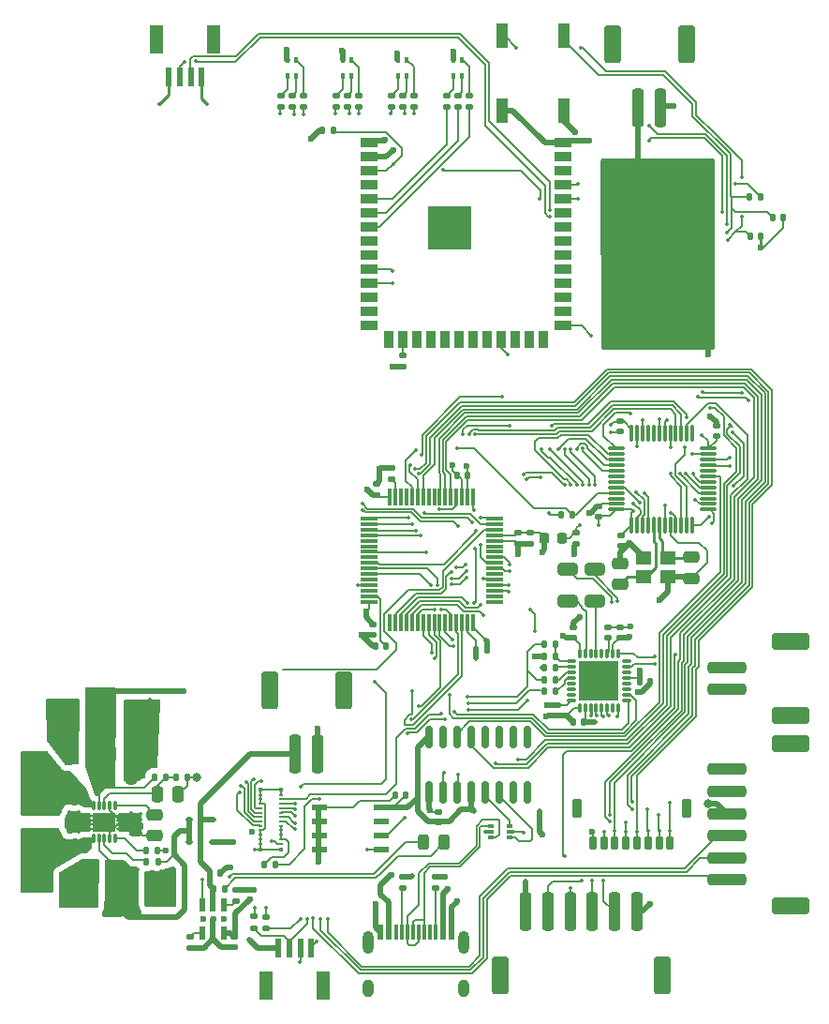
<source format=gbr>
%TF.GenerationSoftware,KiCad,Pcbnew,7.0.5*%
%TF.CreationDate,2023-12-05T08:46:21-08:00*%
%TF.ProjectId,EV10 Board Design,45563130-2042-46f6-9172-642044657369,EV9*%
%TF.SameCoordinates,Original*%
%TF.FileFunction,Copper,L1,Top*%
%TF.FilePolarity,Positive*%
%FSLAX46Y46*%
G04 Gerber Fmt 4.6, Leading zero omitted, Abs format (unit mm)*
G04 Created by KiCad (PCBNEW 7.0.5) date 2023-12-05 08:46:21*
%MOMM*%
%LPD*%
G01*
G04 APERTURE LIST*
G04 Aperture macros list*
%AMRoundRect*
0 Rectangle with rounded corners*
0 $1 Rounding radius*
0 $2 $3 $4 $5 $6 $7 $8 $9 X,Y pos of 4 corners*
0 Add a 4 corners polygon primitive as box body*
4,1,4,$2,$3,$4,$5,$6,$7,$8,$9,$2,$3,0*
0 Add four circle primitives for the rounded corners*
1,1,$1+$1,$2,$3*
1,1,$1+$1,$4,$5*
1,1,$1+$1,$6,$7*
1,1,$1+$1,$8,$9*
0 Add four rect primitives between the rounded corners*
20,1,$1+$1,$2,$3,$4,$5,0*
20,1,$1+$1,$4,$5,$6,$7,0*
20,1,$1+$1,$6,$7,$8,$9,0*
20,1,$1+$1,$8,$9,$2,$3,0*%
G04 Aperture macros list end*
%TA.AperFunction,SMDPad,CuDef*%
%ADD10RoundRect,0.250000X0.250000X0.475000X-0.250000X0.475000X-0.250000X-0.475000X0.250000X-0.475000X0*%
%TD*%
%TA.AperFunction,SMDPad,CuDef*%
%ADD11RoundRect,0.140000X-0.170000X0.140000X-0.170000X-0.140000X0.170000X-0.140000X0.170000X0.140000X0*%
%TD*%
%TA.AperFunction,SMDPad,CuDef*%
%ADD12R,1.422400X0.533400*%
%TD*%
%TA.AperFunction,SMDPad,CuDef*%
%ADD13RoundRect,0.250000X-0.475000X0.250000X-0.475000X-0.250000X0.475000X-0.250000X0.475000X0.250000X0*%
%TD*%
%TA.AperFunction,SMDPad,CuDef*%
%ADD14RoundRect,0.140000X-0.140000X-0.170000X0.140000X-0.170000X0.140000X0.170000X-0.140000X0.170000X0*%
%TD*%
%TA.AperFunction,SMDPad,CuDef*%
%ADD15RoundRect,0.250000X-0.250000X-0.475000X0.250000X-0.475000X0.250000X0.475000X-0.250000X0.475000X0*%
%TD*%
%TA.AperFunction,SMDPad,CuDef*%
%ADD16RoundRect,0.075000X0.075000X-0.662500X0.075000X0.662500X-0.075000X0.662500X-0.075000X-0.662500X0*%
%TD*%
%TA.AperFunction,SMDPad,CuDef*%
%ADD17RoundRect,0.075000X0.662500X-0.075000X0.662500X0.075000X-0.662500X0.075000X-0.662500X-0.075000X0*%
%TD*%
%TA.AperFunction,SMDPad,CuDef*%
%ADD18RoundRect,0.135000X0.135000X0.185000X-0.135000X0.185000X-0.135000X-0.185000X0.135000X-0.185000X0*%
%TD*%
%TA.AperFunction,SMDPad,CuDef*%
%ADD19RoundRect,0.140000X0.140000X0.170000X-0.140000X0.170000X-0.140000X-0.170000X0.140000X-0.170000X0*%
%TD*%
%TA.AperFunction,SMDPad,CuDef*%
%ADD20RoundRect,0.140000X0.170000X-0.140000X0.170000X0.140000X-0.170000X0.140000X-0.170000X-0.140000X0*%
%TD*%
%TA.AperFunction,SMDPad,CuDef*%
%ADD21RoundRect,0.135000X-0.185000X0.135000X-0.185000X-0.135000X0.185000X-0.135000X0.185000X0.135000X0*%
%TD*%
%TA.AperFunction,SMDPad,CuDef*%
%ADD22RoundRect,0.135000X-0.135000X-0.185000X0.135000X-0.185000X0.135000X0.185000X-0.135000X0.185000X0*%
%TD*%
%TA.AperFunction,SMDPad,CuDef*%
%ADD23RoundRect,0.150000X0.150000X0.475000X-0.150000X0.475000X-0.150000X-0.475000X0.150000X-0.475000X0*%
%TD*%
%TA.AperFunction,SMDPad,CuDef*%
%ADD24RoundRect,0.225000X0.225000X0.625000X-0.225000X0.625000X-0.225000X-0.625000X0.225000X-0.625000X0*%
%TD*%
%TA.AperFunction,SMDPad,CuDef*%
%ADD25RoundRect,0.250000X1.500000X-0.250000X1.500000X0.250000X-1.500000X0.250000X-1.500000X-0.250000X0*%
%TD*%
%TA.AperFunction,SMDPad,CuDef*%
%ADD26RoundRect,0.250001X1.449999X-0.499999X1.449999X0.499999X-1.449999X0.499999X-1.449999X-0.499999X0*%
%TD*%
%TA.AperFunction,SMDPad,CuDef*%
%ADD27R,0.400000X0.410000*%
%TD*%
%TA.AperFunction,SMDPad,CuDef*%
%ADD28R,0.400000X0.200000*%
%TD*%
%TA.AperFunction,SMDPad,CuDef*%
%ADD29RoundRect,0.075000X0.700000X0.075000X-0.700000X0.075000X-0.700000X-0.075000X0.700000X-0.075000X0*%
%TD*%
%TA.AperFunction,SMDPad,CuDef*%
%ADD30RoundRect,0.075000X0.075000X0.700000X-0.075000X0.700000X-0.075000X-0.700000X0.075000X-0.700000X0*%
%TD*%
%TA.AperFunction,SMDPad,CuDef*%
%ADD31RoundRect,0.250000X0.250000X1.500000X-0.250000X1.500000X-0.250000X-1.500000X0.250000X-1.500000X0*%
%TD*%
%TA.AperFunction,SMDPad,CuDef*%
%ADD32RoundRect,0.250001X0.499999X1.449999X-0.499999X1.449999X-0.499999X-1.449999X0.499999X-1.449999X0*%
%TD*%
%TA.AperFunction,SMDPad,CuDef*%
%ADD33RoundRect,0.243750X-0.243750X-0.456250X0.243750X-0.456250X0.243750X0.456250X-0.243750X0.456250X0*%
%TD*%
%TA.AperFunction,SMDPad,CuDef*%
%ADD34R,0.500000X1.700000*%
%TD*%
%TA.AperFunction,SMDPad,CuDef*%
%ADD35R,1.200000X2.500000*%
%TD*%
%TA.AperFunction,SMDPad,CuDef*%
%ADD36RoundRect,0.218750X-0.218750X-0.256250X0.218750X-0.256250X0.218750X0.256250X-0.218750X0.256250X0*%
%TD*%
%TA.AperFunction,SMDPad,CuDef*%
%ADD37RoundRect,0.040600X-0.249400X0.564400X-0.249400X-0.564400X0.249400X-0.564400X0.249400X0.564400X0*%
%TD*%
%TA.AperFunction,SMDPad,CuDef*%
%ADD38RoundRect,0.135000X0.185000X-0.135000X0.185000X0.135000X-0.185000X0.135000X-0.185000X-0.135000X0*%
%TD*%
%TA.AperFunction,SMDPad,CuDef*%
%ADD39R,1.120000X2.160000*%
%TD*%
%TA.AperFunction,SMDPad,CuDef*%
%ADD40RoundRect,0.250000X0.650000X-0.325000X0.650000X0.325000X-0.650000X0.325000X-0.650000X-0.325000X0*%
%TD*%
%TA.AperFunction,SMDPad,CuDef*%
%ADD41RoundRect,0.112500X-0.187500X-0.112500X0.187500X-0.112500X0.187500X0.112500X-0.187500X0.112500X0*%
%TD*%
%TA.AperFunction,SMDPad,CuDef*%
%ADD42RoundRect,0.218750X0.381250X-0.218750X0.381250X0.218750X-0.381250X0.218750X-0.381250X-0.218750X0*%
%TD*%
%TA.AperFunction,SMDPad,CuDef*%
%ADD43RoundRect,0.007500X-0.372500X-0.117500X0.372500X-0.117500X0.372500X0.117500X-0.372500X0.117500X0*%
%TD*%
%TA.AperFunction,SMDPad,CuDef*%
%ADD44RoundRect,0.007500X0.117500X-0.372500X0.117500X0.372500X-0.117500X0.372500X-0.117500X-0.372500X0*%
%TD*%
%TA.AperFunction,SMDPad,CuDef*%
%ADD45R,3.650000X3.650000*%
%TD*%
%TA.AperFunction,SMDPad,CuDef*%
%ADD46RoundRect,0.250000X0.475000X-0.250000X0.475000X0.250000X-0.475000X0.250000X-0.475000X-0.250000X0*%
%TD*%
%TA.AperFunction,SMDPad,CuDef*%
%ADD47R,0.400000X0.600000*%
%TD*%
%TA.AperFunction,SMDPad,CuDef*%
%ADD48RoundRect,0.150000X0.150000X-0.825000X0.150000X0.825000X-0.150000X0.825000X-0.150000X-0.825000X0*%
%TD*%
%TA.AperFunction,SMDPad,CuDef*%
%ADD49R,1.500000X0.900000*%
%TD*%
%TA.AperFunction,SMDPad,CuDef*%
%ADD50R,0.900000X1.500000*%
%TD*%
%TA.AperFunction,ComponentPad*%
%ADD51C,0.500000*%
%TD*%
%TA.AperFunction,SMDPad,CuDef*%
%ADD52R,3.900000X3.900000*%
%TD*%
%TA.AperFunction,SMDPad,CuDef*%
%ADD53RoundRect,0.250000X-0.250000X-1.500000X0.250000X-1.500000X0.250000X1.500000X-0.250000X1.500000X0*%
%TD*%
%TA.AperFunction,SMDPad,CuDef*%
%ADD54RoundRect,0.250001X-0.499999X-1.449999X0.499999X-1.449999X0.499999X1.449999X-0.499999X1.449999X0*%
%TD*%
%TA.AperFunction,SMDPad,CuDef*%
%ADD55R,0.600000X1.450000*%
%TD*%
%TA.AperFunction,SMDPad,CuDef*%
%ADD56R,0.300000X1.450000*%
%TD*%
%TA.AperFunction,ComponentPad*%
%ADD57O,1.000000X2.100000*%
%TD*%
%TA.AperFunction,ComponentPad*%
%ADD58O,1.000000X1.600000*%
%TD*%
%TA.AperFunction,SMDPad,CuDef*%
%ADD59R,0.500000X0.375000*%
%TD*%
%TA.AperFunction,SMDPad,CuDef*%
%ADD60R,0.650000X0.300000*%
%TD*%
%TA.AperFunction,SMDPad,CuDef*%
%ADD61R,0.280000X0.280000*%
%TD*%
%TA.AperFunction,SMDPad,CuDef*%
%ADD62O,0.280000X0.850000*%
%TD*%
%TA.AperFunction,SMDPad,CuDef*%
%ADD63R,0.600000X0.230000*%
%TD*%
%TA.AperFunction,SMDPad,CuDef*%
%ADD64R,0.700000X0.250000*%
%TD*%
%TA.AperFunction,ComponentPad*%
%ADD65C,0.600000*%
%TD*%
%TA.AperFunction,SMDPad,CuDef*%
%ADD66R,0.900000X0.650000*%
%TD*%
%TA.AperFunction,SMDPad,CuDef*%
%ADD67R,2.150000X1.700000*%
%TD*%
%TA.AperFunction,SMDPad,CuDef*%
%ADD68R,1.400000X1.200000*%
%TD*%
%TA.AperFunction,ViaPad*%
%ADD69C,0.600000*%
%TD*%
%TA.AperFunction,ViaPad*%
%ADD70C,0.350000*%
%TD*%
%TA.AperFunction,ViaPad*%
%ADD71C,0.800000*%
%TD*%
%TA.AperFunction,Conductor*%
%ADD72C,0.127000*%
%TD*%
%TA.AperFunction,Conductor*%
%ADD73C,0.200000*%
%TD*%
%TA.AperFunction,Conductor*%
%ADD74C,0.500000*%
%TD*%
%TA.AperFunction,Conductor*%
%ADD75C,0.250000*%
%TD*%
G04 APERTURE END LIST*
D10*
%TO.P,C45,1*%
%TO.N,Net-(J5-Pin_1)*%
X121100000Y-118870000D03*
%TO.P,C45,2*%
%TO.N,GND*%
X119200000Y-118870000D03*
%TD*%
D11*
%TO.P,C13,1*%
%TO.N,+3.3V*%
X146380000Y-111220000D03*
%TO.P,C13,2*%
%TO.N,GND*%
X146380000Y-112180000D03*
%TD*%
D12*
%TO.P,CR1,1,E0*%
%TO.N,GND*%
X141606000Y-127795000D03*
%TO.P,CR1,2,E1*%
X141606000Y-129065000D03*
%TO.P,CR1,3,E2*%
X141606000Y-130335000D03*
%TO.P,CR1,4,VSS*%
X141606000Y-131605000D03*
%TO.P,CR1,5,SDA*%
%TO.N,/UI_SDA*%
X147194000Y-131605000D03*
%TO.P,CR1,6,SCL*%
%TO.N,/UI_SCL*%
X147194000Y-130335000D03*
%TO.P,CR1,7,\u002AWC*%
%TO.N,unconnected-(CR1-\u002AWC-Pad7)*%
X147194000Y-129065000D03*
%TO.P,CR1,8,VCC*%
%TO.N,+3.3V*%
X147194000Y-127795000D03*
%TD*%
D11*
%TO.P,C1,1*%
%TO.N,VBUS*%
X133900000Y-139430000D03*
%TO.P,C1,2*%
%TO.N,GND*%
X133900000Y-140390000D03*
%TD*%
D13*
%TO.P,C40,1*%
%TO.N,Net-(U7-VAUX)*%
X126680000Y-128440000D03*
%TO.P,C40,2*%
%TO.N,GND*%
X126680000Y-130340000D03*
%TD*%
D14*
%TO.P,C22,1*%
%TO.N,GND*%
X146660000Y-113240000D03*
%TO.P,C22,2*%
%TO.N,Net-(U1-VCAP_2)*%
X147620000Y-113240000D03*
%TD*%
D15*
%TO.P,C39,1*%
%TO.N,Net-(D2-K)*%
X124550000Y-135460000D03*
%TO.P,C39,2*%
%TO.N,GND*%
X126450000Y-135460000D03*
%TD*%
D16*
%TO.P,U5,1,VDD*%
%TO.N,+3.3V*%
X169787500Y-102287500D03*
%TO.P,U5,2,PC13*%
%TO.N,/BTN_RST*%
X170287500Y-102287500D03*
%TO.P,U5,3,PC14*%
%TO.N,/BTN_UI*%
X170787500Y-102287500D03*
%TO.P,U5,4,PC15*%
%TO.N,/BTN_NET*%
X171287500Y-102287500D03*
%TO.P,U5,5,PF0*%
%TO.N,/RCC_OSC_IN*%
X171787500Y-102287500D03*
%TO.P,U5,6,PF1*%
%TO.N,/RCC_OSC_OUT*%
X172287500Y-102287500D03*
%TO.P,U5,7,NRST*%
%TO.N,/MGMT_NRST*%
X172787500Y-102287500D03*
%TO.P,U5,8,VSSA*%
%TO.N,GND*%
X173287500Y-102287500D03*
%TO.P,U5,9,VDDA*%
%TO.N,+3.3V*%
X173787500Y-102287500D03*
%TO.P,U5,10,PA0*%
%TO.N,/UI_STAT*%
X174287500Y-102287500D03*
%TO.P,U5,11,PA1*%
%TO.N,/NET_STAT*%
X174787500Y-102287500D03*
%TO.P,U5,12,PA2*%
%TO.N,/UI_RX1_MGMT*%
X175287500Y-102287500D03*
D17*
%TO.P,U5,13,PA3*%
%TO.N,/UI_TX1_MGMT*%
X176700000Y-100875000D03*
%TO.P,U5,14,PA4*%
%TO.N,/LEDB_R*%
X176700000Y-100375000D03*
%TO.P,U5,15,PA5*%
%TO.N,unconnected-(U5-PA5-Pad15)*%
X176700000Y-99875000D03*
%TO.P,U5,16,PA6*%
%TO.N,/LEDA_R*%
X176700000Y-99375000D03*
%TO.P,U5,17,PA7*%
%TO.N,/LEDA_G*%
X176700000Y-98875000D03*
%TO.P,U5,18,PB0*%
%TO.N,/LEDA_B*%
X176700000Y-98375000D03*
%TO.P,U5,19,PB1*%
%TO.N,/USB_RTS*%
X176700000Y-97875000D03*
%TO.P,U5,20,PB2*%
%TO.N,unconnected-(U5-PB2-Pad20)*%
X176700000Y-97375000D03*
%TO.P,U5,21,PB10*%
%TO.N,/NET_RX1_MGMT*%
X176700000Y-96875000D03*
%TO.P,U5,22,PB11*%
%TO.N,/NET_TX1_MGMT*%
X176700000Y-96375000D03*
%TO.P,U5,23,VSS*%
%TO.N,GND*%
X176700000Y-95875000D03*
%TO.P,U5,24,VDD*%
%TO.N,+3.3V*%
X176700000Y-95375000D03*
D16*
%TO.P,U5,25,PB12*%
%TO.N,unconnected-(U5-PB12-Pad25)*%
X175287500Y-93962500D03*
%TO.P,U5,26,PB13*%
%TO.N,/USB_DTR*%
X174787500Y-93962500D03*
%TO.P,U5,27,PB14*%
%TO.N,/LEDB_G*%
X174287500Y-93962500D03*
%TO.P,U5,28,PB15*%
%TO.N,/LEDB_B*%
X173787500Y-93962500D03*
%TO.P,U5,29,PA8*%
%TO.N,/MCLK*%
X173287500Y-93962500D03*
%TO.P,U5,30,PA9*%
%TO.N,/USB_RX1_MGMT*%
X172787500Y-93962500D03*
%TO.P,U5,31,PA10*%
%TO.N,/USB_TX1_MGMT*%
X172287500Y-93962500D03*
%TO.P,U5,32,PA11*%
%TO.N,unconnected-(U5-PA11-Pad32)*%
X171787500Y-93962500D03*
%TO.P,U5,33,PA12*%
%TO.N,unconnected-(U5-PA12-Pad33)*%
X171287500Y-93962500D03*
%TO.P,U5,34,PA13*%
%TO.N,/MGMT_SWDIO*%
X170787500Y-93962500D03*
%TO.P,U5,35,PF6*%
%TO.N,GND*%
X170287500Y-93962500D03*
%TO.P,U5,36,PF7*%
%TO.N,+3.3V*%
X169787500Y-93962500D03*
D17*
%TO.P,U5,37,PA14*%
%TO.N,/MGMT_SWCLK*%
X168375000Y-95375000D03*
%TO.P,U5,38,PA15*%
%TO.N,/UI_RST*%
X168375000Y-95875000D03*
%TO.P,U5,39,PB3*%
%TO.N,/UI_BOOT*%
X168375000Y-96375000D03*
%TO.P,U5,40,PB4*%
%TO.N,/NET_RST*%
X168375000Y-96875000D03*
%TO.P,U5,41,PB5*%
%TO.N,/NET_BOOT*%
X168375000Y-97375000D03*
%TO.P,U5,42,PB6*%
%TO.N,unconnected-(U5-PB6-Pad42)*%
X168375000Y-97875000D03*
%TO.P,U5,43,PB7*%
%TO.N,unconnected-(U5-PB7-Pad43)*%
X168375000Y-98375000D03*
%TO.P,U5,44,BOOT0*%
%TO.N,/MGMT_BOOT*%
X168375000Y-98875000D03*
%TO.P,U5,45,PB8*%
%TO.N,/BOOT1*%
X168375000Y-99375000D03*
%TO.P,U5,46,PB9*%
%TO.N,unconnected-(U5-PB9-Pad46)*%
X168375000Y-99875000D03*
%TO.P,U5,47,VSS*%
%TO.N,GND*%
X168375000Y-100375000D03*
%TO.P,U5,48,VDD*%
%TO.N,+3.3V*%
X168375000Y-100875000D03*
%TD*%
D18*
%TO.P,R1,1*%
%TO.N,Net-(D2-K)*%
X126970000Y-132660000D03*
%TO.P,R1,2*%
%TO.N,Net-(U7-EN)*%
X125950000Y-132660000D03*
%TD*%
D10*
%TO.P,C38,1*%
%TO.N,Net-(D2-K)*%
X122940000Y-135470000D03*
%TO.P,C38,2*%
%TO.N,GND*%
X121040000Y-135470000D03*
%TD*%
D18*
%TO.P,R20,1*%
%TO.N,GND*%
X129600000Y-125060000D03*
%TO.P,R20,2*%
%TO.N,Net-(U7-FB)*%
X128580000Y-125060000D03*
%TD*%
D19*
%TO.P,C33,1*%
%TO.N,+3.3V*%
X149380000Y-126700000D03*
%TO.P,C33,2*%
%TO.N,GND*%
X148420000Y-126700000D03*
%TD*%
D15*
%TO.P,C42,1*%
%TO.N,Net-(J5-Pin_1)*%
X122620000Y-124960000D03*
%TO.P,C42,2*%
%TO.N,GND*%
X124520000Y-124960000D03*
%TD*%
D20*
%TO.P,C14,1*%
%TO.N,+3.3V*%
X146770000Y-99530000D03*
%TO.P,C14,2*%
%TO.N,GND*%
X146770000Y-98570000D03*
%TD*%
D13*
%TO.P,C4,1*%
%TO.N,GND*%
X168737500Y-105725000D03*
%TO.P,C4,2*%
%TO.N,/RCC_OSC_IN*%
X168737500Y-107625000D03*
%TD*%
D20*
%TO.P,C3,1*%
%TO.N,+3.3VA*%
X168737500Y-112455000D03*
%TO.P,C3,2*%
%TO.N,GND*%
X168737500Y-111495000D03*
%TD*%
D21*
%TO.P,R3,1*%
%TO.N,GND*%
X149137500Y-134010000D03*
%TO.P,R3,2*%
%TO.N,Net-(J9-CC1)*%
X149137500Y-135030000D03*
%TD*%
D22*
%TO.P,R5,1*%
%TO.N,+3.3V*%
X163380000Y-101360000D03*
%TO.P,R5,2*%
%TO.N,/BOOT1*%
X164400000Y-101360000D03*
%TD*%
D18*
%TO.P,R10,1*%
%TO.N,GND*%
X181482000Y-72636000D03*
%TO.P,R10,2*%
%TO.N,/MGMT_BOOT*%
X180462000Y-72636000D03*
%TD*%
D23*
%TO.P,J10,1,Pin_1*%
%TO.N,/DISP_BL*%
X173270000Y-130965000D03*
%TO.P,J10,2,Pin_2*%
%TO.N,/DISP_RSTR*%
X172270000Y-130965000D03*
%TO.P,J10,3,Pin_3*%
%TO.N,/DISP_DC*%
X171270000Y-130965000D03*
%TO.P,J10,4,Pin_4*%
%TO.N,/DISP_CS*%
X170270000Y-130965000D03*
%TO.P,J10,5,Pin_5*%
%TO.N,/DISP_SPI_SCK*%
X169270000Y-130965000D03*
%TO.P,J10,6,Pin_6*%
%TO.N,/DISP_SPI_MOSI*%
X168270000Y-130965000D03*
%TO.P,J10,7,Pin_7*%
%TO.N,GND*%
X167270000Y-130965000D03*
%TO.P,J10,8,Pin_8*%
%TO.N,+3.3V*%
X166270000Y-130965000D03*
D24*
%TO.P,J10,MP*%
%TO.N,N/C*%
X174720000Y-127840000D03*
X164820000Y-127840000D03*
%TD*%
D25*
%TO.P,J8,1,Pin_1*%
%TO.N,/MIC_P*%
X178437500Y-134325000D03*
%TO.P,J8,2,Pin_2*%
%TO.N,/MIC_N*%
X178437500Y-132325000D03*
%TO.P,J8,3,Pin_3*%
%TO.N,/IN_3*%
X178437500Y-130325000D03*
%TO.P,J8,4,Pin_4*%
%TO.N,GND*%
X178437500Y-128325000D03*
%TO.P,J8,5,Pin_5*%
%TO.N,/HP_L*%
X178437500Y-126325000D03*
%TO.P,J8,6,Pin_6*%
%TO.N,/HP_R*%
X178437500Y-124325000D03*
D26*
%TO.P,J8,MP*%
%TO.N,N/C*%
X184187500Y-136675000D03*
X184187500Y-121975000D03*
%TD*%
D27*
%TO.P,U13,1*%
%TO.N,GND*%
X136227500Y-131540000D03*
D28*
%TO.P,U13,2*%
X136227500Y-131035000D03*
%TO.P,U13,3*%
X136227500Y-130635000D03*
%TO.P,U13,4*%
X136227500Y-130232924D03*
%TO.P,U13,5*%
X136227500Y-129835000D03*
%TO.P,U13,6*%
%TO.N,/KB_ROW1*%
X136227500Y-129435000D03*
%TO.P,U13,7*%
%TO.N,/KB_COL1*%
X136227500Y-129035000D03*
%TO.P,U13,8*%
%TO.N,/KB_ROW2*%
X136227500Y-128635000D03*
%TO.P,U13,9*%
%TO.N,/KB_COL2*%
X136227500Y-128235000D03*
%TO.P,U13,10*%
%TO.N,/KB_COL3*%
X136227500Y-127835000D03*
%TO.P,U13,11*%
%TO.N,GND*%
X136227500Y-127435000D03*
%TO.P,U13,12*%
X136227500Y-127035000D03*
%TO.P,U13,13*%
X136227500Y-126635000D03*
D27*
%TO.P,U13,14*%
X136227500Y-126130000D03*
%TO.P,U13,15*%
X138107500Y-126130000D03*
D28*
%TO.P,U13,16*%
X138107500Y-126635000D03*
%TO.P,U13,17*%
%TO.N,/KB_COL4*%
X138107500Y-127035000D03*
%TO.P,U13,18*%
%TO.N,/KB_ROW3*%
X138107500Y-127435000D03*
%TO.P,U13,19*%
%TO.N,/KB_COL5*%
X138107500Y-127835000D03*
%TO.P,U13,20*%
%TO.N,/KB_ROW4*%
X138107500Y-128235000D03*
%TO.P,U13,21*%
%TO.N,/KB_ROW5*%
X138107500Y-128635000D03*
%TO.P,U13,22*%
%TO.N,/KB_ROW6*%
X138107500Y-129035000D03*
%TO.P,U13,23*%
%TO.N,/KB_LED*%
X138107500Y-129435000D03*
%TO.P,U13,24*%
X138107500Y-129835000D03*
%TO.P,U13,25*%
X138107500Y-130232924D03*
%TO.P,U13,26*%
X138107500Y-130635000D03*
%TO.P,U13,27*%
%TO.N,/KB_ROW7*%
X138107500Y-131035000D03*
D27*
%TO.P,U13,28*%
%TO.N,GND*%
X138107500Y-131540000D03*
%TD*%
D29*
%TO.P,U1,1,VBAT*%
%TO.N,unconnected-(U1-VBAT-Pad1)*%
X157370000Y-109190000D03*
%TO.P,U1,2,PC13*%
%TO.N,unconnected-(U1-PC13-Pad2)*%
X157370000Y-108690000D03*
%TO.P,U1,3,PC14*%
%TO.N,/KB_COL3*%
X157370000Y-108190000D03*
%TO.P,U1,4,PC15*%
%TO.N,/KB_COL4*%
X157370000Y-107690000D03*
%TO.P,U1,5,PH0*%
%TO.N,/MCLK*%
X157370000Y-107190000D03*
%TO.P,U1,6,PH1*%
%TO.N,unconnected-(U1-PH1-Pad6)*%
X157370000Y-106690000D03*
%TO.P,U1,7,NRST*%
%TO.N,/UI_RST*%
X157370000Y-106190000D03*
%TO.P,U1,8,PC0*%
%TO.N,/UI_LED_G*%
X157370000Y-105690000D03*
%TO.P,U1,9,PC1*%
%TO.N,/UI_LED_R*%
X157370000Y-105190000D03*
%TO.P,U1,10,PC2*%
%TO.N,unconnected-(U1-PC2-Pad10)*%
X157370000Y-104690000D03*
%TO.P,U1,11,PC3*%
%TO.N,unconnected-(U1-PC3-Pad11)*%
X157370000Y-104190000D03*
%TO.P,U1,12,VSSA*%
%TO.N,GND*%
X157370000Y-103690000D03*
%TO.P,U1,13,VDDA*%
%TO.N,+3.3VA*%
X157370000Y-103190000D03*
%TO.P,U1,14,PA0*%
%TO.N,/BATTERY_MON*%
X157370000Y-102690000D03*
%TO.P,U1,15,PA1*%
%TO.N,/DISP_CS*%
X157370000Y-102190000D03*
%TO.P,U1,16,PA2*%
%TO.N,/UI_TX2_NET*%
X157370000Y-101690000D03*
D30*
%TO.P,U1,17,PA3*%
%TO.N,/UI_RX2_NET*%
X155445000Y-99765000D03*
%TO.P,U1,18,VSS*%
%TO.N,GND*%
X154945000Y-99765000D03*
%TO.P,U1,19,VDD*%
%TO.N,+3.3V*%
X154445000Y-99765000D03*
%TO.P,U1,20,PA4*%
%TO.N,/I2S_DACLRC*%
X153945000Y-99765000D03*
%TO.P,U1,21,PA5*%
%TO.N,/DISP_SPI_SCK*%
X153445000Y-99765000D03*
%TO.P,U1,22,PA6*%
%TO.N,/DISP_RSTR*%
X152945000Y-99765000D03*
%TO.P,U1,23,PA7*%
%TO.N,/DISP_SPI_MOSI*%
X152445000Y-99765000D03*
%TO.P,U1,24,PC4*%
%TO.N,unconnected-(U1-PC4-Pad24)*%
X151945000Y-99765000D03*
%TO.P,U1,25,PC5*%
%TO.N,unconnected-(U1-PC5-Pad25)*%
X151445000Y-99765000D03*
%TO.P,U1,26,PB0*%
%TO.N,/DISP_DC*%
X150945000Y-99765000D03*
%TO.P,U1,27,PB1*%
%TO.N,/KB_MIC*%
X150445000Y-99765000D03*
%TO.P,U1,28,PB2*%
%TO.N,/BOOT1*%
X149945000Y-99765000D03*
%TO.P,U1,29,PB10*%
%TO.N,unconnected-(U1-PB10-Pad29)*%
X149445000Y-99765000D03*
%TO.P,U1,30,PB11*%
%TO.N,unconnected-(U1-PB11-Pad30)*%
X148945000Y-99765000D03*
%TO.P,U1,31,VCAP_1*%
%TO.N,Net-(U1-VCAP_1)*%
X148445000Y-99765000D03*
%TO.P,U1,32,VDD*%
%TO.N,+3.3V*%
X147945000Y-99765000D03*
D29*
%TO.P,U1,33,PB12*%
%TO.N,/KB_ROW1*%
X146020000Y-101690000D03*
%TO.P,U1,34,PB13*%
%TO.N,/KB_ROW2*%
X146020000Y-102190000D03*
%TO.P,U1,35,PB14*%
%TO.N,/KB_ROW3*%
X146020000Y-102690000D03*
%TO.P,U1,36,PB15*%
%TO.N,/KB_ROW4*%
X146020000Y-103190000D03*
%TO.P,U1,37,PC6*%
%TO.N,unconnected-(U1-PC6-Pad37)*%
X146020000Y-103690000D03*
%TO.P,U1,38,PC7*%
%TO.N,unconnected-(U1-PC7-Pad38)*%
X146020000Y-104190000D03*
%TO.P,U1,39,PC8*%
%TO.N,/KB_ROW5*%
X146020000Y-104690000D03*
%TO.P,U1,40,PC9*%
%TO.N,unconnected-(U1-PC9-Pad40)*%
X146020000Y-105190000D03*
%TO.P,U1,41,PA8*%
%TO.N,/UI_STAT*%
X146020000Y-105690000D03*
%TO.P,U1,42,PA9*%
%TO.N,/UI_TX1_MGMT*%
X146020000Y-106190000D03*
%TO.P,U1,43,PA10*%
%TO.N,/UI_RX1_MGMT*%
X146020000Y-106690000D03*
%TO.P,U1,44,PA11*%
%TO.N,unconnected-(U1-PA11-Pad44)*%
X146020000Y-107190000D03*
%TO.P,U1,45,PA12*%
%TO.N,Net-(U1-PA12)*%
X146020000Y-107690000D03*
%TO.P,U1,46,PA13*%
%TO.N,unconnected-(U1-PA13-Pad46)*%
X146020000Y-108190000D03*
%TO.P,U1,47,VCAP_2*%
%TO.N,Net-(U1-VCAP_2)*%
X146020000Y-108690000D03*
%TO.P,U1,48,VDD*%
%TO.N,+3.3V*%
X146020000Y-109190000D03*
D30*
%TO.P,U1,49,PA14*%
%TO.N,unconnected-(U1-PA14-Pad49)*%
X147945000Y-111115000D03*
%TO.P,U1,50,PA15*%
%TO.N,/DISP_BL*%
X148445000Y-111115000D03*
%TO.P,U1,51,PC10*%
%TO.N,/I2S_BCLK*%
X148945000Y-111115000D03*
%TO.P,U1,52,PC11*%
%TO.N,/I2S_ADCDAT*%
X149445000Y-111115000D03*
%TO.P,U1,53,PC12*%
%TO.N,/I2S_DACDAT*%
X149945000Y-111115000D03*
%TO.P,U1,54,PD2*%
%TO.N,/UI_LED_B*%
X150445000Y-111115000D03*
%TO.P,U1,55,PB3*%
%TO.N,/KB_ROW6*%
X150945000Y-111115000D03*
%TO.P,U1,56,PB4*%
%TO.N,/KB_ROW7*%
X151445000Y-111115000D03*
%TO.P,U1,57,PB5*%
%TO.N,/KB_COL5*%
X151945000Y-111115000D03*
%TO.P,U1,58,PB6*%
%TO.N,/UI_SCL*%
X152445000Y-111115000D03*
%TO.P,U1,59,PB7*%
%TO.N,/UI_SDA*%
X152945000Y-111115000D03*
%TO.P,U1,60,BOOT0*%
%TO.N,/UI_BOOT*%
X153445000Y-111115000D03*
%TO.P,U1,61,PB8*%
%TO.N,/KB_COL2*%
X153945000Y-111115000D03*
%TO.P,U1,62,PB9*%
%TO.N,/KB_COL1*%
X154445000Y-111115000D03*
%TO.P,U1,63,VSS*%
%TO.N,GND*%
X154945000Y-111115000D03*
%TO.P,U1,64,VDD*%
%TO.N,+3.3V*%
X155445000Y-111115000D03*
%TD*%
D20*
%TO.P,C16,1*%
%TO.N,GND*%
X163037500Y-119505000D03*
%TO.P,C16,2*%
%TO.N,+3.3V*%
X163037500Y-118545000D03*
%TD*%
D31*
%TO.P,J1,1,Pin_1*%
%TO.N,GND*%
X141400000Y-122950000D03*
%TO.P,J1,2,Pin_2*%
%TO.N,Net-(D2-A)*%
X139400000Y-122950000D03*
D32*
%TO.P,J1,MP*%
%TO.N,N/C*%
X143750000Y-117200000D03*
X137050000Y-117200000D03*
%TD*%
D33*
%TO.P,D1,1,K*%
%TO.N,Net-(D1-K)*%
X150932500Y-130940000D03*
%TO.P,D1,2,A*%
%TO.N,Net-(D1-A)*%
X152807500Y-130940000D03*
%TD*%
D15*
%TO.P,C48,1*%
%TO.N,Net-(J5-Pin_1)*%
X122660000Y-120890000D03*
%TO.P,C48,2*%
%TO.N,GND*%
X124560000Y-120890000D03*
%TD*%
D34*
%TO.P,J13,1,Pin_1*%
%TO.N,/BTN_RST*%
X130940000Y-61850000D03*
%TO.P,J13,2,Pin_2*%
%TO.N,/BTN_UI*%
X129940000Y-61850000D03*
%TO.P,J13,3,Pin_3*%
%TO.N,/BTN_NET*%
X128940000Y-61850000D03*
%TO.P,J13,4,Pin_4*%
%TO.N,GND*%
X127940000Y-61850000D03*
D35*
%TO.P,J13,5*%
%TO.N,N/C*%
X132040000Y-58450000D03*
%TO.P,J13,6*%
X126840000Y-58450000D03*
%TD*%
D36*
%TO.P,120R1,1*%
%TO.N,+3.3VA*%
X161912500Y-103425000D03*
%TO.P,120R1,2*%
%TO.N,+3.3V*%
X163487500Y-103425000D03*
%TD*%
D37*
%TO.P,U2,1,TS*%
%TO.N,Net-(U2-TS)*%
X132900000Y-136565000D03*
%TO.P,U2,2,OUT*%
%TO.N,Net-(D2-A)*%
X131950000Y-136565000D03*
%TO.P,U2,3,~{CHG}*%
%TO.N,Net-(D1-K)*%
X131000000Y-136565000D03*
%TO.P,U2,4,ISET*%
%TO.N,Net-(U2-ISET)*%
X131000000Y-139075000D03*
%TO.P,U2,5,GND*%
%TO.N,GND*%
X131950000Y-139075000D03*
%TO.P,U2,6,VIN*%
%TO.N,VBUS*%
X132900000Y-139075000D03*
%TD*%
D38*
%TO.P,R22,1*%
%TO.N,Net-(U2-TS)*%
X134040000Y-136230000D03*
%TO.P,R22,2*%
%TO.N,GND*%
X134040000Y-135210000D03*
%TD*%
%TO.P,R17,1*%
%TO.N,/NET_LED_G*%
X154100000Y-64510000D03*
%TO.P,R17,2*%
%TO.N,Net-(D4-GK)*%
X154100000Y-63490000D03*
%TD*%
D21*
%TO.P,R13,1*%
%TO.N,Net-(D3-BK)*%
X140100000Y-63490000D03*
%TO.P,R13,2*%
%TO.N,/LEDB_B*%
X140100000Y-64510000D03*
%TD*%
D18*
%TO.P,R19,1*%
%TO.N,Net-(U7-FB)*%
X127650000Y-125060000D03*
%TO.P,R19,2*%
%TO.N,Net-(J5-Pin_1)*%
X126630000Y-125060000D03*
%TD*%
%TO.P,R4,1*%
%TO.N,/NET_RST*%
X142810000Y-66600000D03*
%TO.P,R4,2*%
%TO.N,GND*%
X141790000Y-66600000D03*
%TD*%
D11*
%TO.P,C8,1*%
%TO.N,+3.3VA*%
X159500000Y-102995000D03*
%TO.P,C8,2*%
%TO.N,GND*%
X159500000Y-103955000D03*
%TD*%
D15*
%TO.P,C46,1*%
%TO.N,Net-(J5-Pin_1)*%
X122650000Y-118860000D03*
%TO.P,C46,2*%
%TO.N,GND*%
X124550000Y-118860000D03*
%TD*%
D22*
%TO.P,R27,1*%
%TO.N,Net-(D2-A)*%
X131990000Y-135120000D03*
%TO.P,R27,2*%
%TO.N,Net-(D1-A)*%
X133010000Y-135120000D03*
%TD*%
D21*
%TO.P,R12,1*%
%TO.N,Net-(D18-RK)*%
X148100000Y-63490000D03*
%TO.P,R12,2*%
%TO.N,/LEDA_R*%
X148100000Y-64510000D03*
%TD*%
%TO.P,R11,1*%
%TO.N,Net-(D18-GK)*%
X149100000Y-63490000D03*
%TO.P,R11,2*%
%TO.N,/LEDA_G*%
X149100000Y-64510000D03*
%TD*%
D11*
%TO.P,C21,1*%
%TO.N,GND*%
X148080000Y-97140000D03*
%TO.P,C21,2*%
%TO.N,Net-(U1-VCAP_1)*%
X148080000Y-98100000D03*
%TD*%
D39*
%TO.P,SW5,1,1*%
%TO.N,/MGMT_NRST*%
X158112000Y-58095000D03*
%TO.P,SW5,2,2*%
%TO.N,GND*%
X158112000Y-64825000D03*
%TD*%
D21*
%TO.P,R6,1*%
%TO.N,Net-(D18-BK)*%
X150100000Y-63490000D03*
%TO.P,R6,2*%
%TO.N,/LEDA_B*%
X150100000Y-64510000D03*
%TD*%
D38*
%TO.P,R16,1*%
%TO.N,/NET_LED_B*%
X155100000Y-64510000D03*
%TO.P,R16,2*%
%TO.N,Net-(D4-BK)*%
X155100000Y-63490000D03*
%TD*%
D25*
%TO.P,J2,1,Pin_1*%
%TO.N,/SPK_LN*%
X178437500Y-117125000D03*
%TO.P,J2,2,Pin_2*%
%TO.N,/SPK_LP*%
X178437500Y-115125000D03*
D26*
%TO.P,J2,MP*%
%TO.N,N/C*%
X184187500Y-119475000D03*
X184187500Y-112775000D03*
%TD*%
D40*
%TO.P,C29,1*%
%TO.N,Net-(U6-HP_R)*%
X166437500Y-109180000D03*
%TO.P,C29,2*%
%TO.N,/HP_R*%
X166437500Y-106230000D03*
%TD*%
D14*
%TO.P,C27,1*%
%TO.N,/MIC_N*%
X161907500Y-117275000D03*
%TO.P,C27,2*%
%TO.N,Net-(U6-LINPUT1)*%
X162867500Y-117275000D03*
%TD*%
D22*
%TO.P,R21,1*%
%TO.N,PG*%
X125940000Y-131670000D03*
%TO.P,R21,2*%
%TO.N,Net-(J5-Pin_1)*%
X126960000Y-131670000D03*
%TD*%
D41*
%TO.P,D2,1,K*%
%TO.N,Net-(D2-K)*%
X129832500Y-128830000D03*
%TO.P,D2,2,A*%
%TO.N,Net-(D2-A)*%
X131932500Y-128830000D03*
%TD*%
D11*
%TO.P,C10,1*%
%TO.N,+3.3V*%
X164800000Y-102995000D03*
%TO.P,C10,2*%
%TO.N,GND*%
X164800000Y-103955000D03*
%TD*%
D38*
%TO.P,R24,1*%
%TO.N,/UI_LED_G*%
X144100000Y-64510000D03*
%TO.P,R24,2*%
%TO.N,Net-(D5-GK)*%
X144100000Y-63490000D03*
%TD*%
D19*
%TO.P,C36,1*%
%TO.N,GND*%
X183520000Y-74500000D03*
%TO.P,C36,2*%
%TO.N,/MGMT_BOOT*%
X182560000Y-74500000D03*
%TD*%
%TO.P,C35,1*%
%TO.N,GND*%
X181452000Y-76192000D03*
%TO.P,C35,2*%
%TO.N,/MGMT_NRST*%
X180492000Y-76192000D03*
%TD*%
%TO.P,C12,1*%
%TO.N,+3.3V*%
X156690000Y-113530000D03*
%TO.P,C12,2*%
%TO.N,GND*%
X155730000Y-113530000D03*
%TD*%
D38*
%TO.P,R18,1*%
%TO.N,/NET_LED_R*%
X153099500Y-64510000D03*
%TO.P,R18,2*%
%TO.N,Net-(D4-RK)*%
X153099500Y-63490000D03*
%TD*%
D21*
%TO.P,R2,1*%
%TO.N,GND*%
X152087500Y-134015000D03*
%TO.P,R2,2*%
%TO.N,Net-(J9-CC2)*%
X152087500Y-135035000D03*
%TD*%
D20*
%TO.P,C25,1*%
%TO.N,+3.3V*%
X177437500Y-94255000D03*
%TO.P,C25,2*%
%TO.N,GND*%
X177437500Y-93295000D03*
%TD*%
D38*
%TO.P,R32,1*%
%TO.N,GND*%
X149100000Y-88010000D03*
%TO.P,R32,2*%
%TO.N,Net-(U11-IO46)*%
X149100000Y-86990000D03*
%TD*%
D21*
%TO.P,R8,1*%
%TO.N,+3.3V*%
X135627500Y-137625000D03*
%TO.P,R8,2*%
%TO.N,/UI_SCL*%
X135627500Y-138645000D03*
%TD*%
D42*
%TO.P,L1,1,1*%
%TO.N,Net-(U7-L1)*%
X117030000Y-130102500D03*
%TO.P,L1,2,2*%
%TO.N,Net-(U7-L2)*%
X117030000Y-127977500D03*
%TD*%
D14*
%TO.P,C15,1*%
%TO.N,GND*%
X164507500Y-120075000D03*
%TO.P,C15,2*%
%TO.N,+3.3V*%
X165467500Y-120075000D03*
%TD*%
D21*
%TO.P,R15,1*%
%TO.N,Net-(D3-RK)*%
X138100000Y-63490000D03*
%TO.P,R15,2*%
%TO.N,/LEDB_R*%
X138100000Y-64510000D03*
%TD*%
D43*
%TO.P,U6,1,MICBIAS*%
%TO.N,Net-(U6-MICBIAS)*%
X164365000Y-114575000D03*
%TO.P,U6,2,LINPUT3*%
%TO.N,Net-(U6-LINPUT3)*%
X164365000Y-115075000D03*
%TO.P,U6,3,LINPUT2*%
%TO.N,Net-(U6-LINPUT2)*%
X164365000Y-115575000D03*
%TO.P,U6,4,LINPUT1*%
%TO.N,Net-(U6-LINPUT1)*%
X164365000Y-116075000D03*
%TO.P,U6,5,RINPUT1*%
%TO.N,unconnected-(U6-RINPUT1-Pad5)*%
X164365000Y-116575000D03*
%TO.P,U6,6,RINPUT2*%
%TO.N,unconnected-(U6-RINPUT2-Pad6)*%
X164365000Y-117075000D03*
%TO.P,U6,7,RINPUT3*%
%TO.N,unconnected-(U6-RINPUT3-Pad7)*%
X164365000Y-117575000D03*
%TO.P,U6,8,DCVDD*%
%TO.N,+3.3V*%
X164365000Y-118075000D03*
D44*
%TO.P,U6,9,DGND*%
%TO.N,GND*%
X165090000Y-118800000D03*
%TO.P,U6,10,DBVDD*%
%TO.N,+3.3V*%
X165590000Y-118800000D03*
%TO.P,U6,11,MCLK*%
%TO.N,/MCLK*%
X166090000Y-118800000D03*
%TO.P,U6,12,BCLK*%
%TO.N,/I2S_BCLK*%
X166590000Y-118800000D03*
%TO.P,U6,13,DACLRC*%
%TO.N,/I2S_DACLRC*%
X167090000Y-118800000D03*
%TO.P,U6,14,DACDAT*%
%TO.N,/I2S_DACDAT*%
X167590000Y-118800000D03*
%TO.P,U6,15,ADCLRC*%
%TO.N,unconnected-(U6-ADCLRC-Pad15)*%
X168090000Y-118800000D03*
%TO.P,U6,16,ADCDAT*%
%TO.N,/I2S_ADCDAT*%
X168590000Y-118800000D03*
D43*
%TO.P,U6,17,SCLK*%
%TO.N,/UI_SCL*%
X169315000Y-118075000D03*
%TO.P,U6,18,SDIN*%
%TO.N,/UI_SDA*%
X169315000Y-117575000D03*
%TO.P,U6,19,SPK_RN*%
%TO.N,unconnected-(U6-SPK_RN-Pad19)*%
X169315000Y-117075000D03*
%TO.P,U6,20,SPKGND2*%
%TO.N,unconnected-(U6-SPKGND2-Pad20)*%
X169315000Y-116575000D03*
%TO.P,U6,21,SPKVDD2*%
%TO.N,+3.3VA*%
X169315000Y-116075000D03*
%TO.P,U6,22,SPK_RP*%
%TO.N,unconnected-(U6-SPK_RP-Pad22)*%
X169315000Y-115575000D03*
%TO.P,U6,23,SPK_LN*%
%TO.N,/SPK_LN*%
X169315000Y-115075000D03*
%TO.P,U6,24,SPKGND1*%
%TO.N,unconnected-(U6-SPKGND1-Pad24)*%
X169315000Y-114575000D03*
D44*
%TO.P,U6,25,SPK_LP*%
%TO.N,/SPK_LP*%
X168590000Y-113850000D03*
%TO.P,U6,26,SPKVDD1*%
%TO.N,+3.3VA*%
X168090000Y-113850000D03*
%TO.P,U6,27,AMID*%
%TO.N,Net-(U6-AMID)*%
X167590000Y-113850000D03*
%TO.P,U6,28,AGND*%
%TO.N,unconnected-(U6-AGND-Pad28)*%
X167090000Y-113850000D03*
%TO.P,U6,29,HP_R*%
%TO.N,Net-(U6-HP_R)*%
X166590000Y-113850000D03*
%TO.P,U6,30,OUT3*%
%TO.N,unconnected-(U6-OUT3-Pad30)*%
X166090000Y-113850000D03*
%TO.P,U6,31,HP_L*%
%TO.N,Net-(U6-HP_L)*%
X165590000Y-113850000D03*
%TO.P,U6,32,AVDD*%
%TO.N,+3.3VA*%
X165090000Y-113850000D03*
D45*
%TO.P,U6,33,EP*%
%TO.N,unconnected-(U6-EP-Pad33)*%
X166840000Y-116325000D03*
%TD*%
D46*
%TO.P,C23,1*%
%TO.N,GND*%
X175187500Y-107075000D03*
%TO.P,C23,2*%
%TO.N,/RCC_OSC_OUT*%
X175187500Y-105175000D03*
%TD*%
D18*
%TO.P,R9,1*%
%TO.N,Net-(U6-MICBIAS)*%
X162897500Y-113075000D03*
%TO.P,R9,2*%
%TO.N,/MIC_P*%
X161877500Y-113075000D03*
%TD*%
D21*
%TO.P,R14,1*%
%TO.N,Net-(D3-GK)*%
X139100000Y-63490000D03*
%TO.P,R14,2*%
%TO.N,/LEDB_G*%
X139100000Y-64510000D03*
%TD*%
D40*
%TO.P,C30,1*%
%TO.N,Net-(U6-HP_L)*%
X164007500Y-109180000D03*
%TO.P,C30,2*%
%TO.N,/HP_L*%
X164007500Y-106230000D03*
%TD*%
D39*
%TO.P,SW4,1,1*%
%TO.N,/MGMT_BOOT*%
X163700000Y-58095000D03*
%TO.P,SW4,2,2*%
%TO.N,+3.3V*%
X163700000Y-64825000D03*
%TD*%
D47*
%TO.P,D4,1,RK*%
%TO.N,Net-(D4-RK)*%
X153662500Y-61695000D03*
%TO.P,D4,2,A*%
%TO.N,+3.3V*%
X153662500Y-60295000D03*
%TO.P,D4,3,BK*%
%TO.N,Net-(D4-BK)*%
X154462500Y-60295000D03*
%TO.P,D4,4,GK*%
%TO.N,Net-(D4-GK)*%
X154462500Y-61695000D03*
%TD*%
D41*
%TO.P,D6,1,K*%
%TO.N,Net-(D2-K)*%
X129830000Y-130890000D03*
%TO.P,D6,2,A*%
%TO.N,VBUS*%
X131930000Y-130890000D03*
%TD*%
D48*
%TO.P,U3,1,GND*%
%TO.N,GND*%
X151492500Y-126370000D03*
%TO.P,U3,2,TXD*%
%TO.N,/USB_TX1_MGMT*%
X152762500Y-126370000D03*
%TO.P,U3,3,RXD*%
%TO.N,/USB_RX1_MGMT*%
X154032500Y-126370000D03*
%TO.P,U3,4,V3*%
%TO.N,+3.3V*%
X155302500Y-126370000D03*
%TO.P,U3,5,UD+*%
%TO.N,/UD+*%
X156572500Y-126370000D03*
%TO.P,U3,6,UD-*%
%TO.N,/UD-*%
X157842500Y-126370000D03*
%TO.P,U3,7,NC*%
%TO.N,unconnected-(U3-NC-Pad7)*%
X159112500Y-126370000D03*
%TO.P,U3,8,NC*%
%TO.N,unconnected-(U3-NC-Pad8)*%
X160382500Y-126370000D03*
%TO.P,U3,9,~{CTS}*%
%TO.N,unconnected-(U3-~{CTS}-Pad9)*%
X160382500Y-121420000D03*
%TO.P,U3,10,~{DSR}*%
%TO.N,unconnected-(U3-~{DSR}-Pad10)*%
X159112500Y-121420000D03*
%TO.P,U3,11,~{RI}*%
%TO.N,unconnected-(U3-~{RI}-Pad11)*%
X157842500Y-121420000D03*
%TO.P,U3,12,~{DCD}*%
%TO.N,unconnected-(U3-~{DCD}-Pad12)*%
X156572500Y-121420000D03*
%TO.P,U3,13,~{DTR}*%
%TO.N,/USB_DTR*%
X155302500Y-121420000D03*
%TO.P,U3,14,~{RTS}*%
%TO.N,/USB_RTS*%
X154032500Y-121420000D03*
%TO.P,U3,15,R232*%
%TO.N,unconnected-(U3-R232-Pad15)*%
X152762500Y-121420000D03*
%TO.P,U3,16,VCC*%
%TO.N,+3.3V*%
X151492500Y-121420000D03*
%TD*%
D38*
%TO.P,R23,1*%
%TO.N,/UI_LED_B*%
X145100000Y-64510000D03*
%TO.P,R23,2*%
%TO.N,Net-(D5-BK)*%
X145100000Y-63490000D03*
%TD*%
D11*
%TO.P,C34,1*%
%TO.N,+3.3V*%
X168730000Y-92880000D03*
%TO.P,C34,2*%
%TO.N,GND*%
X168730000Y-93840000D03*
%TD*%
D34*
%TO.P,J7,1,Pin_1*%
%TO.N,+3.3V*%
X137840000Y-140470000D03*
%TO.P,J7,2,Pin_2*%
%TO.N,/UI_SCL*%
X138840000Y-140470000D03*
%TO.P,J7,3,Pin_3*%
%TO.N,/UI_SDA*%
X139840000Y-140470000D03*
%TO.P,J7,4,Pin_4*%
%TO.N,GND*%
X140840000Y-140470000D03*
D35*
%TO.P,J7,5*%
%TO.N,N/C*%
X136740000Y-143870000D03*
%TO.P,J7,6*%
X141940000Y-143870000D03*
%TD*%
D18*
%TO.P,R41,1*%
%TO.N,Net-(U1-PA12)*%
X137627500Y-132905000D03*
%TO.P,R41,2*%
%TO.N,/KB_LED*%
X136607500Y-132905000D03*
%TD*%
D14*
%TO.P,C18,1*%
%TO.N,/MIC_P*%
X161907500Y-116225000D03*
%TO.P,C18,2*%
%TO.N,Net-(U6-LINPUT2)*%
X162867500Y-116225000D03*
%TD*%
%TO.P,C2,1*%
%TO.N,Net-(D2-A)*%
X131660000Y-133680000D03*
%TO.P,C2,2*%
%TO.N,GND*%
X132620000Y-133680000D03*
%TD*%
%TO.P,C6,1*%
%TO.N,+3.3VA*%
X170497500Y-116405000D03*
%TO.P,C6,2*%
%TO.N,GND*%
X171457500Y-116405000D03*
%TD*%
D15*
%TO.P,C41,1*%
%TO.N,Net-(U7-FB)*%
X126910000Y-126610000D03*
%TO.P,C41,2*%
%TO.N,GND*%
X128810000Y-126610000D03*
%TD*%
D47*
%TO.P,D3,1,RK*%
%TO.N,Net-(D3-RK)*%
X138662500Y-61695000D03*
%TO.P,D3,2,A*%
%TO.N,+3.3V*%
X138662500Y-60295000D03*
%TO.P,D3,3,BK*%
%TO.N,Net-(D3-BK)*%
X139462500Y-60295000D03*
%TO.P,D3,4,GK*%
%TO.N,Net-(D3-GK)*%
X139462500Y-61695000D03*
%TD*%
D49*
%TO.P,U11,1,GND*%
%TO.N,GND*%
X146075000Y-67740000D03*
%TO.P,U11,2,3V3*%
%TO.N,+3.3V*%
X146075000Y-69010000D03*
%TO.P,U11,3,EN*%
%TO.N,/NET_RST*%
X146075000Y-70280000D03*
%TO.P,U11,4,IO4*%
%TO.N,unconnected-(U11-IO4-Pad4)*%
X146075000Y-71550000D03*
%TO.P,U11,5,IO5*%
%TO.N,/NET_LED_R*%
X146075000Y-72820000D03*
%TO.P,U11,6,IO6*%
%TO.N,/NET_LED_G*%
X146075000Y-74090000D03*
%TO.P,U11,7,IO7*%
%TO.N,/NET_LED_B*%
X146075000Y-75360000D03*
%TO.P,U11,8,IO15*%
%TO.N,unconnected-(U11-IO15-Pad8)*%
X146075000Y-76630000D03*
%TO.P,U11,9,IO16*%
%TO.N,unconnected-(U11-IO16-Pad9)*%
X146075000Y-77900000D03*
%TO.P,U11,10,IO17*%
%TO.N,/UI_RX2_NET*%
X146075000Y-79170000D03*
%TO.P,U11,11,IO18*%
%TO.N,/UI_TX2_NET*%
X146075000Y-80440000D03*
%TO.P,U11,12,IO8*%
%TO.N,unconnected-(U11-IO8-Pad12)*%
X146075000Y-81710000D03*
%TO.P,U11,13,IO19*%
%TO.N,unconnected-(U11-IO19-Pad13)*%
X146075000Y-82980000D03*
%TO.P,U11,14,IO20*%
%TO.N,unconnected-(U11-IO20-Pad14)*%
X146075000Y-84250000D03*
D50*
%TO.P,U11,15,IO3*%
%TO.N,unconnected-(U11-IO3-Pad15)*%
X147840000Y-85500000D03*
%TO.P,U11,16,IO46*%
%TO.N,Net-(U11-IO46)*%
X149110000Y-85500000D03*
%TO.P,U11,17,IO9*%
%TO.N,unconnected-(U11-IO9-Pad17)*%
X150380000Y-85500000D03*
%TO.P,U11,18,IO10*%
%TO.N,unconnected-(U11-IO10-Pad18)*%
X151650000Y-85500000D03*
%TO.P,U11,19,IO11*%
%TO.N,unconnected-(U11-IO11-Pad19)*%
X152920000Y-85500000D03*
%TO.P,U11,20,IO12*%
%TO.N,unconnected-(U11-IO12-Pad20)*%
X154190000Y-85500000D03*
%TO.P,U11,21,IO13*%
%TO.N,unconnected-(U11-IO13-Pad21)*%
X155460000Y-85500000D03*
%TO.P,U11,22,IO14*%
%TO.N,unconnected-(U11-IO14-Pad22)*%
X156730000Y-85500000D03*
%TO.P,U11,23,IO21*%
%TO.N,/NET_STAT*%
X158000000Y-85500000D03*
%TO.P,U11,24,IO47*%
%TO.N,unconnected-(U11-IO47-Pad24)*%
X159270000Y-85500000D03*
%TO.P,U11,25,IO48*%
%TO.N,unconnected-(U11-IO48-Pad25)*%
X160540000Y-85500000D03*
%TO.P,U11,26,IO45*%
%TO.N,unconnected-(U11-IO45-Pad26)*%
X161810000Y-85500000D03*
D49*
%TO.P,U11,27,IO0*%
%TO.N,/NET_BOOT*%
X163575000Y-84250000D03*
%TO.P,U11,28,IO35*%
%TO.N,unconnected-(U11-IO35-Pad28)*%
X163575000Y-82980000D03*
%TO.P,U11,29,IO36*%
%TO.N,unconnected-(U11-IO36-Pad29)*%
X163575000Y-81710000D03*
%TO.P,U11,30,IO37*%
%TO.N,unconnected-(U11-IO37-Pad30)*%
X163575000Y-80440000D03*
%TO.P,U11,31,IO38*%
%TO.N,unconnected-(U11-IO38-Pad31)*%
X163575000Y-79170000D03*
%TO.P,U11,32,IO39*%
%TO.N,unconnected-(U11-IO39-Pad32)*%
X163575000Y-77900000D03*
%TO.P,U11,33,IO40*%
%TO.N,unconnected-(U11-IO40-Pad33)*%
X163575000Y-76630000D03*
%TO.P,U11,34,IO41*%
%TO.N,unconnected-(U11-IO41-Pad34)*%
X163575000Y-75360000D03*
%TO.P,U11,35,IO42*%
%TO.N,unconnected-(U11-IO42-Pad35)*%
X163575000Y-74090000D03*
%TO.P,U11,36,RXD0*%
%TO.N,/NET_RX1_MGMT*%
X163575000Y-72820000D03*
%TO.P,U11,37,TXD0*%
%TO.N,/NET_TX1_MGMT*%
X163575000Y-71550000D03*
%TO.P,U11,38,IO2*%
%TO.N,unconnected-(U11-IO2-Pad38)*%
X163575000Y-70280000D03*
%TO.P,U11,39,IO1*%
%TO.N,unconnected-(U11-IO1-Pad39)*%
X163575000Y-69010000D03*
%TO.P,U11,40,GND*%
%TO.N,GND*%
X163575000Y-67740000D03*
D51*
%TO.P,U11,41*%
%TO.N,N/C*%
X151925000Y-74760000D03*
X151925000Y-76160000D03*
X152625000Y-74060000D03*
X152625000Y-75460000D03*
X152625000Y-76860000D03*
X153325000Y-74760000D03*
D52*
X153325000Y-75460000D03*
D51*
X153325000Y-76160000D03*
X154025000Y-74060000D03*
X154025000Y-75460000D03*
X154025000Y-76860000D03*
X154725000Y-74760000D03*
X154725000Y-76160000D03*
%TD*%
D21*
%TO.P,R26,1*%
%TO.N,Net-(U2-ISET)*%
X129890000Y-139410000D03*
%TO.P,R26,2*%
%TO.N,GND*%
X129890000Y-140430000D03*
%TD*%
D14*
%TO.P,C17,1*%
%TO.N,/IN_3*%
X161907500Y-115175000D03*
%TO.P,C17,2*%
%TO.N,Net-(U6-LINPUT3)*%
X162867500Y-115175000D03*
%TD*%
D11*
%TO.P,C7,1*%
%TO.N,GND*%
X164537500Y-111495000D03*
%TO.P,C7,2*%
%TO.N,+3.3VA*%
X164537500Y-112455000D03*
%TD*%
D53*
%TO.P,J11,1,Pin_1*%
%TO.N,+3.3V*%
X160237500Y-137175000D03*
%TO.P,J11,2,Pin_2*%
%TO.N,/MGMT_BOOT*%
X162237500Y-137175000D03*
%TO.P,J11,3,Pin_3*%
%TO.N,/MGMT_NRST*%
X164237500Y-137175000D03*
%TO.P,J11,4,Pin_4*%
%TO.N,/MGMT_SWDIO*%
X166237500Y-137175000D03*
%TO.P,J11,5,Pin_5*%
%TO.N,/MGMT_SWCLK*%
X168237500Y-137175000D03*
%TO.P,J11,6,Pin_6*%
%TO.N,GND*%
X170237500Y-137175000D03*
D54*
%TO.P,J11,MP*%
%TO.N,N/C*%
X157887500Y-142925000D03*
X172587500Y-142925000D03*
%TD*%
D20*
%TO.P,C32,1*%
%TO.N,+3.3V*%
X152297500Y-129135000D03*
%TO.P,C32,2*%
%TO.N,GND*%
X152297500Y-128175000D03*
%TD*%
D11*
%TO.P,C31,1*%
%TO.N,GND*%
X167687500Y-111495000D03*
%TO.P,C31,2*%
%TO.N,Net-(U6-AMID)*%
X167687500Y-112455000D03*
%TD*%
D10*
%TO.P,C43,1*%
%TO.N,Net-(J5-Pin_1)*%
X121080000Y-122930000D03*
%TO.P,C43,2*%
%TO.N,GND*%
X119180000Y-122930000D03*
%TD*%
D11*
%TO.P,C9,1*%
%TO.N,+3.3VA*%
X160600000Y-102995000D03*
%TO.P,C9,2*%
%TO.N,GND*%
X160600000Y-103955000D03*
%TD*%
%TO.P,C24,1*%
%TO.N,+3.3V*%
X168847500Y-103185000D03*
%TO.P,C24,2*%
%TO.N,GND*%
X168847500Y-104145000D03*
%TD*%
D31*
%TO.P,J5,1,Pin_1*%
%TO.N,Net-(J5-Pin_1)*%
X172390000Y-64610000D03*
%TO.P,J5,2,Pin_2*%
%TO.N,+3.3V*%
X170390000Y-64610000D03*
D32*
%TO.P,J5,MP*%
%TO.N,N/C*%
X174740000Y-58860000D03*
X168040000Y-58860000D03*
%TD*%
D55*
%TO.P,J9,A1,GND*%
%TO.N,GND*%
X147037500Y-139001000D03*
%TO.P,J9,A4,VBUS*%
%TO.N,VBUS*%
X147837500Y-139001000D03*
D56*
%TO.P,J9,A5,CC1*%
%TO.N,Net-(J9-CC1)*%
X149037500Y-139001000D03*
%TO.P,J9,A6,D+*%
%TO.N,/USB_D+*%
X150037500Y-139001000D03*
%TO.P,J9,A7,D-*%
%TO.N,/USB_D-*%
X150537500Y-139001000D03*
%TO.P,J9,A8,SBU1*%
%TO.N,unconnected-(J9-SBU1-PadA8)*%
X151537500Y-139001000D03*
D55*
%TO.P,J9,A9,VBUS*%
%TO.N,VBUS*%
X152737500Y-139001000D03*
%TO.P,J9,A12,GND*%
%TO.N,GND*%
X153537500Y-139001000D03*
%TO.P,J9,B1,GND*%
X153537500Y-139001000D03*
%TO.P,J9,B4,VBUS*%
%TO.N,VBUS*%
X152737500Y-139001000D03*
D56*
%TO.P,J9,B5,CC2*%
%TO.N,Net-(J9-CC2)*%
X152037500Y-139001000D03*
%TO.P,J9,B6,D+*%
%TO.N,/USB_D+*%
X151037500Y-139001000D03*
%TO.P,J9,B7,D-*%
%TO.N,/USB_D-*%
X149537500Y-139001000D03*
%TO.P,J9,B8,SBU2*%
%TO.N,unconnected-(J9-SBU2-PadB8)*%
X148537500Y-139001000D03*
D55*
%TO.P,J9,B9,VBUS*%
%TO.N,VBUS*%
X147837500Y-139001000D03*
%TO.P,J9,B12,GND*%
%TO.N,GND*%
X147037500Y-139001000D03*
D57*
%TO.P,J9,S1,SHIELD*%
%TO.N,unconnected-(J9-SHIELD-PadS1)*%
X145967500Y-139916000D03*
D58*
X145967500Y-144096000D03*
D57*
X154607500Y-139916000D03*
D58*
X154607500Y-144096000D03*
%TD*%
D47*
%TO.P,D5,1,RK*%
%TO.N,Net-(D5-RK)*%
X143662500Y-61695000D03*
%TO.P,D5,2,A*%
%TO.N,+3.3V*%
X143662500Y-60295000D03*
%TO.P,D5,3,BK*%
%TO.N,Net-(D5-BK)*%
X144462500Y-60295000D03*
%TO.P,D5,4,GK*%
%TO.N,Net-(D5-GK)*%
X144462500Y-61695000D03*
%TD*%
D14*
%TO.P,C11,1*%
%TO.N,+3.3V*%
X154020000Y-97775000D03*
%TO.P,C11,2*%
%TO.N,GND*%
X154980000Y-97775000D03*
%TD*%
D47*
%TO.P,D18,1,RK*%
%TO.N,Net-(D18-RK)*%
X148662500Y-61695000D03*
%TO.P,D18,2,A*%
%TO.N,+3.3V*%
X148662500Y-60295000D03*
%TO.P,D18,3,BK*%
%TO.N,Net-(D18-BK)*%
X149462500Y-60295000D03*
%TO.P,D18,4,GK*%
%TO.N,Net-(D18-GK)*%
X149462500Y-61695000D03*
%TD*%
D59*
%TO.P,U4,1,I/O1*%
%TO.N,/USB_D+*%
X157087500Y-129437500D03*
D60*
%TO.P,U4,2,GND*%
%TO.N,GND*%
X157012500Y-129975000D03*
D59*
%TO.P,U4,3,I/O2*%
%TO.N,/USB_D-*%
X157087500Y-130512500D03*
%TO.P,U4,4,I/O2*%
%TO.N,/UD-*%
X158787500Y-130512500D03*
D60*
%TO.P,U4,5,VBUS*%
%TO.N,VBUS*%
X158862500Y-129975000D03*
D59*
%TO.P,U4,6,I/O1*%
%TO.N,/UD+*%
X158787500Y-129437500D03*
%TD*%
D10*
%TO.P,C37,1*%
%TO.N,Net-(D2-K)*%
X122960000Y-133440000D03*
%TO.P,C37,2*%
%TO.N,GND*%
X121060000Y-133440000D03*
%TD*%
D19*
%TO.P,C28,1*%
%TO.N,Net-(U6-MICBIAS)*%
X162867500Y-114125000D03*
%TO.P,C28,2*%
%TO.N,GND*%
X161907500Y-114125000D03*
%TD*%
D21*
%TO.P,R7,1*%
%TO.N,+3.3V*%
X136737500Y-137665000D03*
%TO.P,R7,2*%
%TO.N,/UI_SDA*%
X136737500Y-138685000D03*
%TD*%
D61*
%TO.P,U7,1,L1*%
%TO.N,Net-(U7-L1)*%
X121140000Y-130870000D03*
D62*
X121140000Y-130585000D03*
D61*
%TO.P,U7,2,VIN*%
%TO.N,Net-(D2-K)*%
X121640000Y-130870000D03*
D62*
X121640000Y-130585000D03*
D61*
%TO.P,U7,3,EN*%
%TO.N,Net-(U7-EN)*%
X122140000Y-130870000D03*
D62*
X122140000Y-130585000D03*
D61*
%TO.P,U7,4,PS/SYNC*%
%TO.N,GND*%
X122640000Y-130870000D03*
D62*
X122640000Y-130585000D03*
D61*
%TO.P,U7,5,PG*%
%TO.N,PG*%
X123140000Y-130870000D03*
D62*
X123140000Y-130585000D03*
%TO.P,U7,6,VAUX*%
%TO.N,Net-(U7-VAUX)*%
X123140000Y-127635000D03*
D61*
X123140000Y-127350000D03*
D62*
%TO.P,U7,7,GND*%
%TO.N,GND*%
X122640000Y-127635000D03*
D61*
X122640000Y-127350000D03*
D62*
%TO.P,U7,8,FB*%
%TO.N,Net-(U7-FB)*%
X122140000Y-127635000D03*
D61*
X122140000Y-127350000D03*
D62*
%TO.P,U7,9,VOUT*%
%TO.N,Net-(J5-Pin_1)*%
X121640000Y-127635000D03*
D61*
X121640000Y-127350000D03*
D62*
%TO.P,U7,10,L2*%
%TO.N,Net-(U7-L2)*%
X121140000Y-127635000D03*
D61*
X121140000Y-127350000D03*
D63*
%TO.P,U7,11,PGND*%
%TO.N,GND*%
X120715000Y-129710000D03*
D64*
X120715000Y-129710000D03*
D63*
X123565000Y-129710000D03*
D64*
X123565000Y-129710000D03*
D65*
X121640000Y-129610000D03*
X122640000Y-129610000D03*
D66*
X121580000Y-129545000D03*
X122700000Y-129545000D03*
D63*
X120715000Y-129310000D03*
D64*
X120715000Y-129310000D03*
D63*
X123565000Y-129310000D03*
D64*
X123565000Y-129310000D03*
D65*
X122140000Y-129110000D03*
D67*
X122140000Y-129110000D03*
D63*
X120715000Y-128910000D03*
D64*
X120715000Y-128910000D03*
D63*
X123565000Y-128910000D03*
D64*
X123565000Y-128910000D03*
D66*
X121580000Y-128675000D03*
X122700000Y-128675000D03*
D65*
X121640000Y-128610000D03*
X122640000Y-128610000D03*
D63*
X120715000Y-128510000D03*
D64*
X120715000Y-128510000D03*
D63*
X123565000Y-128510000D03*
D64*
X123565000Y-128510000D03*
%TD*%
D15*
%TO.P,C47,1*%
%TO.N,Net-(J5-Pin_1)*%
X122650000Y-122920000D03*
%TO.P,C47,2*%
%TO.N,GND*%
X124550000Y-122920000D03*
%TD*%
D10*
%TO.P,C44,1*%
%TO.N,Net-(J5-Pin_1)*%
X121090000Y-120900000D03*
%TO.P,C44,2*%
%TO.N,GND*%
X119190000Y-120900000D03*
%TD*%
D20*
%TO.P,C26,1*%
%TO.N,+3.3V*%
X166840000Y-101550000D03*
%TO.P,C26,2*%
%TO.N,GND*%
X166840000Y-100590000D03*
%TD*%
D38*
%TO.P,R25,1*%
%TO.N,/UI_LED_R*%
X143084000Y-64510000D03*
%TO.P,R25,2*%
%TO.N,Net-(D5-RK)*%
X143084000Y-63490000D03*
%TD*%
D68*
%TO.P,Y1,1,1*%
%TO.N,/RCC_OSC_IN*%
X170887500Y-106975000D03*
%TO.P,Y1,2,2*%
%TO.N,GND*%
X173087500Y-106975000D03*
%TO.P,Y1,3,3*%
%TO.N,/RCC_OSC_OUT*%
X173087500Y-105275000D03*
%TO.P,Y1,4,4*%
%TO.N,GND*%
X170887500Y-105275000D03*
%TD*%
D69*
%TO.N,+3.3VA*%
X169637500Y-112375000D03*
X163607500Y-112245000D03*
X170487500Y-115435000D03*
X161688500Y-104725500D03*
D70*
%TO.N,+3.3V*%
X165075500Y-102300000D03*
X156610000Y-112670000D03*
D69*
X164716000Y-66806500D03*
D70*
X173352000Y-101175500D03*
X161495000Y-128065000D03*
D69*
X148237000Y-68375000D03*
X161700000Y-130230000D03*
X162137500Y-118575000D03*
X155492500Y-128050000D03*
X148637500Y-59665000D03*
D70*
X166446962Y-120075538D03*
X162294936Y-101214500D03*
X160237500Y-134425000D03*
D69*
X166250000Y-129940000D03*
X138627500Y-59345000D03*
D70*
X167870000Y-93260000D03*
X135727878Y-136838556D03*
X135256250Y-139733750D03*
D69*
X176737000Y-86837500D03*
X143637500Y-59465000D03*
X145768287Y-110070000D03*
X153637500Y-59505000D03*
D70*
X176137500Y-94125000D03*
X166837500Y-102275000D03*
D69*
X145920000Y-99050000D03*
D70*
X169937500Y-100975000D03*
D69*
X153600000Y-96900000D03*
D70*
X136757500Y-136799500D03*
D69*
%TO.N,VBUS*%
X153197500Y-135115000D03*
X133760000Y-130910000D03*
X135280000Y-136025500D03*
D70*
X159987500Y-130025000D03*
D69*
X148060000Y-133860000D03*
D70*
%TO.N,GND*%
X127480000Y-135110000D03*
X119800000Y-129930000D03*
X117260000Y-121330000D03*
X126640000Y-123390000D03*
X119790000Y-128790000D03*
X118043167Y-119154346D03*
X126540000Y-134200000D03*
D69*
X133535000Y-133145000D03*
D70*
X118920000Y-134370000D03*
X119360000Y-135770000D03*
X119350000Y-128500000D03*
X126180000Y-118630000D03*
X124550000Y-130080000D03*
X124950000Y-129740000D03*
X167280000Y-129950000D03*
X125390000Y-130030000D03*
X126660000Y-122270000D03*
D69*
X135645000Y-135255000D03*
D70*
X125380000Y-129470000D03*
X127900000Y-135360000D03*
X149921225Y-133974500D03*
D69*
X131970000Y-137850000D03*
D70*
X118060000Y-120790000D03*
X117680000Y-118250000D03*
X124970000Y-129190000D03*
D69*
X169649706Y-111417206D03*
X146617500Y-136495000D03*
X131040000Y-137840000D03*
D70*
X124940000Y-128600000D03*
X125750000Y-120580000D03*
X119350000Y-135200000D03*
D69*
X162027997Y-119574503D03*
X132910000Y-137800000D03*
X151570500Y-127985023D03*
D70*
X126220000Y-118030000D03*
X119320000Y-136370000D03*
X118050000Y-118620000D03*
X119340000Y-134110000D03*
D69*
X169635000Y-103875000D03*
X148200000Y-88010000D03*
X170350000Y-117380000D03*
D70*
X126640000Y-118910000D03*
X125760000Y-118910000D03*
X179157500Y-71420000D03*
X118920000Y-134920000D03*
X167880000Y-93930000D03*
X117210000Y-120790000D03*
D71*
X130510000Y-125050000D03*
D70*
X126620000Y-120030000D03*
X128350000Y-135040000D03*
X119790000Y-129370000D03*
X117220000Y-119690000D03*
X125760000Y-118380000D03*
X125370000Y-128330000D03*
X126190000Y-119200000D03*
X125780000Y-122270000D03*
X141340000Y-139890000D03*
X126200000Y-121990000D03*
X125770000Y-123940000D03*
X126190000Y-124190000D03*
X119800000Y-134370000D03*
X128320000Y-134460000D03*
X118960000Y-129980000D03*
D69*
X171427500Y-136495000D03*
D70*
X119780000Y-134930000D03*
D69*
X154871898Y-96928102D03*
D70*
X118970000Y-129330000D03*
X170270000Y-95130000D03*
D69*
X140800000Y-67387500D03*
D70*
X125760000Y-119470000D03*
X156525500Y-129975000D03*
D69*
X141500000Y-132700000D03*
D70*
X126200000Y-119740000D03*
X117660000Y-120510000D03*
X126550000Y-133630000D03*
D69*
X164600000Y-104900000D03*
D70*
X127480000Y-135640000D03*
X135772500Y-131540000D03*
X126120000Y-133950000D03*
X126640000Y-122840000D03*
D69*
X145360000Y-112190000D03*
D70*
X118080000Y-119700000D03*
X117640000Y-118850000D03*
D69*
X181480000Y-77208000D03*
D71*
X176733959Y-127399756D03*
D70*
X126220000Y-123100000D03*
X127470000Y-134500000D03*
D69*
X159500000Y-104900000D03*
D70*
X155680000Y-114300000D03*
X118980000Y-128800000D03*
X125760000Y-123390000D03*
X126660000Y-121130000D03*
X126200000Y-120290000D03*
X126660000Y-121720000D03*
X127480000Y-136200000D03*
X125380000Y-128890000D03*
X127470000Y-133940000D03*
X127124000Y-64254000D03*
X127900000Y-134230000D03*
X125780000Y-121740000D03*
X127890000Y-133660000D03*
X127930000Y-136410000D03*
X127270181Y-133509622D03*
X117660000Y-119960000D03*
X117220000Y-118600000D03*
D69*
X165938378Y-101141541D03*
D70*
X125760000Y-121130000D03*
X127910000Y-135930000D03*
X124550000Y-128280000D03*
X126240000Y-121390000D03*
X125780000Y-122830000D03*
X118900000Y-136040000D03*
X119780000Y-128230000D03*
D69*
X165986000Y-67599500D03*
X147020000Y-97240000D03*
D70*
X117650000Y-119420000D03*
X124570000Y-128900000D03*
X126640000Y-118360000D03*
X119780000Y-135490000D03*
X119360000Y-129640000D03*
D69*
X147500000Y-67500000D03*
X154037500Y-136245000D03*
D70*
X126210000Y-122560000D03*
D69*
X161087500Y-114095000D03*
D70*
X126620000Y-119480000D03*
X117200000Y-120240000D03*
X127940000Y-134760000D03*
X118080000Y-120250000D03*
X128330000Y-136160000D03*
X118900000Y-135490000D03*
X126220000Y-120840000D03*
D69*
X141400000Y-120660000D03*
D70*
X125740000Y-120030000D03*
X128350000Y-135590000D03*
X118060000Y-121330000D03*
X175288000Y-95875000D03*
D69*
X176887000Y-92448000D03*
D70*
X119340000Y-134660000D03*
X126220000Y-123650000D03*
X118070000Y-121880000D03*
X119380000Y-129090000D03*
D69*
X172291250Y-109071250D03*
D70*
X117670000Y-121580000D03*
D69*
X152887500Y-134038000D03*
D70*
X118960000Y-128180000D03*
D69*
X165077500Y-110575000D03*
D70*
X117220000Y-119130000D03*
X126620000Y-123930000D03*
X117680000Y-121060000D03*
X128340000Y-133890000D03*
X119780000Y-136020000D03*
X124560000Y-129430000D03*
X126600000Y-120570000D03*
X127000000Y-133930000D03*
%TO.N,/UI_SDA*%
X139898537Y-137799296D03*
X153610000Y-112624500D03*
X145905559Y-131605559D03*
X153327000Y-117631830D03*
X139820000Y-141730000D03*
%TO.N,/UI_SCL*%
X140448035Y-137801426D03*
X149296502Y-128676502D03*
X153765000Y-119130000D03*
X153679500Y-113180000D03*
%TO.N,/MCLK*%
X166098551Y-119450538D03*
X161029141Y-111844115D03*
X164831735Y-98611500D03*
X173352000Y-95242000D03*
X160661571Y-109931547D03*
X156390000Y-107130000D03*
X161641014Y-95458986D03*
%TO.N,/MGMT_BOOT*%
X178429000Y-75861713D03*
X170490092Y-100207932D03*
X179021156Y-98730604D03*
X165260000Y-134404500D03*
X178872000Y-93860000D03*
%TO.N,/MGMT_NRST*%
X172787500Y-100500500D03*
X179722000Y-74414000D03*
X173758000Y-113970000D03*
X163717500Y-132165500D03*
X179722000Y-70891500D03*
X164247500Y-135035000D03*
X159382000Y-59174000D03*
X165224000Y-59174000D03*
X178473000Y-76500000D03*
%TO.N,/IN_3*%
X154994000Y-118923000D03*
X142301501Y-137808499D03*
X160357787Y-118100000D03*
X161612000Y-115115000D03*
%TO.N,/NET_RST*%
X164830735Y-95386155D03*
X161502000Y-72780000D03*
X148220000Y-69680000D03*
X152715713Y-70215713D03*
%TO.N,/UI_RST*%
X164282232Y-98611500D03*
X158800000Y-106400000D03*
%TO.N,/MIC_P*%
X140997500Y-137795000D03*
X154968365Y-117779800D03*
%TO.N,/LEDA_R*%
X174156692Y-97590822D03*
X148013000Y-65100000D03*
%TO.N,/DISP_BL*%
X150548204Y-97651087D03*
X153494000Y-106535401D03*
X169832000Y-127280000D03*
X173260000Y-127320000D03*
X173270000Y-129850000D03*
%TO.N,/DISP_RSTR*%
X172270000Y-129890000D03*
X167822000Y-128430000D03*
X172250000Y-128460000D03*
%TO.N,/LEDA_G*%
X174706194Y-97589729D03*
X149262000Y-65100000D03*
%TO.N,/LEDA_B*%
X150100000Y-65100000D03*
X175331261Y-97595369D03*
%TO.N,/KB_COL3*%
X149559500Y-121104643D03*
X152889000Y-119800000D03*
X158669821Y-108279606D03*
X136300000Y-125365000D03*
%TO.N,/KB_COL4*%
X158640000Y-107690000D03*
X152562000Y-119259001D03*
%TO.N,/DISP_DC*%
X169832000Y-127960000D03*
X171270000Y-129910000D03*
X171210000Y-127950000D03*
%TO.N,/DISP_CS*%
X150182077Y-97241326D03*
X170270000Y-129930000D03*
X151070993Y-101179806D03*
%TO.N,/DISP_SPI_SCK*%
X169270000Y-129080000D03*
X167822000Y-129010000D03*
X169260000Y-129930000D03*
%TO.N,/DISP_SPI_MOSI*%
X168260000Y-129920000D03*
%TO.N,/KB_MIC*%
X149793497Y-96852792D03*
D69*
X135489500Y-129976409D03*
D70*
%TO.N,/KB_ROW5*%
X139370000Y-129196376D03*
X151208392Y-104762595D03*
%TO.N,/KB_ROW1*%
X134338500Y-126410414D03*
X149580000Y-101568500D03*
%TO.N,/KB_ROW2*%
X134958357Y-125520403D03*
X149982500Y-102190000D03*
%TO.N,/KB_ROW3*%
X150310000Y-102760000D03*
X139392170Y-127417900D03*
%TO.N,/MIC_N*%
X154994000Y-118373592D03*
X141627439Y-137805513D03*
%TO.N,/KB_ROW4*%
X150750000Y-103240000D03*
X139357658Y-128557659D03*
%TO.N,/KB_ROW6*%
X151695000Y-113764883D03*
X139381599Y-129745756D03*
%TO.N,/KB_ROW7*%
X137217500Y-130825000D03*
X152022000Y-114280000D03*
%TO.N,/LEDB_R*%
X158725963Y-93294037D03*
X154560000Y-94060000D03*
X175513000Y-99975500D03*
X138013000Y-65100000D03*
%TO.N,/LEDB_G*%
X155109378Y-94071689D03*
X139262000Y-65200000D03*
%TO.N,/LEDB_B*%
X155661145Y-94043581D03*
X140100000Y-65200000D03*
%TO.N,/SPK_LN*%
X176762000Y-117195000D03*
X171862000Y-114800000D03*
%TO.N,/SPK_LP*%
X176762000Y-115175000D03*
X171862000Y-114117000D03*
%TO.N,/HP_R*%
X168533334Y-109146500D03*
X176762000Y-124375000D03*
%TO.N,/HP_L*%
X167947500Y-109255000D03*
X176762000Y-126375000D03*
%TO.N,/KB_COL5*%
X150558000Y-118612147D03*
X139386802Y-127967376D03*
%TO.N,/KB_COL2*%
X149879287Y-119841287D03*
X135639579Y-125209580D03*
%TO.N,/BTN_RST*%
X169951773Y-100318227D03*
X165381153Y-98619980D03*
X162411521Y-95446854D03*
X131442000Y-64254000D03*
%TO.N,/BTN_UI*%
X166490792Y-98611500D03*
X170220000Y-99295000D03*
X162428390Y-73842547D03*
X164281530Y-95404228D03*
%TO.N,/BTN_NET*%
X165930655Y-98620082D03*
X129350000Y-60450000D03*
X163732378Y-95423844D03*
X170987213Y-99442787D03*
X130360000Y-60410000D03*
X162430865Y-74392044D03*
%TO.N,/KB_COL1*%
X149974500Y-117230000D03*
X134491360Y-125810000D03*
D69*
%TO.N,Net-(J5-Pin_1)*%
X121640000Y-125940000D03*
X173590000Y-64430000D03*
X129320000Y-117270000D03*
X127680500Y-131640000D03*
D70*
%TO.N,Net-(D1-K)*%
X131000000Y-134310000D03*
X133454477Y-134004477D03*
%TO.N,Net-(U1-PA12)*%
X139882839Y-125887400D03*
X145040000Y-107720000D03*
X141590000Y-127038000D03*
X146561580Y-116444229D03*
%TO.N,/UI_STAT*%
X173280192Y-97650000D03*
X161560000Y-97938000D03*
X155745287Y-102805287D03*
X160325384Y-98127926D03*
%TO.N,/UI_BOOT*%
X152541919Y-109905499D03*
X150762000Y-95900000D03*
X158117880Y-90687711D03*
X163183619Y-95446500D03*
%TO.N,/UI_LED_B*%
X151992417Y-109905988D03*
X145100000Y-65100000D03*
X153932000Y-106080000D03*
X154808861Y-105833361D03*
%TO.N,/NET_STAT*%
X174725500Y-92515962D03*
X158600000Y-86880000D03*
X162600000Y-93312000D03*
X174622000Y-95242000D03*
%TO.N,/UI_LED_G*%
X156100000Y-104050000D03*
X144262000Y-65120000D03*
%TO.N,/UI_TX1_MGMT*%
X153494000Y-107633929D03*
X154845500Y-107034396D03*
X152237350Y-107721367D03*
X177010000Y-102120000D03*
%TO.N,/UI_RX1_MGMT*%
X153478110Y-107084656D03*
X176780000Y-101550000D03*
X154845500Y-106415607D03*
X151687848Y-107721868D03*
%TO.N,/NET_BOOT*%
X166143500Y-85150000D03*
X165380000Y-95370000D03*
%TO.N,/UI_LED_R*%
X160016641Y-97673359D03*
X158800000Y-105800000D03*
X143013000Y-65120000D03*
X163732729Y-98611500D03*
%TO.N,/MGMT_SWDIO*%
X175750000Y-90700500D03*
X180363385Y-91056615D03*
X170807500Y-92787000D03*
X166237500Y-134405000D03*
%TO.N,/MGMT_SWCLK*%
X176204168Y-90275154D03*
X179792000Y-90342000D03*
X167267500Y-134405000D03*
X169700000Y-92230500D03*
%TO.N,/I2S_DACLRC*%
X155578859Y-109295000D03*
X167192939Y-119538388D03*
X155662000Y-104400500D03*
X152413000Y-100852306D03*
%TO.N,/BOOT1*%
X154028212Y-95300000D03*
X150300000Y-95500000D03*
%TO.N,/I2S_BCLK*%
X154959979Y-109295000D03*
X166647709Y-119469995D03*
%TO.N,/I2S_ADCDAT*%
X168527500Y-119515000D03*
X156120000Y-109490000D03*
%TO.N,/I2S_DACDAT*%
X167741086Y-119499818D03*
X156399308Y-110443192D03*
%TO.N,/USB_TX1_MGMT*%
X152817500Y-124635000D03*
X172336000Y-92702000D03*
X176908000Y-91686000D03*
X159527500Y-123417000D03*
%TO.N,/USB_RX1_MGMT*%
X178683000Y-93210000D03*
X154097500Y-124765000D03*
X172972781Y-92789278D03*
X157486000Y-123757000D03*
%TO.N,/UI_TX2_NET*%
X155385218Y-102054778D03*
X148160000Y-80470000D03*
X156140000Y-101570000D03*
X145455697Y-100336271D03*
%TO.N,/NET_TX1_MGMT*%
X178645000Y-96155000D03*
X178392500Y-75126500D03*
X171370000Y-66225500D03*
X164900000Y-71500000D03*
%TO.N,/NET_RX1_MGMT*%
X164900000Y-72800000D03*
X178694156Y-96929354D03*
X171374750Y-67539500D03*
X177954500Y-74040000D03*
%TO.N,/UI_RX2_NET*%
X148190000Y-79300000D03*
X145450000Y-100950000D03*
X155509403Y-100944932D03*
X154128152Y-102390380D03*
%TD*%
D72*
%TO.N,+3.3VA*%
X168737500Y-112405000D02*
X168090000Y-113052500D01*
D73*
X161482500Y-102995000D02*
X161912500Y-103425000D01*
D74*
X169607500Y-112405000D02*
X169637500Y-112375000D01*
D72*
X169315000Y-116075000D02*
X170457500Y-116075000D01*
X170457500Y-116075000D02*
X170507500Y-116125000D01*
D73*
X159305000Y-103190000D02*
X159500000Y-102995000D01*
D74*
X161912500Y-104501500D02*
X161912500Y-103425000D01*
D72*
X168090000Y-113052500D02*
X168090000Y-113850000D01*
X165090000Y-113850000D02*
X165090000Y-113007500D01*
X165090000Y-113007500D02*
X164537500Y-112455000D01*
D74*
X168737500Y-112405000D02*
X169607500Y-112405000D01*
D73*
X157370000Y-103190000D02*
X159305000Y-103190000D01*
D74*
X170497500Y-116405000D02*
X170507500Y-116395000D01*
D73*
X159500000Y-102995000D02*
X161482500Y-102995000D01*
D74*
X170487500Y-115435000D02*
X170487500Y-116395000D01*
X170507500Y-116395000D02*
X170507500Y-116125000D01*
X163817500Y-112455000D02*
X164537500Y-112455000D01*
X170487500Y-116395000D02*
X170497500Y-116405000D01*
X161688500Y-104725500D02*
X161912500Y-104501500D01*
D73*
%TO.N,+3.3V*%
X168640000Y-92970000D02*
X168730000Y-92880000D01*
D74*
X146400000Y-99530000D02*
X145920000Y-99050000D01*
D72*
X163895000Y-118545000D02*
X164365000Y-118075000D01*
D74*
X145768287Y-110608287D02*
X146380000Y-111220000D01*
D73*
X153600000Y-96900000D02*
X153600000Y-97355000D01*
D74*
X163700000Y-65790500D02*
X164716000Y-66806500D01*
X161700000Y-130190000D02*
X161495000Y-129985000D01*
X155492500Y-128050000D02*
X155417000Y-127974500D01*
X150437500Y-128065000D02*
X150437500Y-126900000D01*
D73*
X168375000Y-100875000D02*
X169837500Y-100875000D01*
X168937500Y-103195000D02*
X168937500Y-103137500D01*
D74*
X170390000Y-69790000D02*
X170380000Y-69800000D01*
D73*
X173352000Y-101175500D02*
X173443330Y-101175500D01*
D74*
X155417000Y-127974500D02*
X154385418Y-127974500D01*
X135992500Y-140470000D02*
X137840000Y-140470000D01*
D73*
X164800000Y-102575500D02*
X164800000Y-102995000D01*
D72*
X135727878Y-136838556D02*
X135727878Y-137524622D01*
D73*
X153600000Y-97355000D02*
X154400000Y-98155000D01*
X155445000Y-111505000D02*
X156610000Y-112670000D01*
D74*
X161495000Y-129985000D02*
X161495000Y-128065000D01*
X149537500Y-127800000D02*
X150437500Y-126900000D01*
X165468038Y-120075538D02*
X165467500Y-120075000D01*
D73*
X168730000Y-92880000D02*
X169050000Y-92880000D01*
X154400000Y-98155000D02*
X154400000Y-99720000D01*
X177437500Y-94637500D02*
X176700000Y-95375000D01*
D72*
X162294936Y-101214500D02*
X162440436Y-101360000D01*
D73*
X168937500Y-103137500D02*
X169787500Y-102287500D01*
D74*
X153304918Y-129055000D02*
X151427500Y-129055000D01*
X166446962Y-120075538D02*
X165468038Y-120075538D01*
D73*
X147945000Y-99765000D02*
X147005000Y-99765000D01*
X169787500Y-101125000D02*
X169937500Y-100975000D01*
D74*
X138627500Y-60260000D02*
X138662500Y-60295000D01*
D73*
X167845000Y-101405000D02*
X168375000Y-100875000D01*
X168160000Y-92970000D02*
X168640000Y-92970000D01*
X166837500Y-101405000D02*
X167845000Y-101405000D01*
D74*
X146770000Y-99530000D02*
X146400000Y-99530000D01*
D72*
X165590000Y-119952500D02*
X165467500Y-120075000D01*
D74*
X147194000Y-127795000D02*
X147199000Y-127800000D01*
X176737000Y-85337000D02*
X176737000Y-86837500D01*
X150437500Y-122385000D02*
X151382500Y-121440000D01*
D73*
X155445000Y-111115000D02*
X155445000Y-111505000D01*
D74*
X145768287Y-110070000D02*
X145768287Y-110608287D01*
D72*
X165590000Y-118800000D02*
X165590000Y-119952500D01*
X135727878Y-137524622D02*
X135627500Y-137625000D01*
D73*
X173443330Y-101175500D02*
X173787500Y-101519670D01*
D74*
X147602000Y-69010000D02*
X148237000Y-68375000D01*
D72*
X163037500Y-118545000D02*
X163895000Y-118545000D01*
D73*
X166837500Y-102275000D02*
X166837500Y-101405000D01*
D74*
X153637500Y-59505000D02*
X153637500Y-60270000D01*
X146075000Y-69010000D02*
X147602000Y-69010000D01*
X155302500Y-126590000D02*
X155302500Y-127860000D01*
X154385418Y-127974500D02*
X153304918Y-129055000D01*
D73*
X169837500Y-100875000D02*
X169937500Y-100975000D01*
D74*
X147199000Y-127800000D02*
X149537500Y-127800000D01*
X163700000Y-64825000D02*
X163700000Y-65790500D01*
D73*
X154400000Y-99720000D02*
X154445000Y-99765000D01*
X167870000Y-93260000D02*
X168160000Y-92970000D01*
D74*
X155507500Y-128065000D02*
X155492500Y-128050000D01*
D73*
X164800000Y-102995000D02*
X164605000Y-102995000D01*
D74*
X170390000Y-64610000D02*
X170390000Y-69790000D01*
X151382500Y-121440000D02*
X151492500Y-121440000D01*
D73*
X147005000Y-99765000D02*
X146770000Y-99530000D01*
X146020000Y-109818287D02*
X146020000Y-109190000D01*
D72*
X136757500Y-136799500D02*
X136757500Y-137645000D01*
D73*
X164175000Y-103425000D02*
X163487500Y-103425000D01*
D74*
X163037500Y-118545000D02*
X162167500Y-118545000D01*
X162167500Y-118545000D02*
X162137500Y-118575000D01*
D72*
X136757500Y-137645000D02*
X136737500Y-137665000D01*
D74*
X143647500Y-60280000D02*
X143662500Y-60295000D01*
D73*
X176700000Y-94687500D02*
X176137500Y-94125000D01*
X173787500Y-101519670D02*
X173787500Y-102287500D01*
D72*
X148285000Y-127795000D02*
X149380000Y-126700000D01*
D73*
X169050000Y-92880000D02*
X169787500Y-93617500D01*
X176700000Y-95375000D02*
X176700000Y-94687500D01*
X169787500Y-102287500D02*
X169787500Y-101125000D01*
D74*
X138627500Y-59345000D02*
X138627500Y-60260000D01*
X150437500Y-126900000D02*
X150437500Y-122385000D01*
X156690000Y-113530000D02*
X156690000Y-112750000D01*
D72*
X166270000Y-130965000D02*
X166270000Y-129930000D01*
D74*
X153637500Y-60270000D02*
X153662500Y-60295000D01*
D73*
X177437500Y-94255000D02*
X177437500Y-94637500D01*
X165075500Y-102300000D02*
X164800000Y-102575500D01*
D74*
X135256250Y-139733750D02*
X135992500Y-140470000D01*
X160237500Y-134425000D02*
X160237500Y-137175000D01*
X148637500Y-59665000D02*
X148637500Y-60270000D01*
D72*
X162440436Y-101360000D02*
X163380000Y-101360000D01*
D74*
X174300000Y-82900000D02*
X176737000Y-85337000D01*
X155302500Y-127860000D02*
X155507500Y-128065000D01*
D73*
X169787500Y-93617500D02*
X169787500Y-93962500D01*
D74*
X156690000Y-112750000D02*
X156610000Y-112670000D01*
X143647500Y-59455000D02*
X143647500Y-60280000D01*
X151427500Y-129055000D02*
X150437500Y-128065000D01*
D73*
X145768287Y-110070000D02*
X146020000Y-109818287D01*
X164605000Y-102995000D02*
X164175000Y-103425000D01*
D72*
X147194000Y-127795000D02*
X148285000Y-127795000D01*
D74*
%TO.N,VBUS*%
X147110000Y-135610000D02*
X147837500Y-136337500D01*
X133937500Y-139392500D02*
X133900000Y-139430000D01*
X131950000Y-130910000D02*
X131930000Y-130890000D01*
X152737500Y-135575000D02*
X153187500Y-135125000D01*
D73*
X159937500Y-129975000D02*
X159987500Y-130025000D01*
D74*
X133760000Y-130910000D02*
X131950000Y-130910000D01*
X147110000Y-134810000D02*
X147110000Y-135610000D01*
X152737500Y-139001000D02*
X152737500Y-135575000D01*
X133937500Y-137368000D02*
X133937500Y-139392500D01*
D73*
X158862500Y-129975000D02*
X159937500Y-129975000D01*
D74*
X133545000Y-139075000D02*
X133900000Y-139430000D01*
X147837500Y-136337500D02*
X147837500Y-139001000D01*
X135280000Y-136025500D02*
X133937500Y-137368000D01*
X132900000Y-139075000D02*
X133545000Y-139075000D01*
X148040000Y-133880000D02*
X147110000Y-134810000D01*
D72*
%TO.N,GND*%
X136691000Y-129645000D02*
X136501000Y-129835000D01*
D74*
X163037500Y-119505000D02*
X162207003Y-119505000D01*
D73*
X181480000Y-72636000D02*
X181482000Y-72636000D01*
D74*
X166840000Y-100590000D02*
X166655614Y-100590000D01*
D73*
X159235000Y-103690000D02*
X159500000Y-103955000D01*
X170287500Y-95112500D02*
X170270000Y-95130000D01*
D72*
X136227500Y-130635000D02*
X136227500Y-131035000D01*
D74*
X147020000Y-97240000D02*
X147120000Y-97140000D01*
X124920000Y-129710000D02*
X124950000Y-129740000D01*
D73*
X170287500Y-93962500D02*
X170287500Y-95112500D01*
X154945000Y-111115000D02*
X154945000Y-111920330D01*
D75*
X181452000Y-77180000D02*
X181480000Y-77208000D01*
D74*
X160600000Y-103955000D02*
X159500000Y-103955000D01*
D73*
X126680000Y-130340000D02*
X125550000Y-130340000D01*
X157012500Y-129975000D02*
X156487500Y-129975000D01*
X154945000Y-99765000D02*
X154945000Y-97001204D01*
D72*
X165090000Y-118800000D02*
X164642500Y-118800000D01*
D74*
X124150000Y-129310000D02*
X124850000Y-129310000D01*
X153537500Y-136775000D02*
X153537500Y-139001000D01*
X120715000Y-128510000D02*
X119360000Y-128510000D01*
D72*
X136227500Y-127435000D02*
X136654500Y-127435000D01*
D74*
X120715000Y-129710000D02*
X119430000Y-129710000D01*
X163037500Y-119505000D02*
X163937500Y-119505000D01*
D72*
X136691000Y-127471500D02*
X136691000Y-129645000D01*
D75*
X181452000Y-76192000D02*
X181452000Y-77180000D01*
D72*
X122640000Y-130585000D02*
X122640000Y-130050000D01*
X136227500Y-126915000D02*
X136217500Y-126925000D01*
X122640000Y-127990635D02*
X123559365Y-128910000D01*
X144643100Y-127800000D02*
X145243100Y-127200000D01*
D74*
X171457500Y-116589386D02*
X171457500Y-116405000D01*
X147120000Y-97140000D02*
X148080000Y-97140000D01*
D72*
X138107500Y-131540000D02*
X136227500Y-131540000D01*
D74*
X132707387Y-140390000D02*
X133900000Y-140390000D01*
X141790000Y-66600000D02*
X141587500Y-66600000D01*
D72*
X145243100Y-127200000D02*
X147920000Y-127200000D01*
D74*
X177437500Y-92998500D02*
X177437500Y-93295000D01*
X131950000Y-137870000D02*
X131970000Y-137850000D01*
D75*
X127940000Y-61850000D02*
X127940000Y-63438000D01*
D73*
X167880000Y-93930000D02*
X168640000Y-93930000D01*
D72*
X164642500Y-118800000D02*
X163937500Y-119505000D01*
D73*
X166840000Y-100590000D02*
X166837500Y-100587500D01*
D74*
X149885725Y-134010000D02*
X149921225Y-133974500D01*
X124850000Y-128510000D02*
X124940000Y-128600000D01*
X159022500Y-64825000D02*
X158112000Y-64825000D01*
D72*
X136501000Y-129835000D02*
X136227500Y-129835000D01*
D74*
X146410000Y-113240000D02*
X146660000Y-113240000D01*
D72*
X136227500Y-126130000D02*
X136227500Y-126635000D01*
D74*
X164537500Y-111115000D02*
X165077500Y-110575000D01*
D73*
X173287500Y-103175000D02*
X173962500Y-103850000D01*
X167687500Y-111495000D02*
X168737500Y-111495000D01*
D74*
X165942500Y-67556000D02*
X163759000Y-67556000D01*
D72*
X123559365Y-128910000D02*
X123970000Y-128910000D01*
D74*
X141500000Y-132700000D02*
X141500000Y-127901000D01*
X123565000Y-128510000D02*
X124850000Y-128510000D01*
D72*
X122640000Y-130050000D02*
X123380000Y-129310000D01*
D74*
X149137500Y-134010000D02*
X149885725Y-134010000D01*
X145360000Y-112190000D02*
X146370000Y-112190000D01*
D72*
X136654500Y-127435000D02*
X136691000Y-127471500D01*
D73*
X175900000Y-103850000D02*
X176590000Y-104540000D01*
D72*
X136227500Y-127035000D02*
X136227500Y-127435000D01*
X176700000Y-95875000D02*
X175288000Y-95875000D01*
D74*
X169635000Y-103875000D02*
X168737500Y-104772500D01*
D72*
X183520000Y-75400000D02*
X181712000Y-77208000D01*
D74*
X134040000Y-135210000D02*
X135600000Y-135210000D01*
D73*
X168640000Y-93930000D02*
X168730000Y-93840000D01*
D74*
X146370000Y-112190000D02*
X146380000Y-112180000D01*
X152087500Y-134015000D02*
X152864500Y-134015000D01*
X120715000Y-129310000D02*
X119600000Y-129310000D01*
D73*
X129600000Y-125060000D02*
X130500000Y-125060000D01*
D75*
X127940000Y-63438000D02*
X127124000Y-64254000D01*
D74*
X141400000Y-122950000D02*
X141400000Y-120660000D01*
X165986000Y-67599500D02*
X165942500Y-67556000D01*
X131950000Y-139632613D02*
X131152613Y-140430000D01*
D73*
X176590000Y-104540000D02*
X176590000Y-105672500D01*
D74*
X154037500Y-136275000D02*
X153537500Y-136775000D01*
X170666886Y-117380000D02*
X171457500Y-116589386D01*
X169635000Y-103875000D02*
X170887500Y-105127500D01*
D72*
X140840000Y-140390000D02*
X141340000Y-139890000D01*
D74*
X168737500Y-104772500D02*
X168737500Y-105725000D01*
D72*
X167270000Y-129960000D02*
X167280000Y-129950000D01*
D74*
X146617500Y-138581000D02*
X147037500Y-139001000D01*
D72*
X136217500Y-127025000D02*
X136227500Y-127035000D01*
D74*
X133535000Y-133145000D02*
X133155000Y-133145000D01*
X146617500Y-136495000D02*
X146617500Y-138581000D01*
X164600000Y-104900000D02*
X164600000Y-104155000D01*
X119600000Y-129310000D02*
X119380000Y-129090000D01*
X169355000Y-104155000D02*
X168937500Y-104155000D01*
X161907500Y-114125000D02*
X161087500Y-114125000D01*
X162207003Y-119505000D02*
X162137500Y-119574503D01*
D72*
X136227500Y-126635000D02*
X136227500Y-126915000D01*
D74*
X131950000Y-139075000D02*
X131950000Y-139632613D01*
D73*
X167055000Y-100375000D02*
X166840000Y-100590000D01*
X168737500Y-111495000D02*
X169571912Y-111495000D01*
D74*
X170350000Y-117380000D02*
X170666886Y-117380000D01*
X170887500Y-105127500D02*
X170887500Y-105275000D01*
X123565000Y-129310000D02*
X124150000Y-129310000D01*
X145360000Y-112190000D02*
X146410000Y-113240000D01*
D72*
X136227500Y-126130000D02*
X138107500Y-126130000D01*
X136217500Y-126925000D02*
X136217500Y-127025000D01*
D74*
X120715000Y-128910000D02*
X119560000Y-128910000D01*
X163937500Y-119505000D02*
X164507500Y-120075000D01*
X173087500Y-108275000D02*
X173087500Y-106975000D01*
X169635000Y-103875000D02*
X169355000Y-104155000D01*
D72*
X141606000Y-127795000D02*
X141611000Y-127800000D01*
D74*
X147020000Y-98320000D02*
X146770000Y-98570000D01*
D72*
X183520000Y-74500000D02*
X183520000Y-75400000D01*
D74*
X135600000Y-135210000D02*
X135645000Y-135255000D01*
D73*
X173962500Y-103850000D02*
X175900000Y-103850000D01*
X154945000Y-97001204D02*
X154871898Y-96928102D01*
D74*
X176887000Y-92448000D02*
X177437500Y-92998500D01*
X141587500Y-66600000D02*
X140800000Y-67387500D01*
D73*
X173287500Y-102287500D02*
X173287500Y-103175000D01*
D72*
X181712000Y-77208000D02*
X181480000Y-77208000D01*
X136227500Y-130232924D02*
X136227500Y-130635000D01*
D73*
X125550000Y-130340000D02*
X124950000Y-129740000D01*
D74*
X147500000Y-67500000D02*
X147474500Y-67525500D01*
X173087500Y-106975000D02*
X174987500Y-106975000D01*
X161937500Y-67740000D02*
X159022500Y-64825000D01*
X151492500Y-127907023D02*
X151492500Y-126370000D01*
X166655614Y-100590000D02*
X166104073Y-101141541D01*
X155730000Y-113530000D02*
X155680000Y-113580000D01*
D73*
X129600000Y-125820000D02*
X128810000Y-126610000D01*
D72*
X138107500Y-126130000D02*
X138107500Y-126635000D01*
D73*
X130500000Y-125060000D02*
X130510000Y-125050000D01*
D74*
X151570500Y-127985023D02*
X151492500Y-127907023D01*
X172291250Y-109071250D02*
X173087500Y-108275000D01*
D73*
X157370000Y-103690000D02*
X159235000Y-103690000D01*
D74*
X166104073Y-101141541D02*
X165938378Y-101141541D01*
D73*
X168375000Y-100375000D02*
X167055000Y-100375000D01*
D74*
X178437500Y-128325000D02*
X177512256Y-127399756D01*
X119360000Y-128510000D02*
X119350000Y-128500000D01*
D72*
X136227500Y-129835000D02*
X136227500Y-130232924D01*
D73*
X129600000Y-125060000D02*
X129600000Y-125820000D01*
D74*
X124850000Y-129310000D02*
X124970000Y-129190000D01*
X147474500Y-67525500D02*
X145987500Y-67525500D01*
X159500000Y-104900000D02*
X159500000Y-103955000D01*
X170737500Y-137175000D02*
X171417500Y-136495000D01*
X123970000Y-128910000D02*
X124690000Y-128910000D01*
D72*
X127850000Y-63590000D02*
X127788000Y-63590000D01*
D73*
X179157500Y-71420000D02*
X180264000Y-71420000D01*
D74*
X124690000Y-128910000D02*
X124970000Y-129190000D01*
X141500000Y-127901000D02*
X141606000Y-127795000D01*
X119430000Y-129710000D02*
X119360000Y-129640000D01*
D73*
X154945000Y-111920330D02*
X155730000Y-112705330D01*
D74*
X152864500Y-134015000D02*
X152887500Y-134038000D01*
D72*
X151570500Y-127985023D02*
X151760477Y-128175000D01*
D74*
X147020000Y-97240000D02*
X147020000Y-98320000D01*
X123565000Y-129710000D02*
X124920000Y-129710000D01*
D73*
X155730000Y-112705330D02*
X155730000Y-113530000D01*
D74*
X133155000Y-133145000D02*
X132620000Y-133680000D01*
X163759000Y-67556000D02*
X163575000Y-67740000D01*
X131950000Y-139075000D02*
X131950000Y-137870000D01*
D72*
X141611000Y-127800000D02*
X144643100Y-127800000D01*
D74*
X177512256Y-127399756D02*
X176733959Y-127399756D01*
D73*
X180264000Y-71420000D02*
X181480000Y-72636000D01*
D74*
X148200000Y-88010000D02*
X149100000Y-88010000D01*
X170237500Y-137175000D02*
X170737500Y-137175000D01*
D72*
X140840000Y-140470000D02*
X140840000Y-140390000D01*
D74*
X131950000Y-139632613D02*
X132707387Y-140390000D01*
X164537500Y-111495000D02*
X164537500Y-111115000D01*
D73*
X176590000Y-105672500D02*
X175187500Y-107075000D01*
D72*
X123380000Y-129310000D02*
X124150000Y-129310000D01*
D74*
X131152613Y-140430000D02*
X129890000Y-140430000D01*
X123565000Y-128910000D02*
X123970000Y-128910000D01*
X155680000Y-113580000D02*
X155680000Y-114300000D01*
D72*
X140840000Y-140470000D02*
X140840000Y-140360000D01*
X135772500Y-131540000D02*
X136227500Y-131540000D01*
X122640000Y-127635000D02*
X122640000Y-127990635D01*
X136227500Y-131035000D02*
X136227500Y-131540000D01*
D74*
X119560000Y-128910000D02*
X119380000Y-129090000D01*
X163575000Y-67740000D02*
X161937500Y-67740000D01*
D72*
X147920000Y-127200000D02*
X148420000Y-126700000D01*
X151760477Y-128175000D02*
X152297500Y-128175000D01*
D74*
X164600000Y-104155000D02*
X164800000Y-103955000D01*
D72*
X167270000Y-130965000D02*
X167270000Y-129960000D01*
D74*
%TO.N,Net-(D2-K)*%
X129832500Y-129890000D02*
X128960000Y-129890000D01*
X129832500Y-128830000D02*
X129832500Y-129890000D01*
D72*
X127810000Y-132660000D02*
X128430000Y-132040000D01*
D74*
X128430000Y-130420000D02*
X128430000Y-132040000D01*
D73*
X121640000Y-131640000D02*
X122960000Y-132960000D01*
D74*
X128430000Y-132040000D02*
X129380000Y-132990000D01*
X129832500Y-129890000D02*
X129832500Y-130887500D01*
X129380000Y-137030000D02*
X128740000Y-137670000D01*
D73*
X121640000Y-130585000D02*
X121640000Y-131640000D01*
D74*
X124290000Y-137670000D02*
X123780000Y-137160000D01*
X128960000Y-129890000D02*
X128430000Y-130420000D01*
D73*
X122960000Y-132960000D02*
X122960000Y-133440000D01*
D74*
X129380000Y-132990000D02*
X129380000Y-137030000D01*
X128740000Y-137670000D02*
X124290000Y-137670000D01*
X129832500Y-130887500D02*
X129830000Y-130890000D01*
D72*
X126970000Y-132660000D02*
X127810000Y-132660000D01*
D75*
%TO.N,/RCC_OSC_IN*%
X171787500Y-103757500D02*
X171980000Y-103950000D01*
X171137500Y-106975000D02*
X170887500Y-106975000D01*
X171980000Y-103950000D02*
X171980000Y-106132500D01*
X170887500Y-106975000D02*
X169387500Y-106975000D01*
X171980000Y-106132500D02*
X171137500Y-106975000D01*
X169387500Y-106975000D02*
X168737500Y-107625000D01*
X171787500Y-102287500D02*
X171787500Y-103757500D01*
D72*
%TO.N,/UI_SDA*%
X170230000Y-118116748D02*
X169688252Y-117575000D01*
X169688252Y-117575000D02*
X169315000Y-117575000D01*
X136772500Y-138720000D02*
X136737500Y-138685000D01*
X153327000Y-117631830D02*
X153327000Y-119312133D01*
X136637500Y-138785000D02*
X136737500Y-138685000D01*
X139840000Y-141710000D02*
X139820000Y-141730000D01*
X169047448Y-121045000D02*
X170230000Y-119862448D01*
X153702867Y-119688000D02*
X160782948Y-119688000D01*
X145906118Y-131605000D02*
X145905559Y-131605559D01*
X138977833Y-138720000D02*
X136772500Y-138720000D01*
X147194000Y-131605000D02*
X145906118Y-131605000D01*
X139840000Y-140470000D02*
X139840000Y-141710000D01*
X160782948Y-119688000D02*
X162139948Y-121045000D01*
X152945000Y-111959500D02*
X152945000Y-111115000D01*
X153610000Y-112624500D02*
X152945000Y-111959500D01*
X139898537Y-137799296D02*
X138977833Y-138720000D01*
X153327000Y-119312133D02*
X153702867Y-119688000D01*
X162139948Y-121045000D02*
X169047448Y-121045000D01*
X170230000Y-119862448D02*
X170230000Y-118116748D01*
%TO.N,Net-(U6-LINPUT3)*%
X162967500Y-115075000D02*
X162867500Y-115175000D01*
X164365000Y-115075000D02*
X162967500Y-115075000D01*
%TO.N,/UI_SCL*%
X169520000Y-120110000D02*
X169520000Y-118280000D01*
X136339000Y-139356500D02*
X138326500Y-139356500D01*
X153996000Y-119361000D02*
X160918396Y-119361000D01*
X162275396Y-120718000D02*
X168912000Y-120718000D01*
X140448035Y-137801426D02*
X140448035Y-138234965D01*
X149296502Y-128676998D02*
X147638500Y-130335000D01*
X138840000Y-139870000D02*
X138840000Y-140470000D01*
X169520000Y-118280000D02*
X169315000Y-118075000D01*
X149296502Y-128676502D02*
X149296502Y-128676998D01*
X160918396Y-119361000D02*
X162275396Y-120718000D01*
X147638500Y-130335000D02*
X147194000Y-130335000D01*
X153679500Y-113180000D02*
X153380000Y-113180000D01*
X152445000Y-112245000D02*
X152445000Y-111115000D01*
X153765000Y-119130000D02*
X153996000Y-119361000D01*
X138326500Y-139356500D02*
X138840000Y-139870000D01*
X140448035Y-138234965D02*
X138840000Y-139843000D01*
X153380000Y-113180000D02*
X152445000Y-112245000D01*
X168912000Y-120718000D02*
X169520000Y-120110000D01*
X135627500Y-138645000D02*
X136339000Y-139356500D01*
X138840000Y-139843000D02*
X138840000Y-140470000D01*
%TO.N,Net-(U6-LINPUT2)*%
X163237500Y-116225000D02*
X163887500Y-115575000D01*
X162867500Y-116225000D02*
X163237500Y-116225000D01*
X163887500Y-115575000D02*
X164365000Y-115575000D01*
D73*
%TO.N,Net-(U1-VCAP_1)*%
X148445000Y-98465000D02*
X148080000Y-98100000D01*
X148445000Y-99765000D02*
X148445000Y-98465000D01*
D72*
%TO.N,/USB_D+*%
X151000000Y-137914000D02*
X150238000Y-137914000D01*
X150238000Y-137914000D02*
X150037500Y-138114500D01*
X151037500Y-139001000D02*
X151037500Y-137951500D01*
X157087500Y-129437500D02*
X156225000Y-129437500D01*
X151037500Y-137951500D02*
X151000000Y-137914000D01*
X156225000Y-129437500D02*
X156087500Y-129575000D01*
X151595448Y-133137000D02*
X151037500Y-133694948D01*
X156087500Y-131347228D02*
X154297728Y-133137000D01*
X151037500Y-133694948D02*
X151037500Y-137951500D01*
X154297728Y-133137000D02*
X151595448Y-133137000D01*
X150037500Y-138114500D02*
X150037500Y-139001000D01*
X156087500Y-129575000D02*
X156087500Y-131347228D01*
%TO.N,/USB_D-*%
X150240500Y-140200000D02*
X150537500Y-139903000D01*
X157500000Y-130512500D02*
X157807500Y-130205000D01*
X149537500Y-137598500D02*
X149537500Y-139001000D01*
X150537500Y-133732500D02*
X150537500Y-136598500D01*
X150537500Y-139903000D02*
X150537500Y-139001000D01*
X157807500Y-128875000D02*
X156325052Y-128875000D01*
X154152500Y-132810000D02*
X151460000Y-132810000D01*
X149730000Y-140200000D02*
X150240500Y-140200000D01*
X155760500Y-131202000D02*
X154152500Y-132810000D01*
X157807500Y-130205000D02*
X157807500Y-128875000D01*
X149537500Y-140007500D02*
X149730000Y-140200000D01*
X155760500Y-129439552D02*
X155760500Y-131202000D01*
X150537500Y-136598500D02*
X149537500Y-137598500D01*
X156325052Y-128875000D02*
X155760500Y-129439552D01*
X157087500Y-130512500D02*
X157500000Y-130512500D01*
X149537500Y-139001000D02*
X149537500Y-140007500D01*
X151460000Y-132810000D02*
X150537500Y-133732500D01*
D73*
%TO.N,Net-(U1-VCAP_2)*%
X147095000Y-108959670D02*
X146825330Y-108690000D01*
X147095000Y-110160933D02*
X147095000Y-108959670D01*
X146825330Y-108690000D02*
X146020000Y-108690000D01*
X147620000Y-113240000D02*
X147080000Y-112700000D01*
X147080000Y-110175933D02*
X147095000Y-110160933D01*
X147080000Y-112700000D02*
X147080000Y-110175933D01*
D72*
%TO.N,Net-(U6-LINPUT1)*%
X163021500Y-117275000D02*
X162867500Y-117275000D01*
X164365000Y-116075000D02*
X163991748Y-116075000D01*
X163721500Y-116345248D02*
X163721500Y-116575000D01*
X163991748Y-116075000D02*
X163721500Y-116345248D01*
X163721500Y-116575000D02*
X163021500Y-117275000D01*
%TO.N,Net-(U6-MICBIAS)*%
X162947500Y-113075000D02*
X162947500Y-114045000D01*
X162947500Y-114045000D02*
X162867500Y-114125000D01*
X164365000Y-114575000D02*
X163317500Y-114575000D01*
X163317500Y-114575000D02*
X162867500Y-114125000D01*
%TO.N,Net-(U6-HP_R)*%
X166590000Y-113850000D02*
X166587500Y-113847500D01*
X166587500Y-109330000D02*
X166437500Y-109180000D01*
X166587500Y-113847500D02*
X166587500Y-109330000D01*
%TO.N,/MCLK*%
X166098551Y-119450538D02*
X166098551Y-118808551D01*
X162191906Y-96143406D02*
X162434271Y-96143406D01*
X166098551Y-118808551D02*
X166090000Y-118800000D01*
X161641014Y-95592514D02*
X162191906Y-96143406D01*
X164831735Y-98540870D02*
X164831735Y-98611500D01*
X173352000Y-95242000D02*
X173287500Y-95177500D01*
X162434271Y-96143406D02*
X164831735Y-98540870D01*
D75*
X166090000Y-119260226D02*
X166090000Y-118800000D01*
D72*
X161029141Y-110299117D02*
X161029141Y-111844115D01*
X156390000Y-107130000D02*
X156556289Y-107130000D01*
X160661571Y-109931547D02*
X161029141Y-110299117D01*
X156616289Y-107190000D02*
X157370000Y-107190000D01*
X156556289Y-107130000D02*
X156616289Y-107190000D01*
X173287500Y-95177500D02*
X173287500Y-93962500D01*
X161641014Y-95458986D02*
X161641014Y-95592514D01*
D75*
%TO.N,/RCC_OSC_OUT*%
X173087500Y-105275000D02*
X174787500Y-105275000D01*
X172287500Y-103437500D02*
X172587500Y-103737500D01*
X172587500Y-103737500D02*
X172587500Y-104775000D01*
X172587500Y-104775000D02*
X173087500Y-105275000D01*
X172287500Y-102287500D02*
X172287500Y-103437500D01*
X174787500Y-105275000D02*
X175137500Y-104925000D01*
D72*
%TO.N,/MGMT_BOOT*%
X175311000Y-65378552D02*
X175311000Y-64263448D01*
X179141000Y-73960000D02*
X178831000Y-73650000D01*
X166802500Y-61610000D02*
X163700000Y-58507500D01*
X178830000Y-72636000D02*
X178719500Y-72525500D01*
X163700000Y-58507500D02*
X163700000Y-58095000D01*
X180462000Y-72636000D02*
X178830000Y-72636000D01*
X182020000Y-73960000D02*
X179141000Y-73960000D01*
X178831000Y-75459713D02*
X178831000Y-73650000D01*
X179903000Y-97848760D02*
X179903000Y-94891000D01*
X178831000Y-72637000D02*
X178830000Y-72636000D01*
X170490092Y-100207932D02*
X169157160Y-98875000D01*
X178831000Y-73650000D02*
X178831000Y-72637000D01*
X179903000Y-94891000D02*
X178872000Y-93860000D01*
X178429000Y-75861713D02*
X178831000Y-75459713D01*
X169157160Y-98875000D02*
X168375000Y-98875000D01*
X182560000Y-74500000D02*
X182020000Y-73960000D01*
X172657552Y-61610000D02*
X166802500Y-61610000D01*
X178719500Y-68787052D02*
X175311000Y-65378552D01*
X178719500Y-72525500D02*
X178719500Y-68787052D01*
X162630000Y-134450000D02*
X165214500Y-134450000D01*
X162237500Y-137175000D02*
X162237500Y-134842500D01*
X162237500Y-134842500D02*
X162630000Y-134450000D01*
X175311000Y-64263448D02*
X172657552Y-61610000D01*
X165214500Y-134450000D02*
X165260000Y-134404500D01*
X179021156Y-98730604D02*
X179903000Y-97848760D01*
%TO.N,/MGMT_NRST*%
X175638000Y-64128000D02*
X175638000Y-65243104D01*
X173647000Y-118757688D02*
X169724688Y-122680000D01*
X178473000Y-76500000D02*
X179158000Y-75815000D01*
X179720000Y-74416000D02*
X179720000Y-75253000D01*
X173758000Y-113970000D02*
X173647000Y-114081000D01*
X169724688Y-122680000D02*
X163920000Y-122680000D01*
X177410000Y-67010000D02*
X179722000Y-69322000D01*
X165224000Y-59174000D02*
X165364000Y-59174000D01*
X164237500Y-137175000D02*
X164237500Y-135045000D01*
X173647000Y-114081000D02*
X173647000Y-118757688D01*
X179720000Y-75253000D02*
X179158000Y-75815000D01*
X163580000Y-132165500D02*
X163717500Y-132165500D01*
X163580000Y-123020000D02*
X163580000Y-132165500D01*
X159382000Y-59174000D02*
X158303000Y-58095000D01*
X179158000Y-75815000D02*
X180115000Y-75815000D01*
X158303000Y-58095000D02*
X158112000Y-58095000D01*
X172793000Y-61283000D02*
X175638000Y-64128000D01*
X179722000Y-69322000D02*
X179722000Y-70891500D01*
X177404896Y-67010000D02*
X177410000Y-67010000D01*
X163920000Y-122680000D02*
X163580000Y-123020000D01*
X172787500Y-100500500D02*
X172787500Y-102287500D01*
X165364000Y-59174000D02*
X167473000Y-61283000D01*
X175638000Y-65243104D02*
X177404896Y-67010000D01*
X164237500Y-135045000D02*
X164247500Y-135035000D01*
X167473000Y-61283000D02*
X172793000Y-61283000D01*
X180115000Y-75815000D02*
X180492000Y-76192000D01*
X179722000Y-74414000D02*
X179720000Y-74416000D01*
%TO.N,/IN_3*%
X156043500Y-135807104D02*
X158593104Y-133257500D01*
X155080896Y-142124000D02*
X156043500Y-141161396D01*
X145395104Y-142124000D02*
X155080896Y-142124000D01*
X158593104Y-133257500D02*
X174585552Y-133257500D01*
X159547000Y-118923000D02*
X154994000Y-118923000D01*
X161672000Y-115175000D02*
X161907500Y-115175000D01*
X161612000Y-115115000D02*
X161672000Y-115175000D01*
X174585552Y-133257500D02*
X177518052Y-130325000D01*
X156043500Y-141161396D02*
X156043500Y-135807104D01*
X160357787Y-118100000D02*
X160357787Y-118112213D01*
X142301501Y-139030397D02*
X145395104Y-142124000D01*
X160357787Y-118112213D02*
X159547000Y-118923000D01*
X177518052Y-130325000D02*
X178437500Y-130325000D01*
X142301501Y-137808499D02*
X142301501Y-139030397D01*
%TO.N,Net-(U6-HP_L)*%
X164832500Y-109180000D02*
X164007500Y-109180000D01*
X165274000Y-109621500D02*
X164832500Y-109180000D01*
X165274000Y-109717699D02*
X165274000Y-109621500D01*
X165667500Y-113772500D02*
X165667500Y-110018500D01*
X165590000Y-113850000D02*
X165667500Y-113772500D01*
X165574801Y-110018500D02*
X165274000Y-109717699D01*
X165667500Y-110018500D02*
X165574801Y-110018500D01*
%TO.N,/NET_RST*%
X165198367Y-94931500D02*
X165561633Y-94931500D01*
X165818500Y-95188367D02*
X165818500Y-95368500D01*
X164830735Y-95299132D02*
X165198367Y-94931500D01*
X161520000Y-72762000D02*
X161520000Y-72020000D01*
X161520000Y-72020000D02*
X159800000Y-70300000D01*
X149000000Y-68900000D02*
X149000000Y-68203090D01*
X147620000Y-70280000D02*
X146075000Y-70280000D01*
X165818500Y-95368500D02*
X167325000Y-96875000D01*
X148220000Y-69680000D02*
X149000000Y-68900000D01*
X164830735Y-95386155D02*
X164830735Y-95299132D01*
X159800000Y-70300000D02*
X152800000Y-70300000D01*
X167325000Y-96875000D02*
X168375000Y-96875000D01*
X149000000Y-68203090D02*
X147596910Y-66800000D01*
X148220000Y-69680000D02*
X147620000Y-70280000D01*
X143010000Y-66800000D02*
X142810000Y-66600000D01*
X152800000Y-70300000D02*
X152715713Y-70215713D01*
X161502000Y-72780000D02*
X161520000Y-72762000D01*
X147596910Y-66800000D02*
X143010000Y-66800000D01*
X165561633Y-94931500D02*
X165818500Y-95188367D01*
%TO.N,/UI_RST*%
X161041598Y-94748402D02*
X161386000Y-94404000D01*
X164282232Y-98611500D02*
X164282232Y-98540870D01*
X163099364Y-94404000D02*
X163380364Y-94123000D01*
X158123711Y-106190000D02*
X157370000Y-106190000D01*
X163380364Y-94123000D02*
X165906789Y-94123000D01*
X161041598Y-95510910D02*
X161041598Y-94748402D01*
X163914362Y-98173000D02*
X163703688Y-98173000D01*
X167658789Y-95875000D02*
X168375000Y-95875000D01*
X163703688Y-98173000D02*
X161041598Y-95510910D01*
X158333711Y-106400000D02*
X158123711Y-106190000D01*
X164282232Y-98540870D02*
X163914362Y-98173000D01*
X161386000Y-94404000D02*
X163099364Y-94404000D01*
X158800000Y-106400000D02*
X158333711Y-106400000D01*
X165906789Y-94123000D02*
X167658789Y-95875000D01*
%TO.N,/MIC_P*%
X161187500Y-116225000D02*
X161907500Y-116225000D01*
X177104552Y-133911500D02*
X158864000Y-133911500D01*
X178437500Y-134325000D02*
X177518052Y-134325000D01*
X140997500Y-138651292D02*
X140997500Y-137795000D01*
X154968365Y-117779800D02*
X159457752Y-117779800D01*
X158864000Y-133911500D02*
X156697500Y-136078000D01*
X159457752Y-117779800D02*
X160400000Y-116837552D01*
X155351792Y-142778000D02*
X145124208Y-142778000D01*
X160357500Y-113735000D02*
X160357500Y-115395000D01*
X161877500Y-113075000D02*
X161017500Y-113075000D01*
X160357500Y-115395000D02*
X160792500Y-115830000D01*
X156697500Y-141432292D02*
X155351792Y-142778000D01*
X160792500Y-115830000D02*
X161187500Y-116225000D01*
X160400000Y-115437500D02*
X160792500Y-115830000D01*
X160400000Y-116837552D02*
X160400000Y-115437500D01*
X177518052Y-134325000D02*
X177104552Y-133911500D01*
X161017500Y-113075000D02*
X160357500Y-113735000D01*
X156697500Y-136078000D02*
X156697500Y-141432292D01*
X145124208Y-142778000D02*
X140997500Y-138651292D01*
%TO.N,/LEDA_R*%
X174156692Y-97590822D02*
X174156692Y-97660360D01*
X175871332Y-99375000D02*
X176700000Y-99375000D01*
X148100000Y-64510000D02*
X148100000Y-65013000D01*
X148100000Y-65013000D02*
X148013000Y-65100000D01*
X174156692Y-97660360D02*
X175871332Y-99375000D01*
%TO.N,Net-(U6-AMID)*%
X167701500Y-112419000D02*
X167701500Y-113738500D01*
X167701500Y-113738500D02*
X167590000Y-113850000D01*
%TO.N,/DISP_BL*%
X150686465Y-97651087D02*
X151527000Y-96810552D01*
X153494000Y-106535401D02*
X153407232Y-106535401D01*
X154420679Y-91507000D02*
X164703208Y-91507000D01*
X148531500Y-110274789D02*
X148531500Y-111028500D01*
X152553133Y-108486867D02*
X150319422Y-108486867D01*
X164703208Y-91507000D02*
X167698208Y-88512000D01*
X153039610Y-108000390D02*
X152553133Y-108486867D01*
X169843464Y-124873464D02*
X169793464Y-124923464D01*
X151527000Y-94400679D02*
X154420679Y-91507000D01*
X167698208Y-88512000D02*
X180431925Y-88512000D01*
X151527000Y-96810552D02*
X151527000Y-94400679D01*
X175504500Y-114939292D02*
X175282000Y-115161792D01*
X173260000Y-129840000D02*
X173270000Y-129850000D01*
X182168000Y-90248075D02*
X182168000Y-98514830D01*
X169790000Y-127238000D02*
X169832000Y-127280000D01*
X153407232Y-106535401D02*
X153039610Y-106903023D01*
X169790000Y-124926928D02*
X169790000Y-127238000D01*
X180431925Y-88512000D02*
X182168000Y-90248075D01*
X173270000Y-130965000D02*
X173270000Y-129850000D01*
X150548204Y-97651087D02*
X150686465Y-97651087D01*
X175504500Y-112587740D02*
X175504500Y-114939292D01*
X150319422Y-108486867D02*
X148531500Y-110274789D01*
X175282000Y-115161792D02*
X175282000Y-119434928D01*
X182168000Y-98514830D02*
X180396000Y-100286830D01*
X180396000Y-100286830D02*
X180396000Y-107696240D01*
X169843464Y-124873464D02*
X169790000Y-124926928D01*
X153039610Y-106903023D02*
X153039610Y-108000390D01*
X175282000Y-119434928D02*
X169843464Y-124873464D01*
X173260000Y-127320000D02*
X173260000Y-129840000D01*
X180396000Y-107696240D02*
X175504500Y-112587740D01*
%TO.N,/DISP_RSTR*%
X167822000Y-125507584D02*
X167822000Y-128430000D01*
X152945000Y-99765000D02*
X152945000Y-97675948D01*
X152945000Y-97675948D02*
X152709500Y-97440448D01*
X181187000Y-98108486D02*
X179415000Y-99880486D01*
X154827023Y-92488000D02*
X165109552Y-92488000D01*
X172270000Y-130965000D02*
X172270000Y-129890000D01*
X174301000Y-114755448D02*
X174301000Y-119028584D01*
X181187000Y-90654419D02*
X181187000Y-98108486D01*
X174301000Y-119028584D02*
X169789584Y-123540000D01*
X172250000Y-129870000D02*
X172270000Y-129890000D01*
X172250000Y-128460000D02*
X172250000Y-129870000D01*
X169789584Y-123540000D02*
X167822000Y-125507584D01*
X165109552Y-92488000D02*
X168104552Y-89493000D01*
X152709500Y-97440448D02*
X152709500Y-94605523D01*
X174523500Y-112181396D02*
X174523500Y-114532948D01*
X152709500Y-94605523D02*
X154827023Y-92488000D01*
X168104552Y-89493000D02*
X180025581Y-89493000D01*
X179415000Y-99880486D02*
X179415000Y-107289896D01*
X180025581Y-89493000D02*
X181187000Y-90654419D01*
X174523500Y-114532948D02*
X174301000Y-114755448D01*
X179415000Y-107289896D02*
X174523500Y-112181396D01*
%TO.N,/LEDA_G*%
X175975000Y-98875000D02*
X176700000Y-98875000D01*
X174706194Y-97589729D02*
X174706194Y-97606194D01*
X149262000Y-65100000D02*
X149262000Y-64672000D01*
X149262000Y-64672000D02*
X149100000Y-64510000D01*
X174706194Y-97606194D02*
X175975000Y-98875000D01*
%TO.N,/BATTERY_MON*%
X138280000Y-115350000D02*
X146725104Y-115350000D01*
X148543000Y-112929159D02*
X148505448Y-112929159D01*
X152417685Y-108159867D02*
X152712610Y-107864942D01*
X146725104Y-115350000D02*
X148543000Y-113532104D01*
X149610133Y-108159867D02*
X152417685Y-108159867D01*
X147450000Y-111873711D02*
X147450000Y-110320000D01*
X148543000Y-113532104D02*
X148543000Y-112929159D01*
X152712610Y-107864942D02*
X152712610Y-106457390D01*
X148505448Y-112929159D02*
X147450000Y-111873711D01*
X152712610Y-106457390D02*
X156480000Y-102690000D01*
X156480000Y-102690000D02*
X157370000Y-102690000D01*
X147450000Y-110320000D02*
X149610133Y-108159867D01*
%TO.N,Net-(D3-RK)*%
X138662500Y-61695000D02*
X138662500Y-62927500D01*
X138662500Y-62927500D02*
X138100000Y-63490000D01*
%TO.N,/LEDA_B*%
X150100000Y-65100000D02*
X150100000Y-64510000D01*
X175690211Y-98090211D02*
X175699000Y-98090211D01*
X175331261Y-97595369D02*
X175331261Y-97731261D01*
X175699000Y-98090211D02*
X175983789Y-98375000D01*
X175331261Y-97731261D02*
X175690211Y-98090211D01*
X175983789Y-98375000D02*
X176700000Y-98375000D01*
%TO.N,Net-(D3-BK)*%
X140125000Y-60957500D02*
X139462500Y-60295000D01*
X140125000Y-63465000D02*
X140125000Y-60957500D01*
X140100000Y-63490000D02*
X140125000Y-63465000D01*
%TO.N,/KB_COL3*%
X136300000Y-125365000D02*
X136104292Y-125365000D01*
X136104292Y-125365000D02*
X135764000Y-125705292D01*
X149559500Y-121104643D02*
X149664143Y-121000000D01*
X135764000Y-125705292D02*
X135764000Y-127798500D01*
X135800500Y-127835000D02*
X136227500Y-127835000D01*
X135764000Y-127798500D02*
X135800500Y-127835000D01*
X158580215Y-108190000D02*
X157370000Y-108190000D01*
X150352723Y-121000000D02*
X151552723Y-119800000D01*
X151552723Y-119800000D02*
X152889000Y-119800000D01*
X149664143Y-121000000D02*
X150352723Y-121000000D01*
X158669821Y-108279606D02*
X158580215Y-108190000D01*
%TO.N,/KB_COL4*%
X140750000Y-126600000D02*
X140370600Y-126979400D01*
X138515400Y-127035000D02*
X138107500Y-127035000D01*
X152562000Y-119259001D02*
X152428001Y-119393000D01*
X138571000Y-126979400D02*
X138515400Y-127035000D01*
X150224132Y-120666143D02*
X149377867Y-120666143D01*
X140370600Y-126979400D02*
X138571000Y-126979400D01*
X148554000Y-121490010D02*
X148554000Y-125646000D01*
X147600000Y-126600000D02*
X140750000Y-126600000D01*
X148554000Y-125646000D02*
X147600000Y-126600000D01*
X158640000Y-107690000D02*
X157370000Y-107690000D01*
X151497275Y-119393000D02*
X150224132Y-120666143D01*
X149377867Y-120666143D02*
X148554000Y-121490010D01*
X152428001Y-119393000D02*
X151497275Y-119393000D01*
%TO.N,Net-(D3-GK)*%
X139462500Y-63127500D02*
X139100000Y-63490000D01*
X139462500Y-61695000D02*
X139462500Y-63127500D01*
%TO.N,Net-(D4-RK)*%
X153662500Y-62927000D02*
X153662500Y-61695000D01*
X153099500Y-63490000D02*
X153662500Y-62927000D01*
%TO.N,/DISP_DC*%
X150945000Y-99765000D02*
X150980000Y-99730000D01*
X152019000Y-96781000D02*
X152019000Y-94371127D01*
X181841000Y-98379382D02*
X180069000Y-100151382D01*
X169393500Y-124860980D02*
X169393500Y-127521500D01*
X150980000Y-99730000D02*
X150980000Y-97820000D01*
X175177500Y-114803844D02*
X174955000Y-115026344D01*
X171270000Y-130965000D02*
X171270000Y-129910000D01*
X152019000Y-94371127D02*
X154556127Y-91834000D01*
X171210000Y-127950000D02*
X171210000Y-129850000D01*
X175177500Y-112452292D02*
X175177500Y-114803844D01*
X174955000Y-119299480D02*
X169393500Y-124860980D01*
X154556127Y-91834000D02*
X164838656Y-91834000D01*
X180069000Y-100151382D02*
X180069000Y-107560792D01*
X180069000Y-107560792D02*
X175177500Y-112452292D01*
X150980000Y-97820000D02*
X152019000Y-96781000D01*
X164838656Y-91834000D02*
X167833656Y-88839000D01*
X167833656Y-88839000D02*
X180296477Y-88839000D01*
X171210000Y-129850000D02*
X171270000Y-129910000D01*
X180296477Y-88839000D02*
X181841000Y-90383523D01*
X169393500Y-127521500D02*
X169832000Y-127960000D01*
X181841000Y-90383523D02*
X181841000Y-98379382D01*
X174955000Y-115026344D02*
X174955000Y-119299480D01*
%TO.N,/DISP_CS*%
X151200000Y-96675104D02*
X151200000Y-94265231D01*
X182495000Y-90112627D02*
X182495000Y-98650278D01*
X182495000Y-98650278D02*
X180723000Y-100422278D01*
X180723000Y-100422278D02*
X180723000Y-107831688D01*
X175609000Y-115297240D02*
X175609000Y-119570376D01*
X150182077Y-97241326D02*
X150210816Y-97212587D01*
X167562760Y-88185000D02*
X180567373Y-88185000D01*
X170270000Y-130965000D02*
X170270000Y-129930000D01*
X180567373Y-88185000D02*
X182495000Y-90112627D01*
X170270000Y-124909376D02*
X170270000Y-129930000D01*
X151070993Y-101179806D02*
X151181993Y-101290806D01*
X150210816Y-97212587D02*
X150662517Y-97212587D01*
X175609000Y-119570376D02*
X170270000Y-124909376D01*
X175831500Y-112723188D02*
X175831500Y-115074740D01*
X150662517Y-97212587D02*
X151200000Y-96675104D01*
X151200000Y-94265231D02*
X154285231Y-91180000D01*
X164567760Y-91180000D02*
X167562760Y-88185000D01*
X156139867Y-102190000D02*
X157370000Y-102190000D01*
X155240673Y-101290806D02*
X156139867Y-102190000D01*
X151181993Y-101290806D02*
X155240673Y-101290806D01*
X175831500Y-115074740D02*
X175609000Y-115297240D01*
X180723000Y-107831688D02*
X175831500Y-112723188D01*
X154285231Y-91180000D02*
X164567760Y-91180000D01*
%TO.N,/DISP_SPI_SCK*%
X168240000Y-89820000D02*
X179890133Y-89820000D01*
X169270000Y-130965000D02*
X169270000Y-129940000D01*
X179088000Y-99745038D02*
X179088000Y-107154448D01*
X173974000Y-118893136D02*
X167380000Y-125487136D01*
X167380000Y-128608133D02*
X167781867Y-129010000D01*
X165245000Y-92815000D02*
X168240000Y-89820000D01*
X153036500Y-94740971D02*
X154962471Y-92815000D01*
X173974000Y-114620000D02*
X173974000Y-118893136D01*
X153445000Y-97713500D02*
X153036500Y-97305000D01*
X167380000Y-125487136D02*
X167380000Y-128608133D01*
X179088000Y-107154448D02*
X174196500Y-112045948D01*
X169270000Y-129920000D02*
X169260000Y-129930000D01*
X167781867Y-129010000D02*
X167822000Y-129010000D01*
X180860000Y-97973038D02*
X179088000Y-99745038D01*
X169270000Y-129940000D02*
X169260000Y-129930000D01*
X174196500Y-114397500D02*
X173974000Y-114620000D01*
X179890133Y-89820000D02*
X180860000Y-90789867D01*
X180860000Y-90789867D02*
X180860000Y-97973038D01*
X153036500Y-97305000D02*
X153036500Y-94740971D01*
X153445000Y-99765000D02*
X153445000Y-97713500D01*
X174196500Y-112045948D02*
X174196500Y-114397500D01*
X154962471Y-92815000D02*
X165245000Y-92815000D01*
X169270000Y-129080000D02*
X169270000Y-129920000D01*
%TO.N,/DISP_SPI_MOSI*%
X174850500Y-114668396D02*
X174628000Y-114890896D01*
X168270000Y-129930000D02*
X168260000Y-129920000D01*
X168270000Y-130965000D02*
X168270000Y-129930000D01*
X152445000Y-99765000D02*
X152445000Y-99011289D01*
X167969104Y-89166000D02*
X180161029Y-89166000D01*
X181514000Y-90518971D02*
X181514000Y-98243934D01*
X179742000Y-100015934D02*
X179742000Y-107425344D01*
X152382500Y-94470075D02*
X154691575Y-92161000D01*
X152480000Y-98976289D02*
X152480000Y-97673396D01*
X174850500Y-112316844D02*
X174850500Y-114668396D01*
X152445000Y-99011289D02*
X152480000Y-98976289D01*
X168260000Y-125532032D02*
X168260000Y-129920000D01*
X152382500Y-97575896D02*
X152382500Y-94470075D01*
X164974104Y-92161000D02*
X167969104Y-89166000D01*
X181514000Y-98243934D02*
X179742000Y-100015934D01*
X154691575Y-92161000D02*
X164974104Y-92161000D01*
X179742000Y-107425344D02*
X174850500Y-112316844D01*
X174628000Y-114890896D02*
X174628000Y-119164032D01*
X174628000Y-119164032D02*
X168260000Y-125532032D01*
X152480000Y-97673396D02*
X152382500Y-97575896D01*
X180161029Y-89166000D02*
X181514000Y-90518971D01*
%TO.N,Net-(D4-BK)*%
X155087500Y-63477500D02*
X155100000Y-63490000D01*
X155087500Y-60875000D02*
X155087500Y-63477500D01*
X154507500Y-60295000D02*
X155087500Y-60875000D01*
X154462500Y-60295000D02*
X154507500Y-60295000D01*
%TO.N,/KB_MIC*%
X150445000Y-98168016D02*
X150445000Y-99765000D01*
X149720000Y-97443016D02*
X150445000Y-98168016D01*
X149720000Y-96926289D02*
X149720000Y-97443016D01*
X149793497Y-96852792D02*
X149720000Y-96926289D01*
%TO.N,Net-(D4-GK)*%
X154462500Y-63127500D02*
X154100000Y-63490000D01*
X154462500Y-61695000D02*
X154462500Y-63127500D01*
%TO.N,/KB_ROW5*%
X139275744Y-129102120D02*
X139229308Y-129102120D01*
X151208392Y-104762595D02*
X146092595Y-104762595D01*
X139370000Y-129196376D02*
X139275744Y-129102120D01*
X138762188Y-128635000D02*
X138107500Y-128635000D01*
X139229308Y-129102120D02*
X138762188Y-128635000D01*
%TO.N,/KB_ROW1*%
X136207500Y-129415000D02*
X136227500Y-129435000D01*
X134151500Y-128035792D02*
X135530708Y-129415000D01*
X134151500Y-126597414D02*
X134151500Y-128035792D01*
X146141500Y-101568500D02*
X146020000Y-101690000D01*
X149580000Y-101568500D02*
X146141500Y-101568500D01*
X134338500Y-126410414D02*
X134151500Y-126597414D01*
X135530708Y-129415000D02*
X136207500Y-129415000D01*
%TO.N,/KB_ROW2*%
X149982500Y-102190000D02*
X146020000Y-102190000D01*
X135103500Y-125665546D02*
X135103500Y-128062896D01*
X135675604Y-128635000D02*
X136227500Y-128635000D01*
X134958357Y-125520403D02*
X135103500Y-125665546D01*
X135103500Y-128062896D02*
X135675604Y-128635000D01*
%TO.N,/KB_ROW3*%
X139392170Y-127417900D02*
X139375070Y-127435000D01*
X139375070Y-127435000D02*
X138107500Y-127435000D01*
X146090000Y-102760000D02*
X146020000Y-102690000D01*
X150310000Y-102760000D02*
X146090000Y-102760000D01*
%TO.N,/MIC_N*%
X156370500Y-141296844D02*
X156370500Y-135942552D01*
X155216344Y-142451000D02*
X156370500Y-141296844D01*
X141627439Y-137805513D02*
X141627439Y-138818783D01*
X145259656Y-142451000D02*
X155216344Y-142451000D01*
X160500000Y-117200000D02*
X161582500Y-117200000D01*
X161582500Y-117200000D02*
X161587500Y-117195000D01*
X175980500Y-132325000D02*
X178437500Y-132325000D01*
X174721000Y-133584500D02*
X175980500Y-132325000D01*
X159326408Y-118373592D02*
X160500000Y-117200000D01*
X141627439Y-138818783D02*
X145259656Y-142451000D01*
X158728552Y-133584500D02*
X174721000Y-133584500D01*
X154994000Y-118373592D02*
X159326408Y-118373592D01*
X156370500Y-135942552D02*
X158728552Y-133584500D01*
%TO.N,Net-(D5-RK)*%
X143084000Y-63490000D02*
X143662500Y-62911500D01*
X143662500Y-62911500D02*
X143662500Y-61695000D01*
%TO.N,/KB_ROW4*%
X139004999Y-128205000D02*
X138137500Y-128205000D01*
X138137500Y-128205000D02*
X138107500Y-128235000D01*
X150750000Y-103240000D02*
X146070000Y-103240000D01*
X146070000Y-103240000D02*
X146020000Y-103190000D01*
X139357658Y-128557659D02*
X139004999Y-128205000D01*
%TO.N,Net-(D5-BK)*%
X145100000Y-63490000D02*
X145087500Y-63477500D01*
X144462500Y-60300000D02*
X144462500Y-60295000D01*
X145087500Y-60925000D02*
X144462500Y-60300000D01*
X145087500Y-63477500D02*
X145087500Y-60925000D01*
%TO.N,/KB_ROW6*%
X150970000Y-111843710D02*
X150945000Y-111868710D01*
X139267614Y-129745756D02*
X138556858Y-129035000D01*
X151695000Y-113035000D02*
X150970000Y-112310000D01*
X139381599Y-129745756D02*
X139267614Y-129745756D01*
X150970000Y-112310000D02*
X150970000Y-111843710D01*
X138556858Y-129035000D02*
X138107500Y-129035000D01*
X151695000Y-113764883D02*
X151695000Y-113035000D01*
X150945000Y-111868710D02*
X150945000Y-111115000D01*
%TO.N,/KB_ROW7*%
X137217500Y-130825000D02*
X137547500Y-130825000D01*
X137547500Y-130825000D02*
X137777500Y-131055000D01*
X151445000Y-112169896D02*
X151445000Y-111115000D01*
X152133000Y-112857896D02*
X151445000Y-112169896D01*
X152022000Y-114280000D02*
X152133000Y-114169000D01*
X138087500Y-131055000D02*
X138107500Y-131035000D01*
X152133000Y-114169000D02*
X152133000Y-112857896D01*
X137777500Y-131055000D02*
X138087500Y-131055000D01*
D73*
%TO.N,/UD-*%
X160827500Y-129696396D02*
X160827500Y-130605000D01*
X159617500Y-130825000D02*
X159305000Y-130512500D01*
X157842500Y-126370000D02*
X157842500Y-126711396D01*
X157842500Y-126711396D02*
X160827500Y-129696396D01*
X160827500Y-130605000D02*
X160607500Y-130825000D01*
X159305000Y-130512500D02*
X158787500Y-130512500D01*
X160607500Y-130825000D02*
X159617500Y-130825000D01*
%TO.N,/UD+*%
X158787500Y-129437500D02*
X158787500Y-128926396D01*
X156572500Y-126711396D02*
X156572500Y-126370000D01*
X158787500Y-128926396D02*
X156572500Y-126711396D01*
D72*
%TO.N,/LEDB_R*%
X175513000Y-99975500D02*
X175912500Y-100375000D01*
X175912500Y-100375000D02*
X176700000Y-100375000D01*
X158710007Y-93278081D02*
X154961838Y-93278081D01*
X138013000Y-64597000D02*
X138100000Y-64510000D01*
X154560000Y-93679919D02*
X154560000Y-94060000D01*
X138013000Y-65100000D02*
X138013000Y-64597000D01*
X154961838Y-93278081D02*
X154560000Y-93679919D01*
X158725963Y-93294037D02*
X158710007Y-93278081D01*
%TO.N,/LEDB_G*%
X155987697Y-93750000D02*
X162828468Y-93750000D01*
X155842778Y-93605081D02*
X155987697Y-93750000D01*
X155109378Y-93975921D02*
X155480218Y-93605081D01*
X166041000Y-93469000D02*
X168044500Y-91465500D01*
X162828468Y-93750000D02*
X163109468Y-93469000D01*
X174287500Y-92302552D02*
X174287500Y-93962500D01*
X139262000Y-64672000D02*
X139100000Y-64510000D01*
X155109378Y-94071689D02*
X155109378Y-93975921D01*
X173450448Y-91465500D02*
X174287500Y-92302552D01*
X163109468Y-93469000D02*
X166041000Y-93469000D01*
X155480218Y-93605081D02*
X155842778Y-93605081D01*
X168044500Y-91465500D02*
X173450448Y-91465500D01*
X139262000Y-65200000D02*
X139262000Y-64672000D01*
%TO.N,Net-(D5-GK)*%
X144462500Y-63127500D02*
X144100000Y-63490000D01*
X144462500Y-61695000D02*
X144462500Y-63127500D01*
D73*
%TO.N,Net-(U7-VAUX)*%
X123140000Y-127635000D02*
X125875000Y-127635000D01*
X125875000Y-127635000D02*
X126680000Y-128440000D01*
D72*
%TO.N,Net-(D18-RK)*%
X148662500Y-61695000D02*
X148662500Y-62927500D01*
X148662500Y-62927500D02*
X148100000Y-63490000D01*
%TO.N,Net-(D18-BK)*%
X150087500Y-63477500D02*
X150100000Y-63490000D01*
X150087500Y-60920000D02*
X150087500Y-63477500D01*
X149462500Y-60295000D02*
X150087500Y-60920000D01*
%TO.N,Net-(D18-GK)*%
X149100000Y-63490000D02*
X149462500Y-63127500D01*
X149462500Y-63127500D02*
X149462500Y-61695000D01*
%TO.N,Net-(J9-CC1)*%
X149037500Y-135130000D02*
X149137500Y-135030000D01*
X149137500Y-135185000D02*
X149137500Y-135030000D01*
X149037500Y-139001000D02*
X149037500Y-135130000D01*
%TO.N,Net-(J9-CC2)*%
X152037500Y-135085000D02*
X152087500Y-135035000D01*
X152037500Y-139001000D02*
X152037500Y-135085000D01*
%TO.N,/LEDB_B*%
X166042237Y-93796000D02*
X166046237Y-93800000D01*
X155694564Y-94077000D02*
X162963916Y-94077000D01*
X166172448Y-93800000D02*
X168179948Y-91792500D01*
X163244916Y-93796000D02*
X166042237Y-93796000D01*
X162963916Y-94077000D02*
X163244916Y-93796000D01*
X140100000Y-65200000D02*
X140100000Y-64510000D01*
X173787500Y-92265000D02*
X173787500Y-93962500D01*
X173315000Y-91792500D02*
X173787500Y-92265000D01*
X166046237Y-93800000D02*
X166172448Y-93800000D01*
X155661145Y-94043581D02*
X155694564Y-94077000D01*
X168179948Y-91792500D02*
X173315000Y-91792500D01*
%TO.N,/SPK_LN*%
X171842000Y-114820000D02*
X170016301Y-114820000D01*
X169761301Y-115075000D02*
X169315000Y-115075000D01*
X178367500Y-117195000D02*
X178437500Y-117125000D01*
X176762000Y-117195000D02*
X178367500Y-117195000D01*
X170016301Y-114820000D02*
X169761301Y-115075000D01*
X171862000Y-114800000D02*
X171842000Y-114820000D01*
%TO.N,/SPK_LP*%
X169942500Y-113850000D02*
X168590000Y-113850000D01*
X171751000Y-114228000D02*
X170320500Y-114228000D01*
X178437500Y-115125000D02*
X176812000Y-115125000D01*
X171862000Y-114117000D02*
X171751000Y-114228000D01*
X170320500Y-114228000D02*
X169942500Y-113850000D01*
X176812000Y-115125000D02*
X176762000Y-115175000D01*
%TO.N,/HP_R*%
X176762000Y-124375000D02*
X178387500Y-124375000D01*
X178387500Y-124375000D02*
X178437500Y-124325000D01*
X166437500Y-106785000D02*
X168533334Y-108880834D01*
X176812000Y-124325000D02*
X176762000Y-124375000D01*
X166437500Y-106230000D02*
X166437500Y-106785000D01*
X168533334Y-108880834D02*
X168533334Y-109146500D01*
%TO.N,/HP_L*%
X164007500Y-106230000D02*
X164846000Y-107068500D01*
X176762000Y-126375000D02*
X178387500Y-126375000D01*
X178387500Y-126375000D02*
X178437500Y-126325000D01*
X168021276Y-108831224D02*
X168021276Y-109181224D01*
X166258552Y-107068500D02*
X168021276Y-108831224D01*
X164846000Y-107068500D02*
X166258552Y-107068500D01*
X168021276Y-109181224D02*
X167947500Y-109255000D01*
%TO.N,/KB_COL5*%
X139254426Y-127835000D02*
X138107500Y-127835000D01*
X151945000Y-112207448D02*
X151945000Y-111115000D01*
X150558000Y-118612147D02*
X150802957Y-118612147D01*
X152460000Y-112722448D02*
X151945000Y-112207448D01*
X139386802Y-127967376D02*
X139254426Y-127835000D01*
X152460000Y-116955104D02*
X152460000Y-112722448D01*
X150802957Y-118612147D02*
X152460000Y-116955104D01*
%TO.N,/KB_COL2*%
X135430500Y-125419552D02*
X135430500Y-127927448D01*
X135639579Y-125209580D02*
X135639579Y-125210473D01*
X150036265Y-119841287D02*
X154118000Y-115759552D01*
X154118000Y-115759552D02*
X154118000Y-112078500D01*
X135430500Y-127927448D02*
X135738052Y-128235000D01*
X135639579Y-125210473D02*
X135430500Y-125419552D01*
X149879287Y-119841287D02*
X150036265Y-119841287D01*
X135738052Y-128235000D02*
X136227500Y-128235000D01*
X154118000Y-112078500D02*
X153945000Y-111905500D01*
X153945000Y-111905500D02*
X153945000Y-111115000D01*
D73*
%TO.N,Net-(U7-FB)*%
X122140000Y-127635000D02*
X122140000Y-126970000D01*
X122590000Y-126520000D02*
X126820000Y-126520000D01*
X126910000Y-125800000D02*
X127650000Y-125060000D01*
X126910000Y-126610000D02*
X126910000Y-125800000D01*
X126820000Y-126520000D02*
X126910000Y-126610000D01*
X127650000Y-125060000D02*
X128580000Y-125060000D01*
X122140000Y-126970000D02*
X122590000Y-126520000D01*
D72*
%TO.N,Net-(U11-IO46)*%
X149135000Y-85525000D02*
X149135000Y-86905000D01*
%TO.N,/BTN_RST*%
X165381153Y-98416486D02*
X165381153Y-98619980D01*
X170601000Y-100967454D02*
X170601000Y-101249831D01*
D75*
X130940000Y-61850000D02*
X130940000Y-63752000D01*
D72*
X162411521Y-95446854D02*
X165381153Y-98416486D01*
X169951773Y-100318227D02*
X170601000Y-100967454D01*
X131442000Y-64254000D02*
X131442000Y-64182000D01*
X170601000Y-101249831D02*
X170287500Y-101563331D01*
X170287500Y-101563331D02*
X170287500Y-102287500D01*
D75*
X130940000Y-63752000D02*
X131442000Y-64254000D01*
D72*
%TO.N,/BTN_UI*%
X162390000Y-71270000D02*
X156915000Y-65795000D01*
X130178367Y-59971500D02*
X129921500Y-60228367D01*
X170928000Y-100003000D02*
X170928000Y-101385279D01*
X156915000Y-65795000D02*
X156915000Y-60572500D01*
X154262500Y-57920000D02*
X136099104Y-57920000D01*
X129921500Y-60228367D02*
X129921500Y-61831500D01*
X134047604Y-59971500D02*
X130178367Y-59971500D01*
X129921500Y-61831500D02*
X129940000Y-61850000D01*
X164281530Y-95681530D02*
X166490792Y-97890792D01*
X162390000Y-73804157D02*
X162390000Y-71270000D01*
X166490792Y-97890792D02*
X166490792Y-98611500D01*
X170787500Y-101525779D02*
X170787500Y-102287500D01*
X170928000Y-101385279D02*
X170787500Y-101525779D01*
X156915000Y-60572500D02*
X154262500Y-57920000D01*
X164281530Y-95404228D02*
X164281530Y-95681530D01*
X136099104Y-57920000D02*
X134047604Y-59971500D01*
X170220000Y-99295000D02*
X170928000Y-100003000D01*
X162428390Y-73842547D02*
X162390000Y-73804157D01*
%TO.N,/BTN_NET*%
X133984552Y-60497000D02*
X136234552Y-58247000D01*
X171287500Y-99743074D02*
X171287500Y-102287500D01*
X130360000Y-60410000D02*
X130447000Y-60497000D01*
X129350000Y-60450000D02*
X128940000Y-60860000D01*
X163732378Y-95952378D02*
X165930655Y-98150655D01*
X161940000Y-71590000D02*
X161940000Y-74100000D01*
X128940000Y-60860000D02*
X128940000Y-61850000D01*
X161940000Y-74100000D02*
X162232044Y-74392044D01*
X165930655Y-98150655D02*
X165930655Y-98620082D01*
X163732378Y-95423844D02*
X163732378Y-95952378D01*
X156588000Y-60707948D02*
X156588000Y-66238000D01*
X170987213Y-99442787D02*
X171287500Y-99743074D01*
X156588000Y-66238000D02*
X161940000Y-71590000D01*
X136234552Y-58247000D02*
X154127052Y-58247000D01*
X154127052Y-58247000D02*
X156588000Y-60707948D01*
X162232044Y-74392044D02*
X162430865Y-74392044D01*
X130447000Y-60497000D02*
X133984552Y-60497000D01*
%TO.N,/KB_COL1*%
X149974500Y-117230000D02*
X149974500Y-119325500D01*
X134776500Y-128198344D02*
X135613156Y-129035000D01*
X134491360Y-125810000D02*
X134510604Y-125810000D01*
X149900000Y-119400000D02*
X149700441Y-119400000D01*
X149700441Y-119400000D02*
X149250000Y-119850441D01*
X149250000Y-119850441D02*
X149250000Y-120300000D01*
X135613156Y-129035000D02*
X136227500Y-129035000D01*
X134510604Y-125810000D02*
X134776500Y-126075896D01*
X149974500Y-119325500D02*
X149900000Y-119400000D01*
X134776500Y-126075896D02*
X134776500Y-128198344D01*
X154445000Y-115895000D02*
X154445000Y-111115000D01*
X150040000Y-120300000D02*
X154445000Y-115895000D01*
X149250000Y-120300000D02*
X150040000Y-120300000D01*
D73*
%TO.N,Net-(J5-Pin_1)*%
X121640000Y-127635000D02*
X121640000Y-125940000D01*
X126960000Y-131670000D02*
X127650500Y-131670000D01*
D74*
X129320000Y-117270000D02*
X121820000Y-117270000D01*
D73*
X127650500Y-131670000D02*
X127680500Y-131640000D01*
D74*
X121820000Y-117270000D02*
X121800000Y-117290000D01*
X173590000Y-64430000D02*
X172570000Y-64430000D01*
D73*
X125705000Y-125985000D02*
X121685000Y-125985000D01*
X126630000Y-125060000D02*
X125705000Y-125985000D01*
X121685000Y-125985000D02*
X121640000Y-125940000D01*
D74*
X172570000Y-64430000D02*
X172390000Y-64610000D01*
D73*
X121640000Y-125940000D02*
X122620000Y-124960000D01*
%TO.N,Net-(D1-K)*%
X133708954Y-133750000D02*
X146525000Y-133750000D01*
X133454477Y-134004477D02*
X133708954Y-133750000D01*
X131000000Y-136565000D02*
X131000000Y-134310000D01*
X146525000Y-133750000D02*
X149335000Y-130940000D01*
X149335000Y-130940000D02*
X150932500Y-130940000D01*
D72*
%TO.N,Net-(U1-PA12)*%
X147573000Y-125239656D02*
X147573000Y-121213000D01*
X140250000Y-131481300D02*
X138821300Y-132910000D01*
X140151239Y-125619000D02*
X147193656Y-125619000D01*
X145040000Y-107720000D02*
X145990000Y-107720000D01*
X137627500Y-132905000D02*
X138275000Y-132905000D01*
X138275000Y-132905000D02*
X138280000Y-132910000D01*
X145990000Y-107720000D02*
X146020000Y-107690000D01*
X147193656Y-125619000D02*
X147573000Y-125239656D01*
X139882839Y-125887400D02*
X140151239Y-125619000D01*
X138821300Y-132910000D02*
X138280000Y-132910000D01*
X146561580Y-116444229D02*
X147573000Y-117455649D01*
X140250000Y-127646100D02*
X140250000Y-131481300D01*
X141590000Y-127038000D02*
X140858100Y-127038000D01*
X147573000Y-117455649D02*
X147573000Y-121213000D01*
X140858100Y-127038000D02*
X140250000Y-127646100D01*
%TO.N,/UI_STAT*%
X146020000Y-105690000D02*
X146813500Y-105690000D01*
X160503310Y-97950000D02*
X161548000Y-97950000D01*
X174287500Y-98804211D02*
X174287500Y-102287500D01*
X161548000Y-97950000D02*
X161560000Y-97938000D01*
X173280192Y-97650000D02*
X173280192Y-97796903D01*
X160325384Y-98127926D02*
X160503310Y-97950000D01*
X146963500Y-105840000D02*
X152797552Y-105840000D01*
X173280192Y-97796903D02*
X174287500Y-98804211D01*
X155745287Y-102892265D02*
X155745287Y-102805287D01*
X152797552Y-105840000D02*
X155745287Y-102892265D01*
X146813500Y-105690000D02*
X146963500Y-105840000D01*
%TO.N,/UI_BOOT*%
X164086089Y-94450000D02*
X165617822Y-94450000D01*
X150873000Y-94129783D02*
X150873000Y-95789000D01*
X152541919Y-109905499D02*
X152989210Y-109905499D01*
X165617822Y-94450000D02*
X167542822Y-96375000D01*
X158115591Y-90690000D02*
X154312783Y-90690000D01*
X154312783Y-90690000D02*
X150873000Y-94129783D01*
X150873000Y-95789000D02*
X150762000Y-95900000D01*
X163293878Y-95336241D02*
X163293878Y-95242211D01*
X153445000Y-110361289D02*
X153445000Y-111115000D01*
X158117880Y-90687711D02*
X158115591Y-90690000D01*
X163293878Y-95242211D02*
X164086089Y-94450000D01*
X152989210Y-109905499D02*
X153445000Y-110361289D01*
X163183619Y-95446500D02*
X163293878Y-95336241D01*
X167542822Y-96375000D02*
X168375000Y-96375000D01*
%TO.N,/NET_LED_B*%
X155100000Y-64510000D02*
X155100000Y-67212000D01*
X146952000Y-75360000D02*
X146075000Y-75360000D01*
X155100000Y-67212000D02*
X146952000Y-75360000D01*
%TO.N,/NET_LED_G*%
X147570000Y-74090000D02*
X146075000Y-74090000D01*
X154100000Y-64510000D02*
X154100000Y-67560000D01*
X154100000Y-67560000D02*
X147570000Y-74090000D01*
%TO.N,/USB_DTR*%
X173320000Y-118622240D02*
X169589240Y-122353000D01*
X180230000Y-98140590D02*
X178761000Y-99609590D01*
X162271896Y-122353000D02*
X160429396Y-124195500D01*
X160429396Y-124195500D02*
X157304367Y-124195500D01*
X174787500Y-93186367D02*
X176726367Y-91247500D01*
X173320000Y-112460000D02*
X173320000Y-118622240D01*
X169589240Y-122353000D02*
X162271896Y-122353000D01*
X176726367Y-91247500D02*
X177363802Y-91247500D01*
X155487500Y-122378633D02*
X155487500Y-121455000D01*
X178761000Y-99609590D02*
X178761000Y-107019000D01*
X174787500Y-93962500D02*
X174787500Y-93186367D01*
X177363802Y-91247500D02*
X180230000Y-94113698D01*
X157304367Y-124195500D02*
X155487500Y-122378633D01*
X178761000Y-107019000D02*
X173320000Y-112460000D01*
X180230000Y-94113698D02*
X180230000Y-98140590D01*
%TO.N,/USB_RTS*%
X177780000Y-106540000D02*
X177780000Y-97875000D01*
X177780000Y-97875000D02*
X176700000Y-97875000D01*
X160647500Y-120015000D02*
X162004500Y-121372000D01*
X155147723Y-120015000D02*
X160647500Y-120015000D01*
X169182896Y-121372000D02*
X172300500Y-118254396D01*
X154032500Y-121130223D02*
X155147723Y-120015000D01*
X154032500Y-121420000D02*
X154032500Y-121130223D01*
X172300500Y-118254396D02*
X172300500Y-112019500D01*
X172300500Y-112019500D02*
X177780000Y-106540000D01*
X162004500Y-121372000D02*
X169182896Y-121372000D01*
%TO.N,/NET_LED_R*%
X153099500Y-67870500D02*
X153099500Y-64510000D01*
X148150000Y-72820000D02*
X153099500Y-67870500D01*
X146075000Y-72820000D02*
X148150000Y-72820000D01*
%TO.N,/UI_LED_B*%
X145100000Y-65100000D02*
X145100000Y-64510000D01*
X150445000Y-111115000D02*
X150445000Y-110361289D01*
X150900301Y-109905988D02*
X151992417Y-109905988D01*
X153932000Y-106080000D02*
X154562222Y-106080000D01*
X154562222Y-106080000D02*
X154808861Y-105833361D01*
X150445000Y-110361289D02*
X150900301Y-109905988D01*
%TO.N,/NET_STAT*%
X162770000Y-93142000D02*
X165905552Y-93142000D01*
X158600000Y-86880000D02*
X158000000Y-86280000D01*
X165905552Y-93142000D02*
X167909052Y-91138500D01*
X162600000Y-93312000D02*
X162770000Y-93142000D01*
X174787500Y-98841763D02*
X174787500Y-102287500D01*
X174725500Y-92278104D02*
X174725500Y-92515962D01*
X167909052Y-91138500D02*
X173585896Y-91138500D01*
X173718192Y-97772455D02*
X174787500Y-98841763D01*
X173585896Y-91138500D02*
X174725500Y-92278104D01*
X174622000Y-95242000D02*
X174622000Y-95900869D01*
X173718192Y-96804677D02*
X173718192Y-97772455D01*
X174622000Y-95900869D02*
X173718192Y-96804677D01*
X158000000Y-86280000D02*
X158000000Y-85500000D01*
%TO.N,/UI_LED_G*%
X144262000Y-65120000D02*
X144262000Y-64672000D01*
X156100000Y-104050000D02*
X156100000Y-105173711D01*
X144262000Y-64672000D02*
X144100000Y-64510000D01*
X156100000Y-105173711D02*
X156616289Y-105690000D01*
X156616289Y-105690000D02*
X157370000Y-105690000D01*
%TO.N,/UI_TX1_MGMT*%
X176700000Y-100875000D02*
X176875000Y-100875000D01*
X152237350Y-107721367D02*
X152237350Y-107127350D01*
X177230000Y-101230000D02*
X177230000Y-101900000D01*
X177230000Y-101900000D02*
X177010000Y-102120000D01*
X153494000Y-107633929D02*
X154245967Y-107633929D01*
X151300000Y-106190000D02*
X146020000Y-106190000D01*
X154245967Y-107633929D02*
X154845500Y-107034396D01*
X152237350Y-107127350D02*
X151300000Y-106190000D01*
X176875000Y-100875000D02*
X177230000Y-101230000D01*
%TO.N,/UI_RX1_MGMT*%
X154176451Y-107084656D02*
X154845500Y-106415607D01*
X151687848Y-107721868D02*
X150655980Y-106690000D01*
X153478110Y-107084656D02*
X154176451Y-107084656D01*
X176042500Y-102287500D02*
X175287500Y-102287500D01*
X150655980Y-106690000D02*
X146020000Y-106690000D01*
X176780000Y-101550000D02*
X176042500Y-102287500D01*
%TO.N,/NET_BOOT*%
X163575000Y-84485000D02*
X163575000Y-84250000D01*
X166143500Y-85150000D02*
X165243500Y-84250000D01*
X165380000Y-95370000D02*
X165380000Y-95610000D01*
X165380000Y-95610000D02*
X167145000Y-97375000D01*
X167145000Y-97375000D02*
X168375000Y-97375000D01*
X165243500Y-84250000D02*
X163575000Y-84250000D01*
%TO.N,/UI_LED_R*%
X160190000Y-97500000D02*
X162560000Y-97500000D01*
X160016641Y-97673359D02*
X160190000Y-97500000D01*
X163671500Y-98611500D02*
X163732729Y-98611500D01*
X143013000Y-65120000D02*
X143013000Y-64581000D01*
X162560000Y-97500000D02*
X163671500Y-98611500D01*
X158290000Y-105190000D02*
X157370000Y-105190000D01*
X143013000Y-64581000D02*
X143084000Y-64510000D01*
X158800000Y-105800000D02*
X158800000Y-105700000D01*
X158800000Y-105700000D02*
X158290000Y-105190000D01*
%TO.N,/MGMT_SWDIO*%
X170807500Y-92787000D02*
X170807500Y-93942500D01*
X170807500Y-93942500D02*
X170787500Y-93962500D01*
X175829500Y-90780000D02*
X175750000Y-90700500D01*
X166237500Y-137175000D02*
X166237500Y-134405000D01*
X180086770Y-90780000D02*
X175829500Y-90780000D01*
X180363385Y-91056615D02*
X180086770Y-90780000D01*
%TO.N,/MGMT_SWCLK*%
X179792000Y-90342000D02*
X176271014Y-90342000D01*
X167240000Y-94240000D02*
X168375000Y-95375000D01*
X169589000Y-92119500D02*
X168315396Y-92119500D01*
X168315396Y-92119500D02*
X167240000Y-93194896D01*
X167267500Y-136205000D02*
X168237500Y-137175000D01*
X167267500Y-134405000D02*
X167267500Y-136205000D01*
X176271014Y-90342000D02*
X176204168Y-90275154D01*
X169700000Y-92230500D02*
X169589000Y-92119500D01*
X167240000Y-93194896D02*
X167240000Y-94240000D01*
%TO.N,/I2S_DACLRC*%
X167090000Y-118800000D02*
X167090000Y-119435449D01*
X153611405Y-100852306D02*
X153945000Y-100518711D01*
X152413000Y-100852306D02*
X153611405Y-100852306D01*
X153945000Y-100518711D02*
X153945000Y-99765000D01*
X167090000Y-119435449D02*
X167192939Y-119538388D01*
X155670000Y-109203859D02*
X155578859Y-109295000D01*
X155670000Y-104408500D02*
X155670000Y-109203859D01*
X155662000Y-104400500D02*
X155670000Y-104408500D01*
D73*
%TO.N,Net-(D1-A)*%
X146690685Y-134150000D02*
X133980000Y-134150000D01*
X147140000Y-133700686D02*
X146690685Y-134150000D01*
X152807500Y-130940000D02*
X151617500Y-132130000D01*
X147140000Y-133700686D02*
X147140000Y-133710000D01*
X148710686Y-132130000D02*
X147140000Y-133700686D01*
X151617500Y-132130000D02*
X148710686Y-132130000D01*
X133980000Y-134150000D02*
X133010000Y-135120000D01*
D72*
%TO.N,/BOOT1*%
X149354997Y-98274997D02*
X149930000Y-98850000D01*
X166759948Y-99375000D02*
X164774948Y-101360000D01*
X149930000Y-98850000D02*
X149930000Y-99750000D01*
X150300000Y-95500000D02*
X149354997Y-96445003D01*
X149354997Y-96445003D02*
X149354997Y-98274997D01*
X168375000Y-99375000D02*
X166759948Y-99375000D01*
X164774948Y-101360000D02*
X164400000Y-101360000D01*
X164400000Y-101360000D02*
X163816500Y-100776500D01*
X155500000Y-95300000D02*
X154040000Y-95300000D01*
X162476569Y-100776000D02*
X160976000Y-100776000D01*
X160976000Y-100776000D02*
X155500000Y-95300000D01*
X149930000Y-99750000D02*
X149945000Y-99765000D01*
X163816500Y-100776500D02*
X162477069Y-100776500D01*
X162477069Y-100776500D02*
X162476569Y-100776000D01*
D73*
%TO.N,Net-(U2-TS)*%
X133705000Y-136565000D02*
X134040000Y-136230000D01*
X132900000Y-136565000D02*
X133705000Y-136565000D01*
D72*
%TO.N,/I2S_BCLK*%
X150492422Y-108813867D02*
X148945000Y-110361289D01*
X166590000Y-119412286D02*
X166647709Y-119469995D01*
X166590000Y-118800000D02*
X166590000Y-119412286D01*
X148945000Y-110361289D02*
X148945000Y-111115000D01*
X154959979Y-109295000D02*
X154478846Y-108813867D01*
X154478846Y-108813867D02*
X150492422Y-108813867D01*
%TO.N,/I2S_ADCDAT*%
X150665422Y-109140867D02*
X149445000Y-110361289D01*
X168590000Y-118800000D02*
X168590000Y-119452500D01*
X154185713Y-109140867D02*
X150665422Y-109140867D01*
X149445000Y-110361289D02*
X149445000Y-111115000D01*
X156120000Y-109490000D02*
X155876500Y-109733500D01*
X168590000Y-119452500D02*
X168527500Y-119515000D01*
X154778346Y-109733500D02*
X154185713Y-109140867D01*
X155876500Y-109733500D02*
X154778346Y-109733500D01*
%TO.N,/I2S_DACDAT*%
X156399308Y-110443192D02*
X156014282Y-110058166D01*
X154642898Y-110060500D02*
X154050265Y-109467867D01*
X150832133Y-109467867D02*
X149960000Y-110340000D01*
X154050265Y-109467867D02*
X150832133Y-109467867D01*
X167590000Y-119348732D02*
X167741086Y-119499818D01*
X156014282Y-110058166D02*
X156011948Y-110060500D01*
X167590000Y-118800000D02*
X167590000Y-119348732D01*
X149960000Y-110340000D02*
X149960000Y-111100000D01*
X149960000Y-111100000D02*
X149945000Y-111115000D01*
X156011948Y-110060500D02*
X154642898Y-110060500D01*
%TO.N,/USB_TX1_MGMT*%
X178107000Y-98562179D02*
X179249000Y-97420179D01*
X159527500Y-123417000D02*
X160283000Y-123417000D01*
X178107000Y-106675448D02*
X178107000Y-98562179D01*
X179249000Y-97420179D02*
X179249000Y-95319581D01*
X152762500Y-124690000D02*
X152817500Y-124635000D01*
X172336000Y-92702000D02*
X172336000Y-93914000D01*
X152762500Y-126370000D02*
X152762500Y-124690000D01*
X169318344Y-121699000D02*
X172627500Y-118389844D01*
X162001000Y-121699000D02*
X169318344Y-121699000D01*
X177339854Y-91686000D02*
X176908000Y-91686000D01*
X178106500Y-94177081D02*
X178106500Y-92452646D01*
X172627500Y-112154948D02*
X178107000Y-106675448D01*
X179249000Y-95319581D02*
X178106500Y-94177081D01*
X178106500Y-92452646D02*
X177339854Y-91686000D01*
X160283000Y-123417000D02*
X162001000Y-121699000D01*
X172627500Y-118389844D02*
X172627500Y-112154948D01*
X172336000Y-93914000D02*
X172287500Y-93962500D01*
%TO.N,/USB_RX1_MGMT*%
X172787500Y-93962500D02*
X172787500Y-92974559D01*
X162136448Y-122026000D02*
X160307448Y-123855000D01*
X178433500Y-94041633D02*
X179576000Y-95184133D01*
X179576000Y-95184133D02*
X179576000Y-97555627D01*
X178433500Y-93678367D02*
X178433500Y-94041633D01*
X178434000Y-106810896D02*
X172954500Y-112290396D01*
X172954500Y-118525292D02*
X169453792Y-122026000D01*
X169453792Y-122026000D02*
X162136448Y-122026000D01*
X179576000Y-97555627D02*
X178434000Y-98697627D01*
X178434000Y-98697627D02*
X178434000Y-106810896D01*
X154097500Y-126305000D02*
X154032500Y-126370000D01*
X172954500Y-112290396D02*
X172954500Y-118525292D01*
X178683000Y-93210000D02*
X178894500Y-93421500D01*
X160307448Y-123855000D02*
X157584000Y-123855000D01*
X178690367Y-93421500D02*
X178433500Y-93678367D01*
X154097500Y-124765000D02*
X154097500Y-126305000D01*
X178894500Y-93421500D02*
X178690367Y-93421500D01*
X172787500Y-92974559D02*
X172972781Y-92789278D01*
X157584000Y-123855000D02*
X157486000Y-123757000D01*
%TO.N,/KB_LED*%
X138107500Y-130635000D02*
X138534500Y-130635000D01*
X138760000Y-130860500D02*
X138760000Y-131819500D01*
X138107500Y-129435000D02*
X138107500Y-129835000D01*
X138107500Y-129835000D02*
X138107500Y-130232924D01*
X138107500Y-130232924D02*
X138107500Y-130635000D01*
X138344500Y-132235000D02*
X137277500Y-132235000D01*
X138760000Y-131819500D02*
X138344500Y-132235000D01*
X138534500Y-130635000D02*
X138760000Y-130860500D01*
X137277500Y-132235000D02*
X136607500Y-132905000D01*
D74*
%TO.N,Net-(D2-A)*%
X131660000Y-133495614D02*
X130810000Y-132645614D01*
X131660000Y-134790000D02*
X131660000Y-133680000D01*
X131932500Y-128830000D02*
X130850000Y-128830000D01*
X130810000Y-127440000D02*
X135300000Y-122950000D01*
X135300000Y-122950000D02*
X139400000Y-122950000D01*
X131950000Y-136565000D02*
X131950000Y-135160000D01*
X130850000Y-128830000D02*
X130810000Y-128790000D01*
X131950000Y-135160000D02*
X131990000Y-135120000D01*
X131660000Y-133680000D02*
X131660000Y-133495614D01*
X131990000Y-135120000D02*
X131660000Y-134790000D01*
X130810000Y-128790000D02*
X130810000Y-127440000D01*
X130810000Y-132645614D02*
X130810000Y-128790000D01*
D73*
%TO.N,Net-(U7-L1)*%
X120445000Y-130585000D02*
X120440000Y-130590000D01*
X120440000Y-130590000D02*
X120720000Y-130870000D01*
X120720000Y-130870000D02*
X121140000Y-130870000D01*
X121140000Y-130585000D02*
X120445000Y-130585000D01*
%TO.N,Net-(U7-L2)*%
X120190000Y-127350000D02*
X121140000Y-127350000D01*
X121140000Y-127635000D02*
X120475000Y-127635000D01*
X120475000Y-127635000D02*
X120190000Y-127350000D01*
D72*
%TO.N,Net-(U7-EN)*%
X124740000Y-132530000D02*
X125960000Y-132530000D01*
X122140000Y-131177000D02*
X122893000Y-131930000D01*
X122893000Y-131930000D02*
X124140000Y-131930000D01*
X122140000Y-130585000D02*
X122140000Y-131177000D01*
X124140000Y-131930000D02*
X124740000Y-132530000D01*
%TO.N,PG*%
X123955000Y-130585000D02*
X125040000Y-131670000D01*
X125040000Y-131670000D02*
X125940000Y-131670000D01*
X123140000Y-130585000D02*
X123955000Y-130585000D01*
D73*
%TO.N,Net-(U2-ISET)*%
X131000000Y-139075000D02*
X130225000Y-139075000D01*
X130225000Y-139075000D02*
X129890000Y-139410000D01*
D72*
%TO.N,/UI_TX2_NET*%
X145455697Y-100336271D02*
X145922926Y-100803500D01*
X150817806Y-101617806D02*
X154948246Y-101617806D01*
X157250000Y-101570000D02*
X157370000Y-101690000D01*
X148130000Y-80440000D02*
X148160000Y-80470000D01*
X150003500Y-100803500D02*
X150817806Y-101617806D01*
X154948246Y-101617806D02*
X155385218Y-102054778D01*
X156140000Y-101570000D02*
X157250000Y-101570000D01*
X146075000Y-80440000D02*
X148130000Y-80440000D01*
X145922926Y-100803500D02*
X150003500Y-100803500D01*
%TO.N,/NET_TX1_MGMT*%
X171370000Y-66225500D02*
X172147500Y-67003000D01*
X164850000Y-71550000D02*
X164900000Y-71500000D01*
X163575000Y-71550000D02*
X164850000Y-71550000D01*
X178392500Y-68922500D02*
X178392500Y-75126500D01*
X178645000Y-96155000D02*
X178425000Y-96375000D01*
X178425000Y-96375000D02*
X176700000Y-96375000D01*
X172147500Y-67003000D02*
X176473000Y-67003000D01*
X176473000Y-67003000D02*
X178392500Y-68922500D01*
%TO.N,/NET_RX1_MGMT*%
X178694156Y-96929354D02*
X176754354Y-96929354D01*
X171584250Y-67330000D02*
X176337552Y-67330000D01*
X176754354Y-96929354D02*
X176700000Y-96875000D01*
X171374750Y-67539500D02*
X171584250Y-67330000D01*
X177954500Y-68946948D02*
X177954500Y-74040000D01*
X163575000Y-72820000D02*
X164880000Y-72820000D01*
X164880000Y-72820000D02*
X164900000Y-72800000D01*
X176337552Y-67330000D02*
X177954500Y-68946948D01*
%TO.N,/UI_RX2_NET*%
X155445000Y-99765000D02*
X155445000Y-100880529D01*
X145450000Y-100950000D02*
X145580000Y-100950000D01*
X148060000Y-79170000D02*
X146075000Y-79170000D01*
X150682358Y-101944806D02*
X153682578Y-101944806D01*
X155445000Y-100880529D02*
X155509403Y-100944932D01*
X145580000Y-100950000D02*
X145760500Y-101130500D01*
X145760500Y-101130500D02*
X149868052Y-101130500D01*
X149868052Y-101130500D02*
X150682358Y-101944806D01*
X153682578Y-101944806D02*
X154128152Y-102390380D01*
X148190000Y-79300000D02*
X148060000Y-79170000D01*
%TD*%
%TA.AperFunction,Conductor*%
%TO.N,Net-(U7-L2)*%
G36*
X116944422Y-122686836D02*
G01*
X117011391Y-122706760D01*
X117042166Y-122735103D01*
X118174625Y-124203349D01*
X118174632Y-124203357D01*
X118240235Y-124273668D01*
X118240239Y-124273671D01*
X118274818Y-124304382D01*
X118274820Y-124304384D01*
X118352370Y-124361219D01*
X118352369Y-124361219D01*
X118487222Y-124417581D01*
X118487223Y-124417581D01*
X118487225Y-124417582D01*
X118554868Y-124435077D01*
X118700137Y-124451165D01*
X118935352Y-124443515D01*
X119002993Y-124461009D01*
X119031246Y-124484163D01*
X120507197Y-126112158D01*
X120532672Y-126155357D01*
X120747866Y-126785289D01*
X120813150Y-126913806D01*
X120852687Y-126970275D01*
X120957129Y-127082014D01*
X120954621Y-127084357D01*
X120985114Y-127128180D01*
X120991500Y-127167459D01*
X120991500Y-127268075D01*
X120991499Y-127639195D01*
X120971814Y-127706235D01*
X120919010Y-127751990D01*
X120849852Y-127761933D01*
X120838906Y-127759853D01*
X120803658Y-127751500D01*
X120803656Y-127751500D01*
X120317641Y-127751500D01*
X120250602Y-127731815D01*
X120235421Y-127720321D01*
X120171124Y-127663359D01*
X120024153Y-127586223D01*
X120024152Y-127586222D01*
X120024151Y-127586222D01*
X119862993Y-127546500D01*
X119862992Y-127546500D01*
X119697008Y-127546500D01*
X119697007Y-127546500D01*
X119535847Y-127586222D01*
X119535846Y-127586223D01*
X119474952Y-127618182D01*
X119406444Y-127631906D01*
X119358864Y-127614752D01*
X119357766Y-127616845D01*
X119299420Y-127586223D01*
X119204153Y-127536223D01*
X119204152Y-127536222D01*
X119204151Y-127536222D01*
X119042993Y-127496500D01*
X119042992Y-127496500D01*
X118877008Y-127496500D01*
X118877007Y-127496500D01*
X118715848Y-127536222D01*
X118568877Y-127613358D01*
X118564437Y-127617292D01*
X118542200Y-127627743D01*
X118543400Y-127629665D01*
X118513263Y-127648476D01*
X118511846Y-127651375D01*
X118482679Y-127689721D01*
X118444637Y-127723424D01*
X118444633Y-127723429D01*
X118350347Y-127860026D01*
X118291487Y-128015225D01*
X118291486Y-128015227D01*
X118279969Y-128110078D01*
X118268273Y-128149592D01*
X118107261Y-128478937D01*
X118060132Y-128530518D01*
X117995861Y-128548475D01*
X114727265Y-128548475D01*
X114660226Y-128528790D01*
X114614471Y-128475986D01*
X114603265Y-128424475D01*
X114603265Y-122802918D01*
X114622950Y-122735879D01*
X114675754Y-122690124D01*
X114727705Y-122678919D01*
X116944422Y-122686836D01*
G37*
%TD.AperFunction*%
%TD*%
%TA.AperFunction,Conductor*%
%TO.N,GND*%
G36*
X128442996Y-133129685D02*
G01*
X128463638Y-133146319D01*
X128585180Y-133267861D01*
X128618665Y-133329184D01*
X128621499Y-133355542D01*
X128621499Y-136633534D01*
X128601814Y-136700573D01*
X128549010Y-136746328D01*
X128496242Y-136757528D01*
X125902066Y-136731237D01*
X125835230Y-136710874D01*
X125790012Y-136657609D01*
X125779325Y-136607930D01*
X125762780Y-133613183D01*
X125782094Y-133546037D01*
X125834644Y-133499991D01*
X125886775Y-133488499D01*
X126149988Y-133488499D01*
X126186466Y-133485629D01*
X126342596Y-133440269D01*
X126396880Y-133408164D01*
X126464600Y-133390982D01*
X126523117Y-133408164D01*
X126577404Y-133440269D01*
X126577405Y-133440269D01*
X126577408Y-133440271D01*
X126733526Y-133485627D01*
X126733528Y-133485627D01*
X126733534Y-133485629D01*
X126770011Y-133488500D01*
X127169988Y-133488499D01*
X127206466Y-133485629D01*
X127362596Y-133440269D01*
X127502541Y-133357506D01*
X127530863Y-133329184D01*
X127591729Y-133268319D01*
X127653052Y-133234834D01*
X127679410Y-133232000D01*
X127768447Y-133232000D01*
X127776545Y-133232530D01*
X127794041Y-133234834D01*
X127809999Y-133236935D01*
X127810000Y-133236935D01*
X127845560Y-133232253D01*
X127845583Y-133232251D01*
X127847489Y-133232000D01*
X127847492Y-133232000D01*
X127959322Y-133217277D01*
X128098468Y-133159641D01*
X128192487Y-133120698D01*
X128193855Y-133124002D01*
X128233093Y-133110176D01*
X128239689Y-133110000D01*
X128375957Y-133110000D01*
X128442996Y-133129685D01*
G37*
%TD.AperFunction*%
%TD*%
%TA.AperFunction,Conductor*%
%TO.N,Net-(D2-K)*%
G36*
X122659854Y-132462410D02*
G01*
X122706421Y-132471844D01*
X122743678Y-132487277D01*
X122873339Y-132504347D01*
X122892999Y-132506936D01*
X122893000Y-132506936D01*
X122893001Y-132506936D01*
X122912411Y-132504380D01*
X122926459Y-132502530D01*
X122934559Y-132502000D01*
X123762118Y-132502000D01*
X123818872Y-132515750D01*
X124003517Y-132610804D01*
X124034441Y-132633371D01*
X124306143Y-132905073D01*
X124311496Y-132911176D01*
X124332043Y-132937953D01*
X124332045Y-132937955D01*
X124362044Y-132960974D01*
X124362046Y-132960976D01*
X124366988Y-132964768D01*
X124380322Y-132974999D01*
X124451531Y-133029640D01*
X124451533Y-133029642D01*
X124539275Y-133065985D01*
X124590678Y-133087277D01*
X124702508Y-133102000D01*
X124702509Y-133102000D01*
X124704552Y-133102269D01*
X124704570Y-133102271D01*
X124739998Y-133106935D01*
X124740000Y-133106935D01*
X124740001Y-133106935D01*
X124753108Y-133105209D01*
X124773454Y-133102530D01*
X124781553Y-133102000D01*
X124927635Y-133102000D01*
X124984389Y-133115750D01*
X125232131Y-133243286D01*
X125282726Y-133291471D01*
X125299238Y-133359361D01*
X125289582Y-133399728D01*
X125290129Y-133399929D01*
X125288603Y-133404089D01*
X125269297Y-133471206D01*
X125269288Y-133471239D01*
X125249287Y-133616016D01*
X125249287Y-133616019D01*
X125265833Y-136610769D01*
X125277309Y-136715923D01*
X125287997Y-136765604D01*
X125320777Y-136866181D01*
X125398548Y-136989931D01*
X125398552Y-136989936D01*
X125416823Y-137011458D01*
X125445203Y-137075304D01*
X125446290Y-137090839D01*
X125449134Y-137496553D01*
X125429920Y-137563729D01*
X125377438Y-137609853D01*
X125326558Y-137621414D01*
X122086404Y-137658551D01*
X122019143Y-137639636D01*
X121972786Y-137587360D01*
X121960987Y-137533592D01*
X121963761Y-137178477D01*
X121983968Y-137111597D01*
X121995345Y-137096769D01*
X122028691Y-137059504D01*
X122091519Y-136927539D01*
X122109126Y-136870930D01*
X122111641Y-136864756D01*
X122135375Y-136716501D01*
X122135375Y-136716495D01*
X122135484Y-136709697D01*
X122150215Y-135785781D01*
X122201096Y-132594766D01*
X122201095Y-132594758D01*
X122201096Y-132594742D01*
X122200865Y-132589187D01*
X122217747Y-132521388D01*
X122268605Y-132473479D01*
X122325632Y-132460039D01*
X122659854Y-132462410D01*
G37*
%TD.AperFunction*%
%TD*%
%TA.AperFunction,Conductor*%
%TO.N,GND*%
G36*
X125389539Y-128263185D02*
G01*
X125435294Y-128315989D01*
X125446500Y-128367500D01*
X125446500Y-128740537D01*
X125446501Y-128740553D01*
X125457113Y-128844427D01*
X125512884Y-129012735D01*
X125512886Y-129012740D01*
X125605971Y-129163653D01*
X125623681Y-129181363D01*
X125657166Y-129242686D01*
X125660000Y-129269044D01*
X125660000Y-129522977D01*
X125640315Y-129590016D01*
X125623681Y-129610658D01*
X125612684Y-129621654D01*
X125520643Y-129770875D01*
X125520641Y-129770880D01*
X125465494Y-129937302D01*
X125465493Y-129937309D01*
X125455000Y-130040013D01*
X125455000Y-130040025D01*
X125455001Y-130225999D01*
X125435317Y-130293039D01*
X125382513Y-130338794D01*
X125331001Y-130350000D01*
X124580292Y-130350000D01*
X124513253Y-130330315D01*
X124492611Y-130313681D01*
X124388852Y-130209922D01*
X124383500Y-130203819D01*
X124379859Y-130199075D01*
X124376575Y-130194795D01*
X124351380Y-130129628D01*
X124358768Y-130075974D01*
X124408597Y-129942376D01*
X124408598Y-129942372D01*
X124414999Y-129882844D01*
X124415000Y-129882827D01*
X124415000Y-129835000D01*
X123639930Y-129835000D01*
X123572891Y-129815315D01*
X123560889Y-129806543D01*
X123548690Y-129796451D01*
X123546747Y-129435000D01*
X123690000Y-129435000D01*
X123690000Y-129585000D01*
X124415000Y-129585000D01*
X124415000Y-129537178D01*
X124413503Y-129523263D01*
X124413503Y-129496737D01*
X124415000Y-129482821D01*
X124415000Y-129435000D01*
X123690000Y-129435000D01*
X123546747Y-129435000D01*
X123544596Y-129035000D01*
X123690000Y-129035000D01*
X123690000Y-129185000D01*
X124415000Y-129185000D01*
X124415000Y-129137178D01*
X124413503Y-129123263D01*
X124413503Y-129096737D01*
X124415000Y-129082821D01*
X124415000Y-129035000D01*
X123690000Y-129035000D01*
X123544596Y-129035000D01*
X123542446Y-128635000D01*
X123690000Y-128635000D01*
X123690000Y-128785000D01*
X124415000Y-128785000D01*
X124415000Y-128737178D01*
X124413503Y-128723263D01*
X124413503Y-128696737D01*
X124415000Y-128682821D01*
X124415000Y-128635000D01*
X123690000Y-128635000D01*
X123542446Y-128635000D01*
X123541362Y-128433354D01*
X123551715Y-128426783D01*
X123554448Y-128425997D01*
X123556213Y-128424119D01*
X123616453Y-128388723D01*
X123646608Y-128385000D01*
X124415000Y-128385000D01*
X124415000Y-128367500D01*
X124434685Y-128300461D01*
X124487489Y-128254706D01*
X124539000Y-128243500D01*
X125322500Y-128243500D01*
X125389539Y-128263185D01*
G37*
%TD.AperFunction*%
%TD*%
%TA.AperFunction,Conductor*%
%TO.N,Net-(U7-L1)*%
G36*
X118009635Y-129659685D02*
G01*
X118053996Y-129709538D01*
X118459999Y-130539999D01*
X118460000Y-130540000D01*
X118460001Y-130540000D01*
X118525659Y-130540000D01*
X118583284Y-130554203D01*
X118715847Y-130623777D01*
X118796427Y-130643638D01*
X118877007Y-130663500D01*
X118877008Y-130663500D01*
X119042993Y-130663500D01*
X119096712Y-130650258D01*
X119204153Y-130623777D01*
X119336715Y-130554203D01*
X119394341Y-130540000D01*
X119460927Y-130540000D01*
X119518551Y-130554202D01*
X119555847Y-130573777D01*
X119636427Y-130593638D01*
X119717007Y-130613500D01*
X119717008Y-130613500D01*
X119882993Y-130613500D01*
X119936712Y-130600259D01*
X120044153Y-130573777D01*
X120191124Y-130496641D01*
X120191127Y-130496637D01*
X120197297Y-130492380D01*
X120198749Y-130494483D01*
X120250932Y-130469962D01*
X120269916Y-130468500D01*
X120759172Y-130468500D01*
X120759180Y-130468500D01*
X120853105Y-130457521D01*
X120921975Y-130469290D01*
X120973551Y-130516425D01*
X120991499Y-130580682D01*
X120991500Y-130681362D01*
X120991500Y-131058654D01*
X120998010Y-131119197D01*
X120998010Y-131119199D01*
X120998011Y-131119201D01*
X121023682Y-131188027D01*
X121031500Y-131231359D01*
X121031500Y-131358317D01*
X121011815Y-131425356D01*
X120999366Y-131441604D01*
X120603753Y-131877969D01*
X120544141Y-131914414D01*
X120511066Y-131918679D01*
X120216371Y-131916728D01*
X120216368Y-131916728D01*
X120084323Y-131933092D01*
X120084316Y-131933094D01*
X120022648Y-131949050D01*
X119899240Y-131998789D01*
X117860412Y-133147425D01*
X117761807Y-133219678D01*
X117718992Y-133259698D01*
X117718988Y-133259703D01*
X117640274Y-133353186D01*
X117578317Y-133485558D01*
X117558004Y-133552415D01*
X117558003Y-133552420D01*
X117535853Y-133696870D01*
X117535852Y-133696885D01*
X117521512Y-135231038D01*
X117501201Y-135297891D01*
X117489384Y-135313165D01*
X117356732Y-135459484D01*
X117297120Y-135495929D01*
X117265313Y-135500197D01*
X114674448Y-135509550D01*
X114607338Y-135490108D01*
X114561392Y-135437469D01*
X114550000Y-135385551D01*
X114550000Y-129764000D01*
X114569685Y-129696961D01*
X114622489Y-129651206D01*
X114674000Y-129640000D01*
X117942596Y-129640000D01*
X118009635Y-129659685D01*
G37*
%TD.AperFunction*%
%TD*%
%TA.AperFunction,Conductor*%
%TO.N,Net-(J5-Pin_1)*%
G36*
X123065898Y-116899556D02*
G01*
X123132865Y-116919480D01*
X123178431Y-116972447D01*
X123189452Y-117024102D01*
X123150759Y-125788047D01*
X123130778Y-125854999D01*
X123077773Y-125900521D01*
X123026760Y-125911500D01*
X122633946Y-125911500D01*
X122625848Y-125910969D01*
X122600472Y-125907628D01*
X122590001Y-125906250D01*
X122589999Y-125906250D01*
X122552489Y-125911188D01*
X122552460Y-125911191D01*
X122450544Y-125924607D01*
X122450543Y-125924608D01*
X122437613Y-125926310D01*
X122431148Y-125927162D01*
X122283126Y-125988474D01*
X122283123Y-125988476D01*
X122189561Y-126060268D01*
X122189562Y-126060269D01*
X122156010Y-126086015D01*
X122133996Y-126114703D01*
X122128645Y-126120805D01*
X121889864Y-126359584D01*
X121840859Y-126389717D01*
X121840001Y-126389998D01*
X121824990Y-126409690D01*
X121818390Y-126428672D01*
X121805170Y-126444278D01*
X121740796Y-126508652D01*
X121734693Y-126514005D01*
X121706013Y-126536013D01*
X121681520Y-126567931D01*
X121608476Y-126663123D01*
X121604410Y-126670166D01*
X121603094Y-126669406D01*
X121564959Y-126716716D01*
X121498662Y-126738771D01*
X121450920Y-126731031D01*
X121389201Y-126708011D01*
X121337878Y-126702492D01*
X121273328Y-126675753D01*
X121233794Y-126619289D01*
X120386685Y-124139570D01*
X120380028Y-124099318D01*
X120389828Y-117014269D01*
X120409605Y-116947258D01*
X120462473Y-116901576D01*
X120514267Y-116890443D01*
X123065898Y-116899556D01*
G37*
%TD.AperFunction*%
%TD*%
%TA.AperFunction,Conductor*%
%TO.N,GND*%
G36*
X118995250Y-128013600D02*
G01*
X119006104Y-128016276D01*
X119034058Y-128026877D01*
X119119112Y-128071517D01*
X119119123Y-128071522D01*
X119119132Y-128071527D01*
X119186357Y-128100892D01*
X119192779Y-128102177D01*
X119210501Y-128107116D01*
X119232270Y-128114965D01*
X119232274Y-128114966D01*
X119232285Y-128114970D01*
X119361371Y-128143424D01*
X119507308Y-128135402D01*
X119575047Y-128121831D01*
X119575753Y-128121700D01*
X119575813Y-128121678D01*
X119575816Y-128121678D01*
X119575818Y-128121678D01*
X119713584Y-128072866D01*
X119713584Y-128072865D01*
X119717761Y-128071386D01*
X119717824Y-128071565D01*
X119732175Y-128066699D01*
X119744267Y-128063719D01*
X119814069Y-128066793D01*
X119871128Y-128107117D01*
X119897328Y-128171888D01*
X119890115Y-128227451D01*
X119871403Y-128277620D01*
X119871401Y-128277627D01*
X119865000Y-128337155D01*
X119865000Y-128385000D01*
X120640071Y-128385000D01*
X120698751Y-128402230D01*
X120691155Y-129815054D01*
X120663547Y-129831277D01*
X120633392Y-129835000D01*
X119865000Y-129835000D01*
X119865000Y-129882844D01*
X119872231Y-129950087D01*
X119868938Y-129950441D01*
X119865951Y-130005184D01*
X119825030Y-130061817D01*
X119759988Y-130087336D01*
X119705084Y-130079761D01*
X119641431Y-130055621D01*
X119641422Y-130055618D01*
X119583821Y-130041422D01*
X119583813Y-130041420D01*
X119583807Y-130041419D01*
X119534654Y-130035451D01*
X119460930Y-130026500D01*
X119460927Y-130026500D01*
X119394341Y-130026500D01*
X119394338Y-130026500D01*
X119271453Y-130041420D01*
X119226383Y-130052529D01*
X119213831Y-130055623D01*
X119213828Y-130055623D01*
X119213824Y-130055625D01*
X119213820Y-130055626D01*
X119098090Y-130099515D01*
X119034049Y-130133126D01*
X119006107Y-130143723D01*
X119000226Y-130145172D01*
X118995267Y-130146395D01*
X118965587Y-130150000D01*
X118954415Y-130150000D01*
X118924738Y-130146396D01*
X118913890Y-130143722D01*
X118885942Y-130133123D01*
X118850220Y-130114375D01*
X118800007Y-130065791D01*
X118796445Y-130059040D01*
X118794776Y-130055626D01*
X118592598Y-129642080D01*
X118580000Y-129587625D01*
X118580000Y-129435000D01*
X119865000Y-129435000D01*
X119865000Y-129482832D01*
X119866496Y-129496747D01*
X119866496Y-129523253D01*
X119865000Y-129537167D01*
X119865000Y-129585000D01*
X120589999Y-129585000D01*
X120590000Y-129584999D01*
X120590000Y-129435000D01*
X119865000Y-129435000D01*
X118580000Y-129435000D01*
X118580000Y-129035000D01*
X119865000Y-129035000D01*
X119865000Y-129082832D01*
X119866496Y-129096747D01*
X119866496Y-129123253D01*
X119865000Y-129137167D01*
X119865000Y-129185000D01*
X120590000Y-129185000D01*
X120590000Y-129035000D01*
X119865000Y-129035000D01*
X118580000Y-129035000D01*
X118580000Y-128709803D01*
X118592600Y-128655341D01*
X118602544Y-128635000D01*
X119865000Y-128635000D01*
X119865000Y-128682832D01*
X119866496Y-128696747D01*
X119866496Y-128723253D01*
X119865000Y-128737167D01*
X119865000Y-128785000D01*
X120590000Y-128785000D01*
X120590000Y-128635000D01*
X119865000Y-128635000D01*
X118602544Y-128635000D01*
X118729594Y-128375125D01*
X118760656Y-128295336D01*
X118772352Y-128255822D01*
X118789725Y-128171974D01*
X118791912Y-128153959D01*
X118799062Y-128124946D01*
X118803030Y-128114483D01*
X118816915Y-128088028D01*
X118826533Y-128074094D01*
X118870951Y-128034743D01*
X118885947Y-128026873D01*
X118913898Y-128016274D01*
X118921396Y-128014426D01*
X118924748Y-128013601D01*
X118954412Y-128010000D01*
X118965584Y-128010000D01*
X118995250Y-128013600D01*
G37*
%TD.AperFunction*%
%TD*%
%TA.AperFunction,Conductor*%
%TO.N,+3.3V*%
G36*
X177245875Y-69218331D02*
G01*
X177292376Y-69271980D01*
X177303771Y-69324545D01*
X177296456Y-73824734D01*
X177288269Y-73869205D01*
X177285987Y-73875222D01*
X177285986Y-73875226D01*
X177265980Y-74039996D01*
X177265980Y-74040003D01*
X177285986Y-74204771D01*
X177287571Y-74208951D01*
X177295758Y-74253834D01*
X177276132Y-86327202D01*
X177256019Y-86395290D01*
X177202288Y-86441696D01*
X177149844Y-86452997D01*
X167215056Y-86430285D01*
X167146981Y-86410127D01*
X167100611Y-86356365D01*
X167089346Y-86304946D01*
X167000661Y-69326560D01*
X167020307Y-69258337D01*
X167073719Y-69211564D01*
X167126639Y-69199903D01*
X170980955Y-69199303D01*
X177177753Y-69198340D01*
X177245875Y-69218331D01*
G37*
%TD.AperFunction*%
%TD*%
%TA.AperFunction,Conductor*%
%TO.N,GND*%
G36*
X119746415Y-117949173D02*
G01*
X119813321Y-117969305D01*
X119858721Y-118022414D01*
X119869584Y-118073587D01*
X119850402Y-123780371D01*
X119830493Y-123847344D01*
X119777535Y-123892921D01*
X119730433Y-123903888D01*
X118683447Y-123937936D01*
X118615804Y-123920441D01*
X118581230Y-123889734D01*
X116925589Y-121743176D01*
X116900232Y-121678070D01*
X116899778Y-121668100D01*
X116880663Y-118055488D01*
X116899992Y-117988349D01*
X116952553Y-117942316D01*
X117005488Y-117930839D01*
X119746415Y-117949173D01*
G37*
%TD.AperFunction*%
%TD*%
%TA.AperFunction,Conductor*%
%TO.N,GND*%
G36*
X121527833Y-132438926D02*
G01*
X121594741Y-132459054D01*
X121614693Y-132475242D01*
X121651123Y-132511672D01*
X121684608Y-132572995D01*
X121687426Y-132601330D01*
X121621940Y-136708315D01*
X121601189Y-136775032D01*
X121547663Y-136819939D01*
X121498300Y-136830338D01*
X118145511Y-136839651D01*
X118078418Y-136820152D01*
X118032516Y-136767476D01*
X118021172Y-136714496D01*
X118049330Y-133701686D01*
X118069641Y-133634835D01*
X118112460Y-133594811D01*
X120151281Y-132446179D01*
X120212963Y-132430218D01*
X121527833Y-132438926D01*
G37*
%TD.AperFunction*%
%TD*%
%TA.AperFunction,Conductor*%
%TO.N,GND*%
G36*
X127149968Y-118048185D02*
G01*
X127195723Y-118100989D01*
X127206815Y-118157807D01*
X126951725Y-124112807D01*
X126929190Y-124178942D01*
X126874476Y-124222396D01*
X126827839Y-124231500D01*
X126430022Y-124231500D01*
X126430000Y-124231501D01*
X126393533Y-124234371D01*
X126393532Y-124234371D01*
X126237408Y-124279729D01*
X126237405Y-124279730D01*
X126097461Y-124362492D01*
X126097453Y-124362498D01*
X125982498Y-124477453D01*
X125982492Y-124477461D01*
X125899730Y-124617405D01*
X125899729Y-124617408D01*
X125854372Y-124773526D01*
X125854370Y-124773538D01*
X125851500Y-124810005D01*
X125851500Y-124926588D01*
X125831815Y-124993627D01*
X125815184Y-125014265D01*
X125724854Y-125104596D01*
X125682782Y-125146668D01*
X125644082Y-125172902D01*
X125339156Y-125304011D01*
X125194016Y-125366416D01*
X125145037Y-125376500D01*
X123984000Y-125376500D01*
X123916961Y-125356815D01*
X123871206Y-125304011D01*
X123860000Y-125252500D01*
X123860000Y-118152500D01*
X123879685Y-118085461D01*
X123932489Y-118039706D01*
X123984000Y-118028500D01*
X127082929Y-118028500D01*
X127149968Y-118048185D01*
G37*
%TD.AperFunction*%
%TD*%
M02*

</source>
